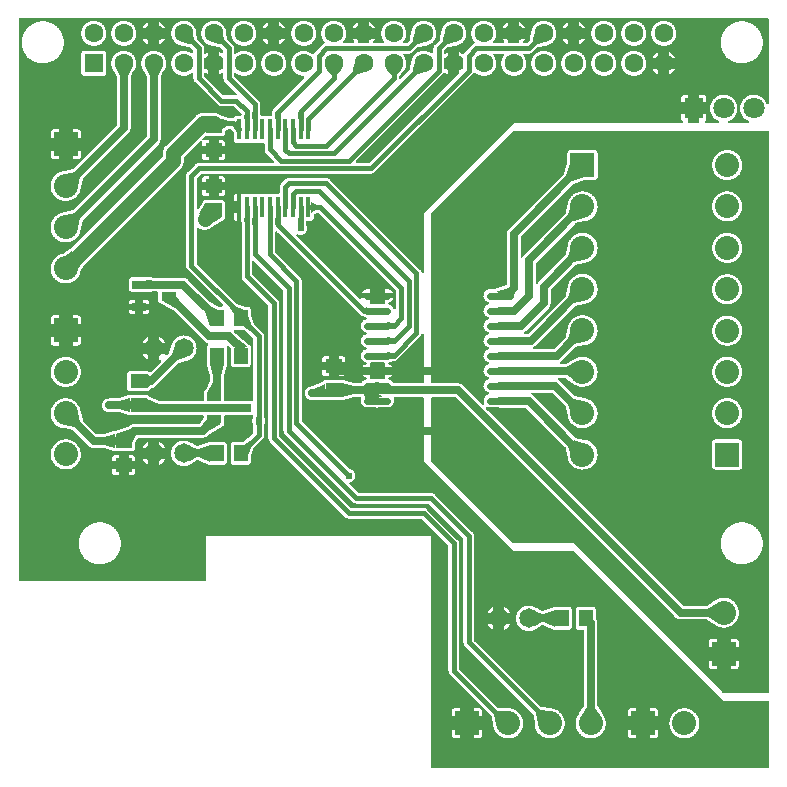
<source format=gtl>
G04 Layer: TopLayer*
G04 EasyEDA v6.3.22, 2020-01-23T08:33:16+01:00*
G04 c9beca13151b413282484c31864a17c3,a11fdbbf625d454fa155e63b1a2a2389,10*
G04 Gerber Generator version 0.2*
G04 Scale: 100 percent, Rotated: No, Reflected: No *
G04 Dimensions in inches *
G04 leading zeros omitted , absolute positions ,2 integer and 4 decimal *
%FSLAX24Y24*%
%MOIN*%
G90*
G70D02*

%ADD11C,0.025000*%
%ADD12C,0.015000*%
%ADD13C,0.050000*%
%ADD14C,0.023622*%
%ADD15C,0.024000*%
%ADD16R,0.045670X0.057087*%
%ADD17R,0.057087X0.045670*%
%ADD18R,0.049213X0.027559*%
%ADD19R,0.016000X0.071000*%
%ADD20R,0.080000X0.080000*%
%ADD21C,0.080000*%
%ADD22R,0.062992X0.062992*%
%ADD23C,0.062992*%
%ADD24C,0.070866*%
%ADD25R,0.062000X0.070866*%
%ADD26C,0.065000*%

%LPD*%
G36*
G01X10226Y18764D02*
G01X10213Y18764D01*
G01X10201Y18760D01*
G01X10104Y18711D01*
G01X10099Y18708D01*
G01X10094Y18704D01*
G01X10086Y18694D01*
G01X10082Y18682D01*
G01X10082Y18586D01*
G01X10078Y18568D01*
G01X10072Y18550D01*
G01X10062Y18534D01*
G01X10056Y18527D01*
G01X10042Y18515D01*
G01X10034Y18509D01*
G01X10018Y18501D01*
G01X10009Y18498D01*
G01X10000Y18496D01*
G01X9990Y18495D01*
G01X9981Y18494D01*
G01X9857Y18494D01*
G01X9845Y18490D01*
G01X9840Y18487D01*
G01X9835Y18483D01*
G01X9831Y18478D01*
G01X9828Y18473D01*
G01X9825Y18467D01*
G01X9823Y18455D01*
G01X9822Y18420D01*
G01X9822Y18419D01*
G01X9823Y18412D01*
G01X9829Y18378D01*
G01X9831Y18371D01*
G01X9834Y18364D01*
G01X9841Y18352D01*
G01X9847Y18340D01*
G01X9852Y18328D01*
G01X9856Y18315D01*
G01X9860Y18303D01*
G01X9863Y18289D01*
G01X9864Y18276D01*
G01X9866Y18263D01*
G01X9866Y18236D01*
G01X9864Y18223D01*
G01X9863Y18210D01*
G01X9860Y18197D01*
G01X9852Y18171D01*
G01X9847Y18159D01*
G01X9841Y18147D01*
G01X9834Y18135D01*
G01X9827Y18124D01*
G01X9819Y18113D01*
G01X9811Y18103D01*
G01X9802Y18093D01*
G01X9792Y18084D01*
G01X9781Y18076D01*
G01X9771Y18068D01*
G01X9760Y18060D01*
G01X9736Y18048D01*
G01X9723Y18043D01*
G01X9711Y18038D01*
G01X9685Y18032D01*
G01X9672Y18030D01*
G01X9659Y18029D01*
G01X9645Y18028D01*
G01X9617Y18030D01*
G01X9589Y18036D01*
G01X9575Y18040D01*
G01X9562Y18045D01*
G01X9554Y18047D01*
G01X9547Y18048D01*
G01X9541Y18048D01*
G01X9535Y18046D01*
G01X9525Y18042D01*
G01X9513Y18030D01*
G01X9510Y18025D01*
G01X9508Y18019D01*
G01X9507Y18013D01*
G01X9507Y18002D01*
G01X9511Y17990D01*
G01X9514Y17984D01*
G01X11591Y15907D01*
G01X11596Y15903D01*
G01X11601Y15900D01*
G01X11607Y15897D01*
G01X11619Y15895D01*
G01X11631Y15897D01*
G01X11637Y15899D01*
G01X11642Y15902D01*
G01X11647Y15906D01*
G01X11651Y15911D01*
G01X11654Y15915D01*
G01X11953Y15915D01*
G01X11953Y15759D01*
G01X11955Y15747D01*
G01X11957Y15742D01*
G01X11963Y15732D01*
G01X11967Y15728D01*
G01X11977Y15722D01*
G01X11982Y15720D01*
G01X11988Y15719D01*
G01X12421Y15719D01*
G01X12427Y15720D01*
G01X12432Y15722D01*
G01X12442Y15728D01*
G01X12446Y15732D01*
G01X12452Y15742D01*
G01X12454Y15747D01*
G01X12456Y15759D01*
G01X12456Y15915D01*
G01X12741Y15915D01*
G01X12736Y15903D01*
G01X12730Y15892D01*
G01X12722Y15880D01*
G01X12715Y15869D01*
G01X12707Y15859D01*
G01X12698Y15849D01*
G01X12678Y15831D01*
G01X12668Y15823D01*
G01X12657Y15815D01*
G01X12646Y15808D01*
G01X12634Y15802D01*
G01X12622Y15797D01*
G01X12609Y15792D01*
G01X12596Y15788D01*
G01X12586Y15784D01*
G01X12581Y15780D01*
G01X12577Y15776D01*
G01X12573Y15771D01*
G01X12571Y15766D01*
G01X12568Y15761D01*
G01X12567Y15755D01*
G01X12567Y15744D01*
G01X12568Y15738D01*
G01X12571Y15733D01*
G01X12573Y15728D01*
G01X12577Y15723D01*
G01X12581Y15719D01*
G01X12586Y15715D01*
G01X12596Y15711D01*
G01X12609Y15707D01*
G01X12622Y15702D01*
G01X12634Y15697D01*
G01X12646Y15691D01*
G01X12657Y15684D01*
G01X12668Y15676D01*
G01X12678Y15669D01*
G01X12688Y15660D01*
G01X12698Y15650D01*
G01X12706Y15640D01*
G01X12715Y15630D01*
G01X12729Y15608D01*
G01X12741Y15584D01*
G01X12746Y15571D01*
G01X12748Y15566D01*
G01X12756Y15556D01*
G01X12760Y15552D01*
G01X12766Y15549D01*
G01X12771Y15546D01*
G01X12777Y15545D01*
G01X12784Y15544D01*
G01X12789Y15545D01*
G01X12795Y15546D01*
G01X12800Y15548D01*
G01X12810Y15554D01*
G01X12814Y15558D01*
G01X12820Y15568D01*
G01X12822Y15573D01*
G01X12823Y15579D01*
G01X12823Y15921D01*
G01X12821Y15928D01*
G01X12818Y15935D01*
G01X12821Y15942D01*
G01X12823Y15948D01*
G01X12823Y16051D01*
G01X12821Y16057D01*
G01X12818Y16064D01*
G01X12821Y16071D01*
G01X12823Y16077D01*
G01X12823Y16166D01*
G01X12822Y16172D01*
G01X12816Y16184D01*
G01X10243Y18757D01*
G01X10238Y18760D01*
G01X10226Y18764D01*
G37*

%LPC*%
G36*
G01X11953Y16219D02*
G01X11870Y16219D01*
G01X11857Y16218D01*
G01X11843Y16217D01*
G01X11830Y16215D01*
G01X11817Y16212D01*
G01X11803Y16208D01*
G01X11791Y16204D01*
G01X11778Y16198D01*
G01X11754Y16186D01*
G01X11732Y16170D01*
G01X11722Y16161D01*
G01X11712Y16151D01*
G01X11703Y16141D01*
G01X11695Y16131D01*
G01X11687Y16119D01*
G01X11680Y16108D01*
G01X11673Y16096D01*
G01X11668Y16084D01*
G01X11953Y16084D01*
G01X11953Y16219D01*
G37*
G36*
G01X12539Y16219D02*
G01X12456Y16219D01*
G01X12456Y16084D01*
G01X12741Y16084D01*
G01X12729Y16108D01*
G01X12722Y16119D01*
G01X12714Y16131D01*
G01X12706Y16141D01*
G01X12697Y16151D01*
G01X12687Y16161D01*
G01X12677Y16170D01*
G01X12655Y16186D01*
G01X12631Y16198D01*
G01X12618Y16204D01*
G01X12606Y16208D01*
G01X12593Y16212D01*
G01X12579Y16215D01*
G01X12566Y16217D01*
G01X12552Y16218D01*
G01X12539Y16219D01*
G37*

%LPD*%
G36*
G01X25210Y21500D02*
G01X16766Y21500D01*
G01X16754Y21498D01*
G01X16748Y21495D01*
G01X16743Y21492D01*
G01X16738Y21488D01*
G01X14007Y18757D01*
G01X14004Y18751D01*
G01X14000Y18739D01*
G01X14000Y13110D01*
G01X14001Y13104D01*
G01X14003Y13099D01*
G01X14009Y13089D01*
G01X14013Y13085D01*
G01X14023Y13079D01*
G01X14028Y13077D01*
G01X14034Y13076D01*
G01X14900Y13076D01*
G01X14913Y13075D01*
G01X14927Y13074D01*
G01X14940Y13072D01*
G01X14953Y13069D01*
G01X14967Y13065D01*
G01X14980Y13061D01*
G01X14992Y13055D01*
G01X15005Y13050D01*
G01X15017Y13043D01*
G01X15028Y13036D01*
G01X15039Y13028D01*
G01X15049Y13019D01*
G01X15059Y13009D01*
G01X15690Y12379D01*
G01X15700Y12371D01*
G01X15712Y12367D01*
G01X15724Y12367D01*
G01X15730Y12369D01*
G01X15740Y12373D01*
G01X15752Y12385D01*
G01X15755Y12390D01*
G01X15757Y12396D01*
G01X15758Y12401D01*
G01X15758Y12407D01*
G01X15756Y12421D01*
G01X15751Y12434D01*
G01X15745Y12460D01*
G01X15743Y12473D01*
G01X15742Y12486D01*
G01X15741Y12500D01*
G01X15742Y12513D01*
G01X15743Y12527D01*
G01X15745Y12540D01*
G01X15748Y12553D01*
G01X15752Y12567D01*
G01X15756Y12579D01*
G01X15761Y12592D01*
G01X15775Y12616D01*
G01X15782Y12627D01*
G01X15790Y12638D01*
G01X15799Y12648D01*
G01X15809Y12658D01*
G01X15819Y12667D01*
G01X15830Y12676D01*
G01X15852Y12690D01*
G01X15864Y12696D01*
G01X15877Y12702D01*
G01X15890Y12707D01*
G01X15903Y12711D01*
G01X15913Y12715D01*
G01X15918Y12719D01*
G01X15922Y12723D01*
G01X15926Y12728D01*
G01X15928Y12733D01*
G01X15931Y12738D01*
G01X15932Y12744D01*
G01X15932Y12755D01*
G01X15931Y12761D01*
G01X15928Y12766D01*
G01X15926Y12771D01*
G01X15922Y12776D01*
G01X15918Y12780D01*
G01X15913Y12784D01*
G01X15903Y12788D01*
G01X15890Y12792D01*
G01X15877Y12797D01*
G01X15864Y12803D01*
G01X15852Y12809D01*
G01X15830Y12823D01*
G01X15819Y12832D01*
G01X15809Y12841D01*
G01X15799Y12851D01*
G01X15790Y12861D01*
G01X15782Y12872D01*
G01X15775Y12883D01*
G01X15761Y12907D01*
G01X15756Y12920D01*
G01X15752Y12932D01*
G01X15748Y12946D01*
G01X15745Y12959D01*
G01X15743Y12972D01*
G01X15741Y13000D01*
G01X15742Y13013D01*
G01X15743Y13027D01*
G01X15745Y13040D01*
G01X15748Y13053D01*
G01X15752Y13067D01*
G01X15756Y13079D01*
G01X15761Y13092D01*
G01X15775Y13116D01*
G01X15782Y13127D01*
G01X15790Y13138D01*
G01X15799Y13148D01*
G01X15809Y13158D01*
G01X15819Y13167D01*
G01X15830Y13176D01*
G01X15852Y13190D01*
G01X15864Y13196D01*
G01X15877Y13202D01*
G01X15890Y13207D01*
G01X15903Y13211D01*
G01X15913Y13215D01*
G01X15918Y13219D01*
G01X15922Y13223D01*
G01X15926Y13228D01*
G01X15928Y13233D01*
G01X15931Y13238D01*
G01X15932Y13244D01*
G01X15932Y13255D01*
G01X15931Y13261D01*
G01X15928Y13266D01*
G01X15926Y13271D01*
G01X15922Y13276D01*
G01X15918Y13280D01*
G01X15913Y13284D01*
G01X15903Y13288D01*
G01X15890Y13292D01*
G01X15877Y13297D01*
G01X15864Y13303D01*
G01X15852Y13309D01*
G01X15830Y13323D01*
G01X15819Y13332D01*
G01X15809Y13341D01*
G01X15799Y13351D01*
G01X15790Y13361D01*
G01X15782Y13372D01*
G01X15775Y13383D01*
G01X15761Y13407D01*
G01X15756Y13420D01*
G01X15752Y13432D01*
G01X15748Y13446D01*
G01X15745Y13459D01*
G01X15743Y13472D01*
G01X15741Y13500D01*
G01X15742Y13513D01*
G01X15743Y13527D01*
G01X15745Y13540D01*
G01X15748Y13553D01*
G01X15752Y13567D01*
G01X15756Y13579D01*
G01X15761Y13592D01*
G01X15775Y13616D01*
G01X15782Y13627D01*
G01X15790Y13638D01*
G01X15799Y13648D01*
G01X15809Y13658D01*
G01X15819Y13667D01*
G01X15830Y13676D01*
G01X15852Y13690D01*
G01X15864Y13696D01*
G01X15877Y13702D01*
G01X15890Y13707D01*
G01X15903Y13711D01*
G01X15913Y13715D01*
G01X15918Y13719D01*
G01X15922Y13723D01*
G01X15926Y13728D01*
G01X15928Y13733D01*
G01X15931Y13738D01*
G01X15932Y13744D01*
G01X15932Y13755D01*
G01X15931Y13761D01*
G01X15928Y13766D01*
G01X15926Y13771D01*
G01X15922Y13776D01*
G01X15918Y13780D01*
G01X15913Y13784D01*
G01X15903Y13788D01*
G01X15890Y13792D01*
G01X15877Y13797D01*
G01X15864Y13803D01*
G01X15852Y13809D01*
G01X15830Y13823D01*
G01X15819Y13832D01*
G01X15809Y13841D01*
G01X15799Y13851D01*
G01X15790Y13861D01*
G01X15782Y13872D01*
G01X15775Y13883D01*
G01X15761Y13907D01*
G01X15756Y13920D01*
G01X15752Y13932D01*
G01X15748Y13946D01*
G01X15745Y13959D01*
G01X15743Y13972D01*
G01X15741Y14000D01*
G01X15742Y14013D01*
G01X15743Y14027D01*
G01X15745Y14040D01*
G01X15748Y14053D01*
G01X15752Y14067D01*
G01X15756Y14079D01*
G01X15761Y14092D01*
G01X15775Y14116D01*
G01X15782Y14127D01*
G01X15790Y14138D01*
G01X15799Y14148D01*
G01X15809Y14158D01*
G01X15819Y14167D01*
G01X15830Y14176D01*
G01X15852Y14190D01*
G01X15864Y14196D01*
G01X15877Y14202D01*
G01X15890Y14207D01*
G01X15903Y14211D01*
G01X15913Y14215D01*
G01X15918Y14219D01*
G01X15922Y14223D01*
G01X15926Y14228D01*
G01X15928Y14233D01*
G01X15931Y14238D01*
G01X15932Y14244D01*
G01X15932Y14255D01*
G01X15931Y14261D01*
G01X15928Y14266D01*
G01X15926Y14271D01*
G01X15922Y14276D01*
G01X15918Y14280D01*
G01X15913Y14284D01*
G01X15903Y14288D01*
G01X15890Y14292D01*
G01X15877Y14297D01*
G01X15864Y14303D01*
G01X15852Y14309D01*
G01X15830Y14323D01*
G01X15819Y14332D01*
G01X15809Y14341D01*
G01X15799Y14351D01*
G01X15790Y14361D01*
G01X15782Y14372D01*
G01X15775Y14383D01*
G01X15761Y14407D01*
G01X15756Y14420D01*
G01X15752Y14432D01*
G01X15748Y14446D01*
G01X15745Y14459D01*
G01X15743Y14472D01*
G01X15741Y14500D01*
G01X15742Y14513D01*
G01X15743Y14527D01*
G01X15745Y14540D01*
G01X15748Y14553D01*
G01X15752Y14567D01*
G01X15756Y14579D01*
G01X15761Y14592D01*
G01X15775Y14616D01*
G01X15782Y14627D01*
G01X15790Y14638D01*
G01X15799Y14648D01*
G01X15809Y14658D01*
G01X15819Y14667D01*
G01X15830Y14676D01*
G01X15852Y14690D01*
G01X15864Y14696D01*
G01X15877Y14702D01*
G01X15890Y14707D01*
G01X15903Y14711D01*
G01X15913Y14715D01*
G01X15918Y14719D01*
G01X15922Y14723D01*
G01X15926Y14728D01*
G01X15928Y14733D01*
G01X15931Y14738D01*
G01X15932Y14744D01*
G01X15932Y14755D01*
G01X15931Y14761D01*
G01X15928Y14766D01*
G01X15926Y14771D01*
G01X15922Y14776D01*
G01X15918Y14780D01*
G01X15913Y14784D01*
G01X15903Y14788D01*
G01X15890Y14792D01*
G01X15877Y14797D01*
G01X15864Y14803D01*
G01X15852Y14809D01*
G01X15830Y14823D01*
G01X15819Y14832D01*
G01X15809Y14841D01*
G01X15799Y14851D01*
G01X15790Y14861D01*
G01X15782Y14872D01*
G01X15775Y14883D01*
G01X15761Y14907D01*
G01X15756Y14920D01*
G01X15752Y14932D01*
G01X15748Y14946D01*
G01X15745Y14959D01*
G01X15743Y14972D01*
G01X15741Y15000D01*
G01X15742Y15013D01*
G01X15743Y15027D01*
G01X15745Y15040D01*
G01X15748Y15053D01*
G01X15752Y15067D01*
G01X15756Y15079D01*
G01X15761Y15092D01*
G01X15775Y15116D01*
G01X15782Y15127D01*
G01X15790Y15138D01*
G01X15799Y15148D01*
G01X15809Y15158D01*
G01X15819Y15167D01*
G01X15830Y15176D01*
G01X15852Y15190D01*
G01X15864Y15196D01*
G01X15877Y15202D01*
G01X15890Y15207D01*
G01X15903Y15211D01*
G01X15913Y15215D01*
G01X15918Y15219D01*
G01X15922Y15223D01*
G01X15926Y15228D01*
G01X15928Y15233D01*
G01X15931Y15238D01*
G01X15932Y15244D01*
G01X15932Y15255D01*
G01X15931Y15261D01*
G01X15928Y15266D01*
G01X15926Y15271D01*
G01X15922Y15276D01*
G01X15918Y15280D01*
G01X15913Y15284D01*
G01X15903Y15288D01*
G01X15890Y15292D01*
G01X15877Y15297D01*
G01X15864Y15303D01*
G01X15852Y15309D01*
G01X15830Y15323D01*
G01X15819Y15332D01*
G01X15809Y15341D01*
G01X15799Y15351D01*
G01X15790Y15361D01*
G01X15782Y15372D01*
G01X15775Y15383D01*
G01X15761Y15407D01*
G01X15756Y15420D01*
G01X15752Y15432D01*
G01X15748Y15446D01*
G01X15745Y15459D01*
G01X15743Y15472D01*
G01X15741Y15500D01*
G01X15742Y15513D01*
G01X15743Y15527D01*
G01X15745Y15540D01*
G01X15748Y15553D01*
G01X15752Y15567D01*
G01X15756Y15579D01*
G01X15761Y15592D01*
G01X15775Y15616D01*
G01X15782Y15627D01*
G01X15790Y15638D01*
G01X15799Y15648D01*
G01X15809Y15658D01*
G01X15819Y15667D01*
G01X15830Y15676D01*
G01X15852Y15690D01*
G01X15864Y15696D01*
G01X15877Y15702D01*
G01X15890Y15707D01*
G01X15903Y15711D01*
G01X15913Y15715D01*
G01X15918Y15719D01*
G01X15922Y15723D01*
G01X15926Y15728D01*
G01X15928Y15733D01*
G01X15931Y15738D01*
G01X15932Y15744D01*
G01X15932Y15755D01*
G01X15931Y15761D01*
G01X15928Y15766D01*
G01X15926Y15771D01*
G01X15922Y15776D01*
G01X15918Y15780D01*
G01X15913Y15784D01*
G01X15903Y15788D01*
G01X15890Y15792D01*
G01X15877Y15797D01*
G01X15864Y15803D01*
G01X15852Y15809D01*
G01X15830Y15823D01*
G01X15819Y15832D01*
G01X15809Y15841D01*
G01X15799Y15851D01*
G01X15790Y15861D01*
G01X15782Y15872D01*
G01X15775Y15883D01*
G01X15761Y15907D01*
G01X15756Y15920D01*
G01X15752Y15932D01*
G01X15748Y15946D01*
G01X15745Y15959D01*
G01X15743Y15972D01*
G01X15741Y16000D01*
G01X15743Y16026D01*
G01X15747Y16052D01*
G01X15751Y16065D01*
G01X15755Y16077D01*
G01X15760Y16090D01*
G01X15766Y16101D01*
G01X15773Y16113D01*
G01X15780Y16124D01*
G01X15788Y16135D01*
G01X15796Y16145D01*
G01X15805Y16155D01*
G01X15815Y16163D01*
G01X15825Y16172D01*
G01X15836Y16180D01*
G01X15847Y16187D01*
G01X15859Y16194D01*
G01X15870Y16199D01*
G01X15882Y16204D01*
G01X15895Y16209D01*
G01X15921Y16215D01*
G01X15934Y16217D01*
G01X15960Y16219D01*
G01X16113Y16219D01*
G01X16119Y16221D01*
G01X16496Y16346D01*
G01X16502Y16348D01*
G01X16512Y16356D01*
G01X16516Y16361D01*
G01X16519Y16366D01*
G01X16522Y16372D01*
G01X16523Y16378D01*
G01X16523Y18067D01*
G01X16524Y18080D01*
G01X16525Y18094D01*
G01X16527Y18107D01*
G01X16530Y18121D01*
G01X16538Y18147D01*
G01X16543Y18159D01*
G01X16549Y18172D01*
G01X16556Y18184D01*
G01X16580Y18217D01*
G01X16590Y18227D01*
G01X18414Y20050D01*
G01X18418Y20055D01*
G01X18421Y20060D01*
G01X18538Y20411D01*
G01X18540Y20423D01*
G01X18540Y20767D01*
G01X18542Y20777D01*
G01X18544Y20786D01*
G01X18547Y20795D01*
G01X18555Y20811D01*
G01X18560Y20819D01*
G01X18566Y20826D01*
G01X18573Y20833D01*
G01X18580Y20839D01*
G01X18596Y20849D01*
G01X18605Y20852D01*
G01X18613Y20855D01*
G01X18622Y20857D01*
G01X18632Y20859D01*
G01X19450Y20859D01*
G01X19460Y20857D01*
G01X19468Y20855D01*
G01X19486Y20849D01*
G01X19502Y20839D01*
G01X19509Y20833D01*
G01X19515Y20826D01*
G01X19522Y20819D01*
G01X19527Y20811D01*
G01X19535Y20795D01*
G01X19538Y20786D01*
G01X19540Y20777D01*
G01X19542Y20767D01*
G01X19542Y19949D01*
G01X19540Y19940D01*
G01X19538Y19930D01*
G01X19535Y19922D01*
G01X19531Y19913D01*
G01X19527Y19905D01*
G01X19522Y19897D01*
G01X19509Y19884D01*
G01X19502Y19878D01*
G01X19494Y19872D01*
G01X19486Y19868D01*
G01X19477Y19864D01*
G01X19468Y19861D01*
G01X19460Y19859D01*
G01X19450Y19858D01*
G01X19441Y19857D01*
G01X19099Y19857D01*
G01X18748Y19740D01*
G01X18743Y19738D01*
G01X18738Y19735D01*
G01X18733Y19731D01*
G01X16987Y17985D01*
G01X16983Y17980D01*
G01X16980Y17975D01*
G01X16977Y17969D01*
G01X16976Y17963D01*
G01X16976Y17307D01*
G01X16977Y17302D01*
G01X16979Y17297D01*
G01X16985Y17287D01*
G01X16989Y17283D01*
G01X16999Y17277D01*
G01X17004Y17275D01*
G01X17010Y17274D01*
G01X17015Y17273D01*
G01X17022Y17274D01*
G01X17027Y17275D01*
G01X17039Y17281D01*
G01X17043Y17284D01*
G01X17051Y17294D01*
G01X17059Y17308D01*
G01X17068Y17322D01*
G01X17078Y17335D01*
G01X17090Y17347D01*
G01X18468Y18724D01*
G01X18476Y18736D01*
G01X18478Y18744D01*
G01X18541Y19016D01*
G01X18542Y19021D01*
G01X18544Y19041D01*
G01X18547Y19061D01*
G01X18555Y19101D01*
G01X18560Y19120D01*
G01X18567Y19139D01*
G01X18573Y19158D01*
G01X18581Y19177D01*
G01X18589Y19195D01*
G01X18598Y19213D01*
G01X18608Y19230D01*
G01X18618Y19248D01*
G01X18654Y19296D01*
G01X18667Y19312D01*
G01X18695Y19340D01*
G01X18710Y19354D01*
G01X18725Y19367D01*
G01X18741Y19380D01*
G01X18757Y19391D01*
G01X18791Y19413D01*
G01X18845Y19440D01*
G01X18883Y19454D01*
G01X18902Y19459D01*
G01X18922Y19465D01*
G01X18941Y19469D01*
G01X18961Y19473D01*
G01X18981Y19476D01*
G01X19001Y19478D01*
G01X19021Y19479D01*
G01X19061Y19479D01*
G01X19081Y19478D01*
G01X19101Y19476D01*
G01X19121Y19473D01*
G01X19161Y19465D01*
G01X19180Y19459D01*
G01X19200Y19453D01*
G01X19218Y19447D01*
G01X19256Y19431D01*
G01X19274Y19422D01*
G01X19292Y19412D01*
G01X19309Y19402D01*
G01X19326Y19390D01*
G01X19342Y19379D01*
G01X19358Y19366D01*
G01X19388Y19340D01*
G01X19402Y19325D01*
G01X19416Y19311D01*
G01X19442Y19279D01*
G01X19453Y19263D01*
G01X19475Y19229D01*
G01X19485Y19211D01*
G01X19493Y19193D01*
G01X19502Y19175D01*
G01X19516Y19137D01*
G01X19522Y19117D01*
G01X19527Y19098D01*
G01X19532Y19078D01*
G01X19535Y19059D01*
G01X19538Y19038D01*
G01X19540Y19019D01*
G01X19542Y18998D01*
G01X19542Y18958D01*
G01X19538Y18918D01*
G01X19532Y18878D01*
G01X19527Y18859D01*
G01X19522Y18839D01*
G01X19510Y18801D01*
G01X19502Y18782D01*
G01X19494Y18764D01*
G01X19485Y18746D01*
G01X19475Y18728D01*
G01X19465Y18711D01*
G01X19454Y18694D01*
G01X19430Y18662D01*
G01X19417Y18647D01*
G01X19403Y18632D01*
G01X19389Y18618D01*
G01X19374Y18604D01*
G01X19359Y18591D01*
G01X19327Y18567D01*
G01X19293Y18545D01*
G01X19275Y18536D01*
G01X19257Y18526D01*
G01X19239Y18518D01*
G01X19221Y18511D01*
G01X19202Y18504D01*
G01X19182Y18498D01*
G01X19163Y18492D01*
G01X19143Y18488D01*
G01X19124Y18484D01*
G01X19104Y18481D01*
G01X19084Y18479D01*
G01X19078Y18478D01*
G01X18806Y18415D01*
G01X18799Y18413D01*
G01X18787Y18405D01*
G01X17487Y17105D01*
G01X17483Y17100D01*
G01X17480Y17095D01*
G01X17477Y17089D01*
G01X17476Y17083D01*
G01X17476Y16428D01*
G01X17477Y16422D01*
G01X17479Y16417D01*
G01X17485Y16407D01*
G01X17489Y16403D01*
G01X17499Y16397D01*
G01X17504Y16395D01*
G01X17510Y16394D01*
G01X17515Y16393D01*
G01X17522Y16394D01*
G01X17527Y16395D01*
G01X17539Y16401D01*
G01X17547Y16409D01*
G01X17551Y16414D01*
G01X17559Y16428D01*
G01X17568Y16442D01*
G01X17578Y16455D01*
G01X17590Y16467D01*
G01X18468Y17344D01*
G01X18472Y17350D01*
G01X18476Y17357D01*
G01X18478Y17364D01*
G01X18541Y17636D01*
G01X18542Y17641D01*
G01X18544Y17661D01*
G01X18547Y17681D01*
G01X18555Y17721D01*
G01X18560Y17740D01*
G01X18567Y17759D01*
G01X18573Y17778D01*
G01X18581Y17796D01*
G01X18589Y17815D01*
G01X18598Y17833D01*
G01X18608Y17851D01*
G01X18618Y17867D01*
G01X18642Y17901D01*
G01X18654Y17916D01*
G01X18667Y17932D01*
G01X18681Y17946D01*
G01X18695Y17961D01*
G01X18725Y17987D01*
G01X18741Y18000D01*
G01X18757Y18011D01*
G01X18774Y18022D01*
G01X18791Y18032D01*
G01X18809Y18042D01*
G01X18827Y18051D01*
G01X18845Y18059D01*
G01X18864Y18067D01*
G01X18883Y18074D01*
G01X18902Y18080D01*
G01X18922Y18085D01*
G01X18941Y18089D01*
G01X18961Y18093D01*
G01X18981Y18096D01*
G01X19001Y18098D01*
G01X19021Y18099D01*
G01X19061Y18099D01*
G01X19081Y18098D01*
G01X19101Y18096D01*
G01X19121Y18093D01*
G01X19161Y18085D01*
G01X19180Y18080D01*
G01X19200Y18073D01*
G01X19218Y18067D01*
G01X19256Y18051D01*
G01X19274Y18042D01*
G01X19292Y18032D01*
G01X19309Y18022D01*
G01X19326Y18011D01*
G01X19342Y17999D01*
G01X19358Y17986D01*
G01X19373Y17973D01*
G01X19388Y17959D01*
G01X19402Y17945D01*
G01X19416Y17930D01*
G01X19429Y17915D01*
G01X19442Y17899D01*
G01X19453Y17883D01*
G01X19475Y17849D01*
G01X19485Y17831D01*
G01X19493Y17813D01*
G01X19502Y17794D01*
G01X19509Y17776D01*
G01X19516Y17757D01*
G01X19522Y17738D01*
G01X19532Y17698D01*
G01X19535Y17678D01*
G01X19538Y17659D01*
G01X19540Y17638D01*
G01X19542Y17618D01*
G01X19542Y17578D01*
G01X19538Y17538D01*
G01X19532Y17498D01*
G01X19527Y17479D01*
G01X19522Y17459D01*
G01X19510Y17421D01*
G01X19502Y17403D01*
G01X19494Y17384D01*
G01X19485Y17366D01*
G01X19475Y17348D01*
G01X19465Y17331D01*
G01X19454Y17315D01*
G01X19442Y17298D01*
G01X19430Y17282D01*
G01X19417Y17267D01*
G01X19403Y17252D01*
G01X19389Y17238D01*
G01X19374Y17224D01*
G01X19359Y17211D01*
G01X19327Y17187D01*
G01X19293Y17165D01*
G01X19275Y17155D01*
G01X19257Y17146D01*
G01X19221Y17130D01*
G01X19202Y17124D01*
G01X19182Y17117D01*
G01X19163Y17112D01*
G01X19143Y17108D01*
G01X19124Y17104D01*
G01X19104Y17101D01*
G01X19084Y17099D01*
G01X19078Y17098D01*
G01X18806Y17036D01*
G01X18799Y17033D01*
G01X18793Y17030D01*
G01X18787Y17025D01*
G01X17987Y16225D01*
G01X17983Y16220D01*
G01X17980Y16215D01*
G01X17977Y16209D01*
G01X17976Y16203D01*
G01X17976Y15750D01*
G01X17974Y15722D01*
G01X17972Y15709D01*
G01X17969Y15696D01*
G01X17965Y15682D01*
G01X17961Y15669D01*
G01X17956Y15657D01*
G01X17950Y15644D01*
G01X17943Y15632D01*
G01X17927Y15610D01*
G01X17919Y15600D01*
G01X17147Y14828D01*
G01X17135Y14818D01*
G01X17121Y14809D01*
G01X17107Y14801D01*
G01X17097Y14793D01*
G01X17093Y14788D01*
G01X17090Y14783D01*
G01X17088Y14778D01*
G01X17086Y14772D01*
G01X17086Y14760D01*
G01X17088Y14754D01*
G01X17092Y14744D01*
G01X17096Y14739D01*
G01X17100Y14735D01*
G01X17104Y14732D01*
G01X17109Y14729D01*
G01X17115Y14727D01*
G01X17120Y14726D01*
G01X17208Y14726D01*
G01X17220Y14730D01*
G01X17226Y14733D01*
G01X17230Y14737D01*
G01X18468Y15974D01*
G01X18476Y15986D01*
G01X18478Y15994D01*
G01X18541Y16266D01*
G01X18542Y16271D01*
G01X18544Y16291D01*
G01X18547Y16311D01*
G01X18555Y16351D01*
G01X18560Y16370D01*
G01X18567Y16389D01*
G01X18573Y16408D01*
G01X18581Y16427D01*
G01X18589Y16445D01*
G01X18598Y16463D01*
G01X18608Y16480D01*
G01X18618Y16498D01*
G01X18654Y16546D01*
G01X18667Y16562D01*
G01X18695Y16590D01*
G01X18710Y16604D01*
G01X18725Y16617D01*
G01X18741Y16630D01*
G01X18757Y16641D01*
G01X18791Y16663D01*
G01X18845Y16690D01*
G01X18883Y16704D01*
G01X18902Y16709D01*
G01X18922Y16715D01*
G01X18941Y16719D01*
G01X18961Y16723D01*
G01X18981Y16726D01*
G01X19001Y16728D01*
G01X19021Y16729D01*
G01X19061Y16729D01*
G01X19081Y16728D01*
G01X19101Y16726D01*
G01X19121Y16723D01*
G01X19161Y16715D01*
G01X19180Y16709D01*
G01X19200Y16703D01*
G01X19218Y16697D01*
G01X19256Y16681D01*
G01X19274Y16672D01*
G01X19292Y16662D01*
G01X19309Y16652D01*
G01X19326Y16640D01*
G01X19342Y16629D01*
G01X19358Y16616D01*
G01X19388Y16590D01*
G01X19402Y16575D01*
G01X19416Y16561D01*
G01X19442Y16529D01*
G01X19453Y16513D01*
G01X19475Y16479D01*
G01X19485Y16461D01*
G01X19493Y16443D01*
G01X19502Y16425D01*
G01X19516Y16387D01*
G01X19522Y16367D01*
G01X19527Y16348D01*
G01X19532Y16328D01*
G01X19535Y16309D01*
G01X19538Y16288D01*
G01X19540Y16269D01*
G01X19542Y16248D01*
G01X19542Y16208D01*
G01X19538Y16168D01*
G01X19532Y16128D01*
G01X19527Y16109D01*
G01X19522Y16089D01*
G01X19510Y16051D01*
G01X19502Y16032D01*
G01X19494Y16014D01*
G01X19485Y15996D01*
G01X19475Y15978D01*
G01X19465Y15961D01*
G01X19454Y15944D01*
G01X19430Y15912D01*
G01X19417Y15897D01*
G01X19403Y15882D01*
G01X19389Y15868D01*
G01X19374Y15854D01*
G01X19359Y15841D01*
G01X19327Y15817D01*
G01X19293Y15795D01*
G01X19275Y15786D01*
G01X19257Y15776D01*
G01X19239Y15768D01*
G01X19221Y15761D01*
G01X19202Y15754D01*
G01X19182Y15748D01*
G01X19163Y15742D01*
G01X19143Y15738D01*
G01X19124Y15734D01*
G01X19104Y15731D01*
G01X19084Y15729D01*
G01X19078Y15728D01*
G01X18806Y15665D01*
G01X18799Y15663D01*
G01X18787Y15655D01*
G01X17460Y14328D01*
G01X17447Y14318D01*
G01X17434Y14309D01*
G01X17420Y14301D01*
G01X17414Y14297D01*
G01X17410Y14293D01*
G01X17406Y14288D01*
G01X17403Y14283D01*
G01X17401Y14278D01*
G01X17399Y14272D01*
G01X17399Y14260D01*
G01X17400Y14254D01*
G01X17402Y14249D01*
G01X17405Y14244D01*
G01X17409Y14239D01*
G01X17413Y14235D01*
G01X17417Y14232D01*
G01X17422Y14229D01*
G01X17427Y14227D01*
G01X17433Y14226D01*
G01X18088Y14226D01*
G01X18100Y14230D01*
G01X18106Y14233D01*
G01X18110Y14237D01*
G01X18468Y14594D01*
G01X18472Y14600D01*
G01X18476Y14607D01*
G01X18478Y14614D01*
G01X18541Y14886D01*
G01X18542Y14891D01*
G01X18544Y14911D01*
G01X18547Y14931D01*
G01X18555Y14971D01*
G01X18560Y14990D01*
G01X18567Y15009D01*
G01X18573Y15028D01*
G01X18581Y15047D01*
G01X18589Y15065D01*
G01X18598Y15083D01*
G01X18608Y15101D01*
G01X18618Y15117D01*
G01X18642Y15151D01*
G01X18654Y15166D01*
G01X18667Y15182D01*
G01X18681Y15196D01*
G01X18695Y15211D01*
G01X18725Y15237D01*
G01X18741Y15250D01*
G01X18757Y15261D01*
G01X18774Y15272D01*
G01X18791Y15282D01*
G01X18809Y15292D01*
G01X18827Y15301D01*
G01X18845Y15309D01*
G01X18864Y15317D01*
G01X18883Y15324D01*
G01X18902Y15330D01*
G01X18922Y15335D01*
G01X18941Y15339D01*
G01X18961Y15343D01*
G01X18981Y15346D01*
G01X19001Y15348D01*
G01X19021Y15349D01*
G01X19061Y15349D01*
G01X19081Y15348D01*
G01X19101Y15346D01*
G01X19121Y15343D01*
G01X19161Y15335D01*
G01X19180Y15330D01*
G01X19200Y15323D01*
G01X19218Y15317D01*
G01X19256Y15301D01*
G01X19274Y15292D01*
G01X19292Y15282D01*
G01X19309Y15272D01*
G01X19326Y15261D01*
G01X19342Y15249D01*
G01X19358Y15236D01*
G01X19373Y15223D01*
G01X19388Y15209D01*
G01X19402Y15195D01*
G01X19416Y15180D01*
G01X19429Y15165D01*
G01X19442Y15149D01*
G01X19453Y15133D01*
G01X19475Y15099D01*
G01X19485Y15081D01*
G01X19493Y15063D01*
G01X19502Y15044D01*
G01X19509Y15026D01*
G01X19516Y15007D01*
G01X19522Y14988D01*
G01X19532Y14948D01*
G01X19535Y14928D01*
G01X19538Y14909D01*
G01X19540Y14888D01*
G01X19542Y14868D01*
G01X19542Y14828D01*
G01X19538Y14788D01*
G01X19532Y14748D01*
G01X19527Y14729D01*
G01X19522Y14709D01*
G01X19510Y14671D01*
G01X19502Y14653D01*
G01X19494Y14634D01*
G01X19485Y14616D01*
G01X19475Y14598D01*
G01X19465Y14581D01*
G01X19454Y14565D01*
G01X19442Y14548D01*
G01X19430Y14532D01*
G01X19417Y14517D01*
G01X19403Y14502D01*
G01X19389Y14488D01*
G01X19374Y14474D01*
G01X19359Y14461D01*
G01X19327Y14437D01*
G01X19293Y14415D01*
G01X19275Y14405D01*
G01X19257Y14396D01*
G01X19221Y14380D01*
G01X19202Y14374D01*
G01X19182Y14367D01*
G01X19163Y14362D01*
G01X19143Y14358D01*
G01X19124Y14354D01*
G01X19104Y14351D01*
G01X19084Y14349D01*
G01X19078Y14348D01*
G01X18806Y14286D01*
G01X18799Y14283D01*
G01X18793Y14280D01*
G01X18787Y14275D01*
G01X18340Y13828D01*
G01X18327Y13818D01*
G01X18314Y13809D01*
G01X18300Y13801D01*
G01X18294Y13797D01*
G01X18290Y13793D01*
G01X18286Y13788D01*
G01X18283Y13783D01*
G01X18281Y13778D01*
G01X18279Y13772D01*
G01X18279Y13760D01*
G01X18280Y13754D01*
G01X18282Y13749D01*
G01X18285Y13744D01*
G01X18289Y13739D01*
G01X18293Y13735D01*
G01X18297Y13732D01*
G01X18302Y13729D01*
G01X18307Y13727D01*
G01X18313Y13726D01*
G01X18475Y13726D01*
G01X18481Y13728D01*
G01X18488Y13730D01*
G01X18736Y13867D01*
G01X18741Y13869D01*
G01X18757Y13881D01*
G01X18791Y13903D01*
G01X18845Y13930D01*
G01X18883Y13944D01*
G01X18902Y13950D01*
G01X18922Y13955D01*
G01X18941Y13959D01*
G01X18961Y13963D01*
G01X19021Y13969D01*
G01X19061Y13969D01*
G01X19121Y13963D01*
G01X19161Y13955D01*
G01X19180Y13950D01*
G01X19200Y13944D01*
G01X19218Y13937D01*
G01X19256Y13921D01*
G01X19274Y13912D01*
G01X19292Y13902D01*
G01X19309Y13892D01*
G01X19326Y13880D01*
G01X19342Y13869D01*
G01X19358Y13856D01*
G01X19388Y13830D01*
G01X19402Y13815D01*
G01X19416Y13801D01*
G01X19442Y13769D01*
G01X19453Y13753D01*
G01X19475Y13719D01*
G01X19485Y13701D01*
G01X19493Y13683D01*
G01X19502Y13665D01*
G01X19516Y13627D01*
G01X19522Y13607D01*
G01X19532Y13569D01*
G01X19535Y13548D01*
G01X19538Y13528D01*
G01X19540Y13509D01*
G01X19542Y13488D01*
G01X19542Y13448D01*
G01X19538Y13408D01*
G01X19532Y13368D01*
G01X19527Y13348D01*
G01X19522Y13329D01*
G01X19516Y13309D01*
G01X19509Y13290D01*
G01X19502Y13272D01*
G01X19493Y13253D01*
G01X19485Y13235D01*
G01X19475Y13218D01*
G01X19442Y13167D01*
G01X19429Y13151D01*
G01X19416Y13136D01*
G01X19402Y13121D01*
G01X19388Y13107D01*
G01X19373Y13093D01*
G01X19358Y13080D01*
G01X19326Y13056D01*
G01X19292Y13034D01*
G01X19274Y13025D01*
G01X19256Y13015D01*
G01X19237Y13007D01*
G01X19218Y13000D01*
G01X19200Y12993D01*
G01X19180Y12987D01*
G01X19161Y12982D01*
G01X19141Y12977D01*
G01X19101Y12971D01*
G01X19081Y12969D01*
G01X19041Y12967D01*
G01X18999Y12969D01*
G01X18978Y12971D01*
G01X18957Y12974D01*
G01X18936Y12978D01*
G01X18916Y12983D01*
G01X18876Y12995D01*
G01X18836Y13011D01*
G01X18817Y13020D01*
G01X18781Y13040D01*
G01X18763Y13051D01*
G01X18746Y13063D01*
G01X18729Y13076D01*
G01X18697Y13104D01*
G01X18693Y13107D01*
G01X18468Y13266D01*
G01X18463Y13269D01*
G01X18457Y13272D01*
G01X18451Y13273D01*
G01X18250Y13273D01*
G01X18245Y13272D01*
G01X18239Y13270D01*
G01X18235Y13267D01*
G01X18230Y13264D01*
G01X18226Y13260D01*
G01X18222Y13255D01*
G01X18218Y13245D01*
G01X18217Y13239D01*
G01X18216Y13234D01*
G01X18217Y13227D01*
G01X18218Y13221D01*
G01X18220Y13216D01*
G01X18223Y13211D01*
G01X18227Y13206D01*
G01X18237Y13198D01*
G01X18251Y13190D01*
G01X18265Y13181D01*
G01X18277Y13171D01*
G01X18289Y13159D01*
G01X18787Y12662D01*
G01X18793Y12657D01*
G01X18799Y12653D01*
G01X18806Y12651D01*
G01X19078Y12588D01*
G01X19084Y12587D01*
G01X19104Y12585D01*
G01X19124Y12582D01*
G01X19143Y12579D01*
G01X19163Y12574D01*
G01X19182Y12569D01*
G01X19202Y12563D01*
G01X19221Y12556D01*
G01X19257Y12540D01*
G01X19275Y12531D01*
G01X19293Y12521D01*
G01X19310Y12511D01*
G01X19327Y12500D01*
G01X19343Y12488D01*
G01X19359Y12475D01*
G01X19374Y12462D01*
G01X19389Y12448D01*
G01X19403Y12434D01*
G01X19417Y12419D01*
G01X19430Y12404D01*
G01X19454Y12372D01*
G01X19465Y12355D01*
G01X19475Y12338D01*
G01X19485Y12320D01*
G01X19494Y12302D01*
G01X19502Y12284D01*
G01X19510Y12265D01*
G01X19522Y12227D01*
G01X19527Y12208D01*
G01X19532Y12188D01*
G01X19538Y12148D01*
G01X19542Y12108D01*
G01X19542Y12068D01*
G01X19538Y12028D01*
G01X19532Y11988D01*
G01X19527Y11968D01*
G01X19522Y11949D01*
G01X19516Y11930D01*
G01X19502Y11892D01*
G01X19493Y11873D01*
G01X19485Y11855D01*
G01X19475Y11838D01*
G01X19464Y11821D01*
G01X19453Y11803D01*
G01X19442Y11787D01*
G01X19429Y11771D01*
G01X19416Y11756D01*
G01X19402Y11741D01*
G01X19388Y11727D01*
G01X19373Y11713D01*
G01X19358Y11700D01*
G01X19326Y11676D01*
G01X19292Y11654D01*
G01X19274Y11644D01*
G01X19256Y11636D01*
G01X19237Y11627D01*
G01X19218Y11620D01*
G01X19200Y11613D01*
G01X19180Y11607D01*
G01X19161Y11602D01*
G01X19141Y11597D01*
G01X19101Y11591D01*
G01X19081Y11589D01*
G01X19041Y11587D01*
G01X19001Y11589D01*
G01X18981Y11591D01*
G01X18941Y11597D01*
G01X18922Y11602D01*
G01X18902Y11607D01*
G01X18864Y11619D01*
G01X18845Y11627D01*
G01X18827Y11635D01*
G01X18809Y11644D01*
G01X18791Y11654D01*
G01X18774Y11664D01*
G01X18757Y11675D01*
G01X18725Y11699D01*
G01X18710Y11712D01*
G01X18695Y11726D01*
G01X18681Y11740D01*
G01X18667Y11755D01*
G01X18654Y11770D01*
G01X18630Y11802D01*
G01X18618Y11819D01*
G01X18598Y11853D01*
G01X18589Y11871D01*
G01X18573Y11909D01*
G01X18567Y11927D01*
G01X18560Y11946D01*
G01X18555Y11966D01*
G01X18551Y11986D01*
G01X18547Y12005D01*
G01X18544Y12025D01*
G01X18542Y12045D01*
G01X18541Y12051D01*
G01X18478Y12323D01*
G01X18476Y12330D01*
G01X18468Y12342D01*
G01X18048Y12762D01*
G01X18043Y12766D01*
G01X18038Y12769D01*
G01X18026Y12773D01*
G01X17370Y12773D01*
G01X17365Y12772D01*
G01X17360Y12770D01*
G01X17350Y12764D01*
G01X17346Y12760D01*
G01X17340Y12750D01*
G01X17338Y12745D01*
G01X17336Y12739D01*
G01X17336Y12727D01*
G01X17338Y12721D01*
G01X17340Y12716D01*
G01X17343Y12711D01*
G01X17347Y12706D01*
G01X17357Y12698D01*
G01X17371Y12690D01*
G01X17385Y12681D01*
G01X17397Y12671D01*
G01X17410Y12659D01*
G01X18787Y11282D01*
G01X18793Y11277D01*
G01X18799Y11273D01*
G01X18806Y11271D01*
G01X19078Y11208D01*
G01X19084Y11207D01*
G01X19104Y11205D01*
G01X19124Y11202D01*
G01X19143Y11199D01*
G01X19163Y11194D01*
G01X19182Y11189D01*
G01X19202Y11183D01*
G01X19221Y11176D01*
G01X19257Y11160D01*
G01X19275Y11151D01*
G01X19293Y11141D01*
G01X19310Y11131D01*
G01X19327Y11120D01*
G01X19343Y11108D01*
G01X19359Y11095D01*
G01X19389Y11069D01*
G01X19403Y11054D01*
G01X19417Y11040D01*
G01X19430Y11024D01*
G01X19454Y10992D01*
G01X19465Y10975D01*
G01X19475Y10958D01*
G01X19485Y10940D01*
G01X19494Y10922D01*
G01X19502Y10904D01*
G01X19510Y10885D01*
G01X19522Y10847D01*
G01X19527Y10828D01*
G01X19532Y10808D01*
G01X19538Y10768D01*
G01X19542Y10728D01*
G01X19542Y10688D01*
G01X19538Y10648D01*
G01X19532Y10608D01*
G01X19527Y10588D01*
G01X19522Y10569D01*
G01X19516Y10550D01*
G01X19509Y10530D01*
G01X19502Y10512D01*
G01X19493Y10494D01*
G01X19485Y10475D01*
G01X19475Y10458D01*
G01X19464Y10440D01*
G01X19453Y10423D01*
G01X19442Y10407D01*
G01X19429Y10391D01*
G01X19416Y10376D01*
G01X19402Y10361D01*
G01X19388Y10347D01*
G01X19373Y10333D01*
G01X19358Y10320D01*
G01X19326Y10296D01*
G01X19292Y10274D01*
G01X19274Y10265D01*
G01X19256Y10255D01*
G01X19237Y10247D01*
G01X19218Y10240D01*
G01X19200Y10233D01*
G01X19180Y10227D01*
G01X19161Y10222D01*
G01X19141Y10217D01*
G01X19101Y10211D01*
G01X19081Y10209D01*
G01X19041Y10207D01*
G01X19001Y10209D01*
G01X18981Y10211D01*
G01X18941Y10217D01*
G01X18922Y10222D01*
G01X18902Y10227D01*
G01X18883Y10233D01*
G01X18845Y10247D01*
G01X18827Y10255D01*
G01X18809Y10264D01*
G01X18791Y10274D01*
G01X18774Y10284D01*
G01X18757Y10295D01*
G01X18725Y10319D01*
G01X18710Y10332D01*
G01X18695Y10346D01*
G01X18681Y10360D01*
G01X18667Y10375D01*
G01X18654Y10390D01*
G01X18630Y10422D01*
G01X18618Y10439D01*
G01X18598Y10473D01*
G01X18589Y10492D01*
G01X18573Y10528D01*
G01X18567Y10547D01*
G01X18560Y10567D01*
G01X18555Y10586D01*
G01X18551Y10605D01*
G01X18547Y10625D01*
G01X18544Y10645D01*
G01X18542Y10665D01*
G01X18541Y10671D01*
G01X18478Y10943D01*
G01X18476Y10950D01*
G01X18468Y10962D01*
G01X17168Y12262D01*
G01X17163Y12266D01*
G01X17157Y12269D01*
G01X17152Y12271D01*
G01X17146Y12273D01*
G01X16294Y12273D01*
G01X16277Y12274D01*
G01X16260Y12276D01*
G01X16243Y12279D01*
G01X16234Y12280D01*
G01X15960Y12280D01*
G01X15934Y12282D01*
G01X15921Y12284D01*
G01X15907Y12287D01*
G01X15894Y12290D01*
G01X15882Y12295D01*
G01X15875Y12297D01*
G01X15868Y12298D01*
G01X15856Y12296D01*
G01X15851Y12294D01*
G01X15846Y12291D01*
G01X15842Y12288D01*
G01X15838Y12284D01*
G01X15834Y12279D01*
G01X15831Y12274D01*
G01X15829Y12269D01*
G01X15828Y12263D01*
G01X15828Y12251D01*
G01X15832Y12239D01*
G01X15835Y12234D01*
G01X15839Y12229D01*
G01X22391Y5677D01*
G01X22396Y5673D01*
G01X22402Y5670D01*
G01X22407Y5667D01*
G01X22414Y5666D01*
G01X22420Y5665D01*
G01X23164Y5665D01*
G01X23172Y5666D01*
G01X23179Y5668D01*
G01X23186Y5671D01*
G01X23422Y5819D01*
G01X23427Y5823D01*
G01X23443Y5836D01*
G01X23460Y5848D01*
G01X23477Y5859D01*
G01X23494Y5871D01*
G01X23512Y5881D01*
G01X23530Y5890D01*
G01X23549Y5899D01*
G01X23568Y5907D01*
G01X23588Y5913D01*
G01X23607Y5920D01*
G01X23647Y5930D01*
G01X23667Y5934D01*
G01X23688Y5937D01*
G01X23708Y5939D01*
G01X23729Y5940D01*
G01X23770Y5940D01*
G01X23790Y5939D01*
G01X23810Y5937D01*
G01X23830Y5934D01*
G01X23850Y5930D01*
G01X23869Y5926D01*
G01X23889Y5921D01*
G01X23908Y5915D01*
G01X23946Y5901D01*
G01X23982Y5883D01*
G01X24000Y5873D01*
G01X24017Y5863D01*
G01X24034Y5852D01*
G01X24051Y5840D01*
G01X24066Y5828D01*
G01X24082Y5815D01*
G01X24097Y5801D01*
G01X24111Y5786D01*
G01X24125Y5772D01*
G01X24138Y5756D01*
G01X24162Y5724D01*
G01X24173Y5707D01*
G01X24183Y5690D01*
G01X24193Y5672D01*
G01X24202Y5654D01*
G01X24210Y5636D01*
G01X24218Y5617D01*
G01X24225Y5598D01*
G01X24231Y5579D01*
G01X24236Y5559D01*
G01X24240Y5540D01*
G01X24244Y5520D01*
G01X24247Y5500D01*
G01X24249Y5480D01*
G01X24251Y5440D01*
G01X24250Y5419D01*
G01X24249Y5399D01*
G01X24247Y5379D01*
G01X24244Y5359D01*
G01X24240Y5339D01*
G01X24236Y5320D01*
G01X24231Y5300D01*
G01X24225Y5281D01*
G01X24218Y5262D01*
G01X24210Y5243D01*
G01X24202Y5225D01*
G01X24193Y5207D01*
G01X24183Y5189D01*
G01X24173Y5172D01*
G01X24162Y5155D01*
G01X24150Y5138D01*
G01X24138Y5123D01*
G01X24125Y5107D01*
G01X24111Y5092D01*
G01X24097Y5078D01*
G01X24082Y5065D01*
G01X24066Y5051D01*
G01X24051Y5039D01*
G01X24034Y5027D01*
G01X24017Y5016D01*
G01X24000Y5006D01*
G01X23982Y4996D01*
G01X23946Y4978D01*
G01X23908Y4964D01*
G01X23889Y4958D01*
G01X23869Y4953D01*
G01X23850Y4949D01*
G01X23830Y4945D01*
G01X23810Y4942D01*
G01X23790Y4940D01*
G01X23750Y4938D01*
G01X23708Y4940D01*
G01X23688Y4942D01*
G01X23668Y4945D01*
G01X23647Y4949D01*
G01X23607Y4959D01*
G01X23588Y4965D01*
G01X23568Y4973D01*
G01X23549Y4980D01*
G01X23530Y4989D01*
G01X23512Y4998D01*
G01X23494Y5009D01*
G01X23477Y5019D01*
G01X23443Y5043D01*
G01X23427Y5056D01*
G01X23422Y5059D01*
G01X23186Y5207D01*
G01X23179Y5211D01*
G01X23172Y5213D01*
G01X22310Y5213D01*
G01X22282Y5215D01*
G01X22269Y5217D01*
G01X22256Y5220D01*
G01X22242Y5224D01*
G01X22229Y5228D01*
G01X22217Y5234D01*
G01X22205Y5239D01*
G01X22181Y5253D01*
G01X22170Y5261D01*
G01X22160Y5270D01*
G01X14818Y12612D01*
G01X14813Y12616D01*
G01X14807Y12619D01*
G01X14802Y12621D01*
G01X14796Y12623D01*
G01X14034Y12623D01*
G01X14028Y12622D01*
G01X14023Y12620D01*
G01X14013Y12614D01*
G01X14009Y12610D01*
G01X14003Y12600D01*
G01X14001Y12595D01*
G01X14000Y12589D01*
G01X14000Y10510D01*
G01X14004Y10498D01*
G01X14007Y10492D01*
G01X16738Y7761D01*
G01X16743Y7757D01*
G01X16748Y7754D01*
G01X16754Y7751D01*
G01X16760Y7750D01*
G01X18750Y7750D01*
G01X23738Y2761D01*
G01X23743Y2757D01*
G01X23748Y2754D01*
G01X23754Y2751D01*
G01X23760Y2750D01*
G01X25215Y2750D01*
G01X25221Y2751D01*
G01X25226Y2753D01*
G01X25236Y2759D01*
G01X25240Y2763D01*
G01X25246Y2773D01*
G01X25248Y2778D01*
G01X25250Y2790D01*
G01X25250Y21459D01*
G01X25248Y21471D01*
G01X25246Y21476D01*
G01X25240Y21486D01*
G01X25236Y21490D01*
G01X25226Y21496D01*
G01X25221Y21498D01*
G01X25215Y21499D01*
G01X25210Y21500D01*
G37*

%LPC*%
G36*
G01X23525Y3834D02*
G01X23248Y3834D01*
G01X23248Y3659D01*
G01X23250Y3641D01*
G01X23252Y3632D01*
G01X23255Y3623D01*
G01X23259Y3615D01*
G01X23264Y3606D01*
G01X23269Y3599D01*
G01X23281Y3585D01*
G01X23289Y3579D01*
G01X23296Y3574D01*
G01X23305Y3569D01*
G01X23313Y3565D01*
G01X23322Y3562D01*
G01X23331Y3560D01*
G01X23340Y3559D01*
G01X23525Y3559D01*
G01X23525Y3834D01*
G37*
G36*
G01X24251Y3834D02*
G01X23975Y3834D01*
G01X23975Y3559D01*
G01X24159Y3559D01*
G01X24168Y3560D01*
G01X24177Y3562D01*
G01X24186Y3565D01*
G01X24194Y3569D01*
G01X24203Y3574D01*
G01X24210Y3579D01*
G01X24218Y3585D01*
G01X24230Y3599D01*
G01X24235Y3606D01*
G01X24240Y3615D01*
G01X24244Y3623D01*
G01X24247Y3632D01*
G01X24249Y3641D01*
G01X24251Y3659D01*
G01X24251Y3834D01*
G37*
G36*
G01X24150Y4561D02*
G01X23975Y4561D01*
G01X23975Y4284D01*
G01X24251Y4284D01*
G01X24251Y4459D01*
G01X24250Y4469D01*
G01X24249Y4478D01*
G01X24247Y4487D01*
G01X24244Y4496D01*
G01X24240Y4505D01*
G01X24235Y4513D01*
G01X24230Y4520D01*
G01X24224Y4528D01*
G01X24218Y4534D01*
G01X24210Y4540D01*
G01X24203Y4545D01*
G01X24194Y4550D01*
G01X24186Y4554D01*
G01X24177Y4557D01*
G01X24168Y4559D01*
G01X24150Y4561D01*
G37*
G36*
G01X23525Y4561D02*
G01X23350Y4561D01*
G01X23340Y4560D01*
G01X23331Y4559D01*
G01X23322Y4557D01*
G01X23313Y4554D01*
G01X23305Y4550D01*
G01X23296Y4545D01*
G01X23289Y4540D01*
G01X23281Y4534D01*
G01X23275Y4528D01*
G01X23269Y4520D01*
G01X23264Y4513D01*
G01X23259Y4505D01*
G01X23255Y4496D01*
G01X23252Y4487D01*
G01X23250Y4478D01*
G01X23249Y4469D01*
G01X23248Y4459D01*
G01X23248Y4284D01*
G01X23525Y4284D01*
G01X23525Y4561D01*
G37*
G36*
G01X24373Y8450D02*
G01X24350Y8451D01*
G01X24302Y8449D01*
G01X24278Y8447D01*
G01X24254Y8444D01*
G01X24230Y8440D01*
G01X24207Y8436D01*
G01X24184Y8430D01*
G01X24160Y8425D01*
G01X24138Y8418D01*
G01X24092Y8402D01*
G01X24048Y8382D01*
G01X24027Y8372D01*
G01X24006Y8361D01*
G01X23985Y8348D01*
G01X23965Y8336D01*
G01X23945Y8322D01*
G01X23926Y8308D01*
G01X23907Y8293D01*
G01X23889Y8278D01*
G01X23871Y8262D01*
G01X23837Y8228D01*
G01X23821Y8210D01*
G01X23806Y8192D01*
G01X23791Y8173D01*
G01X23777Y8154D01*
G01X23763Y8134D01*
G01X23751Y8114D01*
G01X23727Y8072D01*
G01X23717Y8051D01*
G01X23706Y8029D01*
G01X23697Y8007D01*
G01X23681Y7961D01*
G01X23675Y7939D01*
G01X23668Y7915D01*
G01X23663Y7892D01*
G01X23659Y7869D01*
G01X23655Y7845D01*
G01X23652Y7821D01*
G01X23650Y7797D01*
G01X23649Y7773D01*
G01X23648Y7750D01*
G01X23650Y7702D01*
G01X23652Y7678D01*
G01X23655Y7654D01*
G01X23659Y7630D01*
G01X23663Y7607D01*
G01X23668Y7584D01*
G01X23675Y7560D01*
G01X23681Y7538D01*
G01X23697Y7492D01*
G01X23706Y7470D01*
G01X23717Y7448D01*
G01X23727Y7427D01*
G01X23751Y7385D01*
G01X23763Y7365D01*
G01X23777Y7345D01*
G01X23791Y7326D01*
G01X23806Y7307D01*
G01X23821Y7289D01*
G01X23837Y7271D01*
G01X23871Y7237D01*
G01X23889Y7221D01*
G01X23907Y7206D01*
G01X23926Y7191D01*
G01X23945Y7177D01*
G01X23965Y7163D01*
G01X23985Y7151D01*
G01X24006Y7138D01*
G01X24027Y7127D01*
G01X24048Y7117D01*
G01X24092Y7097D01*
G01X24138Y7081D01*
G01X24160Y7075D01*
G01X24184Y7069D01*
G01X24207Y7063D01*
G01X24230Y7059D01*
G01X24254Y7055D01*
G01X24278Y7052D01*
G01X24302Y7050D01*
G01X24350Y7048D01*
G01X24373Y7049D01*
G01X24397Y7050D01*
G01X24421Y7052D01*
G01X24445Y7055D01*
G01X24469Y7059D01*
G01X24492Y7063D01*
G01X24515Y7069D01*
G01X24539Y7075D01*
G01X24561Y7081D01*
G01X24607Y7097D01*
G01X24651Y7117D01*
G01X24672Y7127D01*
G01X24693Y7138D01*
G01X24714Y7151D01*
G01X24734Y7163D01*
G01X24754Y7177D01*
G01X24773Y7191D01*
G01X24792Y7206D01*
G01X24810Y7221D01*
G01X24828Y7237D01*
G01X24862Y7271D01*
G01X24878Y7289D01*
G01X24893Y7307D01*
G01X24908Y7326D01*
G01X24922Y7345D01*
G01X24936Y7365D01*
G01X24948Y7385D01*
G01X24972Y7427D01*
G01X24982Y7448D01*
G01X24993Y7470D01*
G01X25002Y7492D01*
G01X25018Y7538D01*
G01X25025Y7560D01*
G01X25031Y7584D01*
G01X25036Y7607D01*
G01X25040Y7630D01*
G01X25044Y7654D01*
G01X25047Y7678D01*
G01X25049Y7702D01*
G01X25051Y7750D01*
G01X25050Y7773D01*
G01X25049Y7797D01*
G01X25047Y7821D01*
G01X25044Y7845D01*
G01X25040Y7869D01*
G01X25036Y7892D01*
G01X25031Y7915D01*
G01X25025Y7939D01*
G01X25018Y7961D01*
G01X25002Y8007D01*
G01X24993Y8029D01*
G01X24982Y8051D01*
G01X24972Y8072D01*
G01X24948Y8114D01*
G01X24936Y8134D01*
G01X24922Y8154D01*
G01X24908Y8173D01*
G01X24893Y8192D01*
G01X24878Y8210D01*
G01X24862Y8228D01*
G01X24828Y8262D01*
G01X24810Y8278D01*
G01X24792Y8293D01*
G01X24773Y8308D01*
G01X24754Y8322D01*
G01X24734Y8336D01*
G01X24714Y8348D01*
G01X24693Y8361D01*
G01X24672Y8372D01*
G01X24651Y8382D01*
G01X24607Y8402D01*
G01X24561Y8418D01*
G01X24539Y8425D01*
G01X24515Y8430D01*
G01X24492Y8436D01*
G01X24469Y8440D01*
G01X24445Y8444D01*
G01X24421Y8447D01*
G01X24397Y8449D01*
G01X24373Y8450D01*
G37*
G36*
G01X24273Y11209D02*
G01X23455Y11209D01*
G01X23445Y11207D01*
G01X23436Y11205D01*
G01X23427Y11202D01*
G01X23419Y11199D01*
G01X23403Y11189D01*
G01X23396Y11183D01*
G01X23389Y11176D01*
G01X23383Y11169D01*
G01X23373Y11153D01*
G01X23370Y11145D01*
G01X23364Y11127D01*
G01X23363Y11117D01*
G01X23363Y10299D01*
G01X23364Y10290D01*
G01X23367Y10280D01*
G01X23370Y10272D01*
G01X23373Y10263D01*
G01X23383Y10247D01*
G01X23389Y10240D01*
G01X23403Y10228D01*
G01X23411Y10222D01*
G01X23427Y10214D01*
G01X23436Y10211D01*
G01X23445Y10209D01*
G01X23455Y10208D01*
G01X23464Y10207D01*
G01X24264Y10207D01*
G01X24282Y10209D01*
G01X24292Y10211D01*
G01X24300Y10214D01*
G01X24309Y10218D01*
G01X24317Y10222D01*
G01X24325Y10228D01*
G01X24339Y10240D01*
G01X24344Y10247D01*
G01X24350Y10255D01*
G01X24354Y10263D01*
G01X24358Y10272D01*
G01X24361Y10280D01*
G01X24363Y10290D01*
G01X24365Y10308D01*
G01X24365Y11108D01*
G01X24364Y11117D01*
G01X24363Y11127D01*
G01X24361Y11136D01*
G01X24358Y11145D01*
G01X24350Y11161D01*
G01X24344Y11169D01*
G01X24339Y11176D01*
G01X24332Y11183D01*
G01X24325Y11189D01*
G01X24309Y11199D01*
G01X24300Y11202D01*
G01X24292Y11205D01*
G01X24282Y11207D01*
G01X24273Y11209D01*
G37*
G36*
G01X23884Y12589D02*
G01X23844Y12589D01*
G01X23823Y12588D01*
G01X23803Y12586D01*
G01X23784Y12583D01*
G01X23744Y12575D01*
G01X23725Y12569D01*
G01X23705Y12563D01*
G01X23686Y12557D01*
G01X23668Y12549D01*
G01X23649Y12541D01*
G01X23631Y12532D01*
G01X23613Y12522D01*
G01X23596Y12512D01*
G01X23579Y12501D01*
G01X23563Y12489D01*
G01X23531Y12463D01*
G01X23517Y12450D01*
G01X23502Y12435D01*
G01X23489Y12421D01*
G01X23463Y12389D01*
G01X23452Y12373D01*
G01X23440Y12356D01*
G01X23430Y12339D01*
G01X23420Y12321D01*
G01X23411Y12303D01*
G01X23403Y12284D01*
G01X23395Y12266D01*
G01X23389Y12247D01*
G01X23382Y12228D01*
G01X23377Y12208D01*
G01X23373Y12188D01*
G01X23369Y12169D01*
G01X23367Y12148D01*
G01X23364Y12128D01*
G01X23363Y12108D01*
G01X23363Y12068D01*
G01X23364Y12048D01*
G01X23367Y12028D01*
G01X23369Y12008D01*
G01X23377Y11968D01*
G01X23382Y11949D01*
G01X23389Y11930D01*
G01X23395Y11911D01*
G01X23411Y11873D01*
G01X23420Y11855D01*
G01X23440Y11821D01*
G01X23452Y11803D01*
G01X23463Y11787D01*
G01X23476Y11771D01*
G01X23502Y11741D01*
G01X23517Y11727D01*
G01X23531Y11713D01*
G01X23547Y11700D01*
G01X23579Y11676D01*
G01X23613Y11654D01*
G01X23631Y11644D01*
G01X23649Y11636D01*
G01X23668Y11627D01*
G01X23686Y11620D01*
G01X23705Y11613D01*
G01X23725Y11607D01*
G01X23744Y11602D01*
G01X23764Y11597D01*
G01X23784Y11594D01*
G01X23803Y11591D01*
G01X23823Y11589D01*
G01X23844Y11588D01*
G01X23864Y11587D01*
G01X23904Y11589D01*
G01X23924Y11591D01*
G01X23964Y11597D01*
G01X23984Y11602D01*
G01X24003Y11607D01*
G01X24022Y11613D01*
G01X24042Y11620D01*
G01X24060Y11627D01*
G01X24078Y11636D01*
G01X24097Y11644D01*
G01X24114Y11654D01*
G01X24148Y11676D01*
G01X24165Y11688D01*
G01X24181Y11700D01*
G01X24196Y11713D01*
G01X24211Y11727D01*
G01X24225Y11741D01*
G01X24239Y11756D01*
G01X24252Y11771D01*
G01X24276Y11803D01*
G01X24287Y11821D01*
G01X24298Y11838D01*
G01X24307Y11855D01*
G01X24317Y11873D01*
G01X24325Y11892D01*
G01X24339Y11930D01*
G01X24345Y11949D01*
G01X24350Y11968D01*
G01X24355Y11988D01*
G01X24361Y12028D01*
G01X24363Y12048D01*
G01X24365Y12088D01*
G01X24363Y12128D01*
G01X24361Y12148D01*
G01X24358Y12169D01*
G01X24355Y12188D01*
G01X24345Y12228D01*
G01X24339Y12247D01*
G01X24332Y12266D01*
G01X24325Y12284D01*
G01X24317Y12303D01*
G01X24307Y12321D01*
G01X24298Y12339D01*
G01X24276Y12373D01*
G01X24252Y12405D01*
G01X24239Y12421D01*
G01X24225Y12435D01*
G01X24211Y12450D01*
G01X24181Y12476D01*
G01X24165Y12489D01*
G01X24148Y12501D01*
G01X24131Y12512D01*
G01X24097Y12532D01*
G01X24078Y12541D01*
G01X24042Y12557D01*
G01X24022Y12563D01*
G01X23984Y12575D01*
G01X23944Y12583D01*
G01X23924Y12586D01*
G01X23904Y12588D01*
G01X23884Y12589D01*
G37*
G36*
G01X23884Y13969D02*
G01X23844Y13969D01*
G01X23823Y13967D01*
G01X23803Y13965D01*
G01X23784Y13963D01*
G01X23744Y13955D01*
G01X23725Y13950D01*
G01X23705Y13944D01*
G01X23686Y13937D01*
G01X23668Y13929D01*
G01X23649Y13921D01*
G01X23631Y13912D01*
G01X23613Y13902D01*
G01X23596Y13892D01*
G01X23579Y13880D01*
G01X23563Y13869D01*
G01X23531Y13843D01*
G01X23517Y13830D01*
G01X23502Y13815D01*
G01X23489Y13801D01*
G01X23463Y13769D01*
G01X23452Y13753D01*
G01X23440Y13736D01*
G01X23430Y13719D01*
G01X23420Y13701D01*
G01X23411Y13683D01*
G01X23403Y13665D01*
G01X23395Y13646D01*
G01X23389Y13627D01*
G01X23382Y13607D01*
G01X23377Y13588D01*
G01X23373Y13569D01*
G01X23369Y13548D01*
G01X23367Y13528D01*
G01X23364Y13509D01*
G01X23363Y13488D01*
G01X23363Y13448D01*
G01X23364Y13428D01*
G01X23367Y13408D01*
G01X23369Y13388D01*
G01X23377Y13348D01*
G01X23382Y13329D01*
G01X23389Y13309D01*
G01X23395Y13290D01*
G01X23403Y13272D01*
G01X23411Y13253D01*
G01X23420Y13235D01*
G01X23440Y13201D01*
G01X23452Y13184D01*
G01X23463Y13167D01*
G01X23476Y13151D01*
G01X23502Y13121D01*
G01X23517Y13107D01*
G01X23531Y13093D01*
G01X23547Y13080D01*
G01X23579Y13056D01*
G01X23613Y13034D01*
G01X23631Y13025D01*
G01X23649Y13015D01*
G01X23668Y13007D01*
G01X23686Y13000D01*
G01X23705Y12993D01*
G01X23725Y12987D01*
G01X23744Y12982D01*
G01X23764Y12977D01*
G01X23784Y12974D01*
G01X23803Y12971D01*
G01X23823Y12969D01*
G01X23844Y12968D01*
G01X23864Y12967D01*
G01X23904Y12969D01*
G01X23924Y12971D01*
G01X23964Y12977D01*
G01X23984Y12982D01*
G01X24003Y12987D01*
G01X24022Y12993D01*
G01X24042Y13000D01*
G01X24060Y13007D01*
G01X24078Y13015D01*
G01X24097Y13025D01*
G01X24114Y13034D01*
G01X24148Y13056D01*
G01X24165Y13068D01*
G01X24181Y13080D01*
G01X24196Y13093D01*
G01X24211Y13107D01*
G01X24225Y13121D01*
G01X24239Y13136D01*
G01X24252Y13151D01*
G01X24264Y13167D01*
G01X24276Y13184D01*
G01X24298Y13218D01*
G01X24307Y13235D01*
G01X24317Y13253D01*
G01X24325Y13272D01*
G01X24332Y13290D01*
G01X24339Y13309D01*
G01X24345Y13329D01*
G01X24350Y13348D01*
G01X24355Y13368D01*
G01X24361Y13408D01*
G01X24363Y13428D01*
G01X24365Y13468D01*
G01X24364Y13488D01*
G01X24363Y13509D01*
G01X24361Y13528D01*
G01X24358Y13548D01*
G01X24355Y13569D01*
G01X24345Y13607D01*
G01X24339Y13627D01*
G01X24325Y13665D01*
G01X24317Y13683D01*
G01X24307Y13701D01*
G01X24298Y13719D01*
G01X24276Y13753D01*
G01X24252Y13785D01*
G01X24239Y13801D01*
G01X24225Y13815D01*
G01X24211Y13830D01*
G01X24181Y13856D01*
G01X24165Y13869D01*
G01X24148Y13880D01*
G01X24131Y13892D01*
G01X24097Y13912D01*
G01X24078Y13921D01*
G01X24042Y13937D01*
G01X24022Y13944D01*
G01X24003Y13950D01*
G01X23984Y13955D01*
G01X23944Y13963D01*
G01X23884Y13969D01*
G37*
G36*
G01X23884Y15339D02*
G01X23844Y15339D01*
G01X23823Y15338D01*
G01X23803Y15336D01*
G01X23784Y15333D01*
G01X23744Y15325D01*
G01X23725Y15319D01*
G01X23705Y15313D01*
G01X23686Y15307D01*
G01X23668Y15299D01*
G01X23649Y15291D01*
G01X23631Y15282D01*
G01X23613Y15272D01*
G01X23596Y15262D01*
G01X23579Y15251D01*
G01X23563Y15239D01*
G01X23531Y15213D01*
G01X23517Y15200D01*
G01X23502Y15185D01*
G01X23489Y15171D01*
G01X23463Y15139D01*
G01X23452Y15123D01*
G01X23440Y15106D01*
G01X23430Y15089D01*
G01X23420Y15071D01*
G01X23411Y15053D01*
G01X23403Y15034D01*
G01X23395Y15016D01*
G01X23389Y14997D01*
G01X23382Y14978D01*
G01X23377Y14958D01*
G01X23373Y14938D01*
G01X23369Y14919D01*
G01X23367Y14898D01*
G01X23364Y14878D01*
G01X23363Y14858D01*
G01X23363Y14818D01*
G01X23364Y14798D01*
G01X23367Y14778D01*
G01X23369Y14758D01*
G01X23377Y14718D01*
G01X23382Y14699D01*
G01X23389Y14680D01*
G01X23395Y14661D01*
G01X23411Y14623D01*
G01X23420Y14605D01*
G01X23440Y14571D01*
G01X23452Y14553D01*
G01X23463Y14537D01*
G01X23476Y14521D01*
G01X23502Y14491D01*
G01X23517Y14477D01*
G01X23531Y14463D01*
G01X23547Y14450D01*
G01X23579Y14426D01*
G01X23613Y14404D01*
G01X23631Y14394D01*
G01X23649Y14386D01*
G01X23668Y14377D01*
G01X23686Y14370D01*
G01X23705Y14363D01*
G01X23725Y14357D01*
G01X23744Y14352D01*
G01X23764Y14347D01*
G01X23784Y14344D01*
G01X23803Y14341D01*
G01X23823Y14339D01*
G01X23844Y14338D01*
G01X23864Y14337D01*
G01X23904Y14339D01*
G01X23924Y14341D01*
G01X23964Y14347D01*
G01X23984Y14352D01*
G01X24003Y14357D01*
G01X24022Y14363D01*
G01X24042Y14370D01*
G01X24060Y14377D01*
G01X24078Y14386D01*
G01X24097Y14394D01*
G01X24114Y14404D01*
G01X24148Y14426D01*
G01X24165Y14438D01*
G01X24181Y14450D01*
G01X24196Y14463D01*
G01X24211Y14477D01*
G01X24225Y14491D01*
G01X24239Y14506D01*
G01X24252Y14521D01*
G01X24276Y14553D01*
G01X24287Y14571D01*
G01X24298Y14588D01*
G01X24307Y14605D01*
G01X24317Y14623D01*
G01X24325Y14642D01*
G01X24339Y14680D01*
G01X24345Y14699D01*
G01X24350Y14718D01*
G01X24355Y14738D01*
G01X24361Y14778D01*
G01X24363Y14798D01*
G01X24365Y14838D01*
G01X24363Y14878D01*
G01X24361Y14898D01*
G01X24358Y14919D01*
G01X24355Y14938D01*
G01X24345Y14978D01*
G01X24339Y14997D01*
G01X24332Y15016D01*
G01X24325Y15034D01*
G01X24317Y15053D01*
G01X24307Y15071D01*
G01X24298Y15089D01*
G01X24276Y15123D01*
G01X24252Y15155D01*
G01X24239Y15171D01*
G01X24225Y15185D01*
G01X24211Y15200D01*
G01X24181Y15226D01*
G01X24165Y15239D01*
G01X24148Y15251D01*
G01X24131Y15262D01*
G01X24097Y15282D01*
G01X24078Y15291D01*
G01X24042Y15307D01*
G01X24022Y15313D01*
G01X23984Y15325D01*
G01X23944Y15333D01*
G01X23924Y15336D01*
G01X23904Y15338D01*
G01X23884Y15339D01*
G37*
G36*
G01X23884Y16719D02*
G01X23844Y16719D01*
G01X23823Y16717D01*
G01X23803Y16715D01*
G01X23784Y16713D01*
G01X23744Y16705D01*
G01X23725Y16700D01*
G01X23705Y16694D01*
G01X23686Y16687D01*
G01X23668Y16679D01*
G01X23649Y16671D01*
G01X23631Y16662D01*
G01X23613Y16652D01*
G01X23596Y16642D01*
G01X23579Y16630D01*
G01X23563Y16619D01*
G01X23531Y16593D01*
G01X23517Y16580D01*
G01X23502Y16565D01*
G01X23489Y16551D01*
G01X23463Y16519D01*
G01X23452Y16503D01*
G01X23440Y16486D01*
G01X23430Y16469D01*
G01X23420Y16451D01*
G01X23411Y16433D01*
G01X23403Y16415D01*
G01X23395Y16396D01*
G01X23389Y16377D01*
G01X23382Y16357D01*
G01X23377Y16338D01*
G01X23373Y16319D01*
G01X23369Y16298D01*
G01X23367Y16278D01*
G01X23364Y16259D01*
G01X23363Y16238D01*
G01X23363Y16198D01*
G01X23364Y16178D01*
G01X23367Y16158D01*
G01X23369Y16138D01*
G01X23377Y16098D01*
G01X23382Y16079D01*
G01X23389Y16059D01*
G01X23395Y16040D01*
G01X23403Y16022D01*
G01X23411Y16003D01*
G01X23420Y15985D01*
G01X23440Y15951D01*
G01X23452Y15934D01*
G01X23463Y15917D01*
G01X23476Y15901D01*
G01X23502Y15871D01*
G01X23517Y15857D01*
G01X23531Y15843D01*
G01X23547Y15830D01*
G01X23579Y15806D01*
G01X23613Y15784D01*
G01X23631Y15775D01*
G01X23649Y15765D01*
G01X23668Y15757D01*
G01X23686Y15750D01*
G01X23705Y15743D01*
G01X23725Y15737D01*
G01X23744Y15732D01*
G01X23764Y15727D01*
G01X23784Y15724D01*
G01X23803Y15721D01*
G01X23823Y15719D01*
G01X23844Y15718D01*
G01X23864Y15717D01*
G01X23904Y15719D01*
G01X23924Y15721D01*
G01X23964Y15727D01*
G01X23984Y15732D01*
G01X24003Y15737D01*
G01X24022Y15743D01*
G01X24042Y15750D01*
G01X24060Y15757D01*
G01X24078Y15765D01*
G01X24097Y15775D01*
G01X24114Y15784D01*
G01X24148Y15806D01*
G01X24165Y15818D01*
G01X24181Y15830D01*
G01X24196Y15843D01*
G01X24211Y15857D01*
G01X24225Y15871D01*
G01X24239Y15886D01*
G01X24252Y15901D01*
G01X24264Y15917D01*
G01X24276Y15934D01*
G01X24298Y15968D01*
G01X24307Y15985D01*
G01X24317Y16003D01*
G01X24325Y16022D01*
G01X24332Y16040D01*
G01X24339Y16059D01*
G01X24345Y16079D01*
G01X24350Y16098D01*
G01X24355Y16118D01*
G01X24361Y16158D01*
G01X24363Y16178D01*
G01X24365Y16218D01*
G01X24364Y16238D01*
G01X24363Y16259D01*
G01X24361Y16278D01*
G01X24358Y16298D01*
G01X24355Y16319D01*
G01X24345Y16357D01*
G01X24339Y16377D01*
G01X24325Y16415D01*
G01X24317Y16433D01*
G01X24307Y16451D01*
G01X24298Y16469D01*
G01X24276Y16503D01*
G01X24252Y16535D01*
G01X24239Y16551D01*
G01X24225Y16565D01*
G01X24211Y16580D01*
G01X24181Y16606D01*
G01X24165Y16619D01*
G01X24148Y16630D01*
G01X24131Y16642D01*
G01X24097Y16662D01*
G01X24078Y16671D01*
G01X24042Y16687D01*
G01X24022Y16694D01*
G01X24003Y16700D01*
G01X23984Y16705D01*
G01X23944Y16713D01*
G01X23884Y16719D01*
G37*
G36*
G01X23884Y18099D02*
G01X23844Y18099D01*
G01X23823Y18098D01*
G01X23803Y18096D01*
G01X23784Y18093D01*
G01X23744Y18085D01*
G01X23725Y18080D01*
G01X23705Y18073D01*
G01X23686Y18067D01*
G01X23668Y18059D01*
G01X23649Y18051D01*
G01X23631Y18042D01*
G01X23613Y18032D01*
G01X23596Y18022D01*
G01X23579Y18011D01*
G01X23563Y17999D01*
G01X23531Y17973D01*
G01X23517Y17959D01*
G01X23502Y17945D01*
G01X23476Y17915D01*
G01X23463Y17899D01*
G01X23452Y17883D01*
G01X23440Y17866D01*
G01X23430Y17849D01*
G01X23420Y17831D01*
G01X23411Y17813D01*
G01X23403Y17794D01*
G01X23395Y17776D01*
G01X23389Y17757D01*
G01X23382Y17738D01*
G01X23377Y17718D01*
G01X23369Y17678D01*
G01X23367Y17659D01*
G01X23364Y17638D01*
G01X23363Y17618D01*
G01X23363Y17578D01*
G01X23364Y17558D01*
G01X23367Y17538D01*
G01X23369Y17518D01*
G01X23377Y17478D01*
G01X23382Y17459D01*
G01X23389Y17440D01*
G01X23395Y17421D01*
G01X23403Y17402D01*
G01X23411Y17384D01*
G01X23420Y17365D01*
G01X23430Y17348D01*
G01X23440Y17330D01*
G01X23452Y17313D01*
G01X23463Y17297D01*
G01X23476Y17281D01*
G01X23502Y17251D01*
G01X23517Y17237D01*
G01X23531Y17223D01*
G01X23547Y17210D01*
G01X23579Y17186D01*
G01X23613Y17164D01*
G01X23649Y17146D01*
G01X23668Y17137D01*
G01X23686Y17130D01*
G01X23705Y17123D01*
G01X23725Y17117D01*
G01X23744Y17112D01*
G01X23764Y17107D01*
G01X23784Y17104D01*
G01X23803Y17101D01*
G01X23823Y17099D01*
G01X23844Y17098D01*
G01X23864Y17097D01*
G01X23904Y17099D01*
G01X23924Y17101D01*
G01X23964Y17107D01*
G01X23984Y17112D01*
G01X24003Y17117D01*
G01X24022Y17123D01*
G01X24042Y17130D01*
G01X24060Y17137D01*
G01X24078Y17146D01*
G01X24097Y17155D01*
G01X24114Y17164D01*
G01X24148Y17186D01*
G01X24165Y17198D01*
G01X24181Y17210D01*
G01X24196Y17223D01*
G01X24211Y17237D01*
G01X24225Y17251D01*
G01X24239Y17266D01*
G01X24252Y17281D01*
G01X24276Y17313D01*
G01X24287Y17330D01*
G01X24298Y17348D01*
G01X24307Y17365D01*
G01X24317Y17384D01*
G01X24325Y17402D01*
G01X24339Y17440D01*
G01X24345Y17459D01*
G01X24350Y17478D01*
G01X24355Y17498D01*
G01X24361Y17538D01*
G01X24363Y17558D01*
G01X24365Y17598D01*
G01X24363Y17638D01*
G01X24361Y17659D01*
G01X24358Y17678D01*
G01X24355Y17698D01*
G01X24345Y17738D01*
G01X24339Y17757D01*
G01X24332Y17776D01*
G01X24325Y17794D01*
G01X24317Y17813D01*
G01X24307Y17831D01*
G01X24298Y17849D01*
G01X24276Y17883D01*
G01X24252Y17915D01*
G01X24239Y17930D01*
G01X24225Y17945D01*
G01X24211Y17959D01*
G01X24196Y17973D01*
G01X24181Y17986D01*
G01X24165Y17999D01*
G01X24148Y18011D01*
G01X24131Y18022D01*
G01X24097Y18042D01*
G01X24078Y18051D01*
G01X24042Y18067D01*
G01X24022Y18073D01*
G01X24003Y18080D01*
G01X23984Y18085D01*
G01X23944Y18093D01*
G01X23924Y18096D01*
G01X23904Y18098D01*
G01X23884Y18099D01*
G37*
G36*
G01X23884Y19479D02*
G01X23844Y19479D01*
G01X23823Y19478D01*
G01X23803Y19476D01*
G01X23784Y19473D01*
G01X23744Y19465D01*
G01X23725Y19459D01*
G01X23705Y19453D01*
G01X23686Y19447D01*
G01X23668Y19439D01*
G01X23649Y19431D01*
G01X23631Y19422D01*
G01X23613Y19412D01*
G01X23596Y19402D01*
G01X23579Y19390D01*
G01X23563Y19379D01*
G01X23531Y19353D01*
G01X23517Y19340D01*
G01X23502Y19325D01*
G01X23489Y19311D01*
G01X23463Y19279D01*
G01X23452Y19263D01*
G01X23440Y19246D01*
G01X23430Y19229D01*
G01X23420Y19211D01*
G01X23411Y19193D01*
G01X23403Y19175D01*
G01X23395Y19156D01*
G01X23389Y19137D01*
G01X23382Y19117D01*
G01X23377Y19098D01*
G01X23373Y19078D01*
G01X23369Y19059D01*
G01X23367Y19038D01*
G01X23364Y19019D01*
G01X23363Y18998D01*
G01X23363Y18958D01*
G01X23364Y18938D01*
G01X23367Y18918D01*
G01X23369Y18898D01*
G01X23377Y18858D01*
G01X23382Y18839D01*
G01X23389Y18819D01*
G01X23395Y18801D01*
G01X23411Y18763D01*
G01X23420Y18745D01*
G01X23440Y18711D01*
G01X23452Y18694D01*
G01X23463Y18677D01*
G01X23476Y18661D01*
G01X23502Y18631D01*
G01X23517Y18617D01*
G01X23531Y18603D01*
G01X23547Y18590D01*
G01X23579Y18566D01*
G01X23613Y18544D01*
G01X23631Y18534D01*
G01X23649Y18526D01*
G01X23668Y18517D01*
G01X23686Y18510D01*
G01X23705Y18503D01*
G01X23725Y18497D01*
G01X23744Y18492D01*
G01X23764Y18487D01*
G01X23784Y18484D01*
G01X23803Y18481D01*
G01X23823Y18479D01*
G01X23844Y18478D01*
G01X23864Y18477D01*
G01X23904Y18479D01*
G01X23924Y18481D01*
G01X23964Y18487D01*
G01X23984Y18492D01*
G01X24003Y18497D01*
G01X24022Y18503D01*
G01X24042Y18510D01*
G01X24060Y18517D01*
G01X24078Y18526D01*
G01X24097Y18534D01*
G01X24114Y18544D01*
G01X24148Y18566D01*
G01X24165Y18578D01*
G01X24181Y18590D01*
G01X24196Y18603D01*
G01X24211Y18617D01*
G01X24225Y18631D01*
G01X24239Y18646D01*
G01X24252Y18661D01*
G01X24264Y18677D01*
G01X24276Y18694D01*
G01X24298Y18728D01*
G01X24307Y18745D01*
G01X24317Y18763D01*
G01X24325Y18782D01*
G01X24332Y18801D01*
G01X24339Y18819D01*
G01X24345Y18839D01*
G01X24350Y18858D01*
G01X24355Y18878D01*
G01X24361Y18918D01*
G01X24363Y18938D01*
G01X24365Y18978D01*
G01X24364Y18998D01*
G01X24363Y19019D01*
G01X24361Y19038D01*
G01X24358Y19059D01*
G01X24355Y19078D01*
G01X24350Y19098D01*
G01X24345Y19117D01*
G01X24339Y19137D01*
G01X24325Y19175D01*
G01X24317Y19193D01*
G01X24307Y19211D01*
G01X24298Y19229D01*
G01X24276Y19263D01*
G01X24252Y19295D01*
G01X24239Y19311D01*
G01X24225Y19325D01*
G01X24211Y19340D01*
G01X24181Y19366D01*
G01X24165Y19379D01*
G01X24148Y19390D01*
G01X24131Y19402D01*
G01X24097Y19422D01*
G01X24078Y19431D01*
G01X24042Y19447D01*
G01X24022Y19453D01*
G01X23984Y19465D01*
G01X23944Y19473D01*
G01X23924Y19476D01*
G01X23904Y19478D01*
G01X23884Y19479D01*
G37*
G36*
G01X23884Y20859D02*
G01X23844Y20859D01*
G01X23823Y20857D01*
G01X23803Y20855D01*
G01X23784Y20853D01*
G01X23744Y20845D01*
G01X23725Y20840D01*
G01X23705Y20834D01*
G01X23686Y20827D01*
G01X23668Y20819D01*
G01X23649Y20811D01*
G01X23631Y20802D01*
G01X23613Y20792D01*
G01X23596Y20782D01*
G01X23579Y20771D01*
G01X23563Y20759D01*
G01X23531Y20733D01*
G01X23517Y20719D01*
G01X23502Y20705D01*
G01X23476Y20675D01*
G01X23463Y20659D01*
G01X23452Y20643D01*
G01X23440Y20626D01*
G01X23430Y20609D01*
G01X23420Y20591D01*
G01X23411Y20573D01*
G01X23403Y20555D01*
G01X23395Y20536D01*
G01X23389Y20517D01*
G01X23382Y20498D01*
G01X23377Y20478D01*
G01X23373Y20459D01*
G01X23369Y20438D01*
G01X23367Y20419D01*
G01X23364Y20398D01*
G01X23363Y20378D01*
G01X23363Y20338D01*
G01X23364Y20318D01*
G01X23367Y20298D01*
G01X23369Y20278D01*
G01X23377Y20238D01*
G01X23382Y20219D01*
G01X23389Y20200D01*
G01X23395Y20180D01*
G01X23411Y20144D01*
G01X23420Y20125D01*
G01X23430Y20108D01*
G01X23440Y20090D01*
G01X23452Y20073D01*
G01X23463Y20057D01*
G01X23476Y20041D01*
G01X23502Y20011D01*
G01X23517Y19997D01*
G01X23531Y19983D01*
G01X23547Y19970D01*
G01X23579Y19946D01*
G01X23613Y19924D01*
G01X23631Y19915D01*
G01X23649Y19905D01*
G01X23668Y19897D01*
G01X23686Y19890D01*
G01X23705Y19883D01*
G01X23725Y19877D01*
G01X23744Y19872D01*
G01X23764Y19867D01*
G01X23784Y19864D01*
G01X23803Y19861D01*
G01X23823Y19859D01*
G01X23844Y19858D01*
G01X23864Y19857D01*
G01X23904Y19859D01*
G01X23924Y19861D01*
G01X23964Y19867D01*
G01X23984Y19872D01*
G01X24003Y19877D01*
G01X24022Y19883D01*
G01X24042Y19890D01*
G01X24060Y19897D01*
G01X24078Y19905D01*
G01X24097Y19915D01*
G01X24114Y19924D01*
G01X24148Y19946D01*
G01X24165Y19958D01*
G01X24181Y19970D01*
G01X24196Y19983D01*
G01X24211Y19997D01*
G01X24225Y20011D01*
G01X24239Y20026D01*
G01X24252Y20041D01*
G01X24276Y20073D01*
G01X24287Y20090D01*
G01X24298Y20108D01*
G01X24307Y20125D01*
G01X24317Y20144D01*
G01X24325Y20162D01*
G01X24332Y20180D01*
G01X24339Y20200D01*
G01X24345Y20219D01*
G01X24350Y20238D01*
G01X24355Y20258D01*
G01X24361Y20298D01*
G01X24363Y20318D01*
G01X24365Y20358D01*
G01X24363Y20398D01*
G01X24361Y20419D01*
G01X24358Y20438D01*
G01X24355Y20459D01*
G01X24350Y20478D01*
G01X24345Y20498D01*
G01X24339Y20517D01*
G01X24325Y20555D01*
G01X24317Y20573D01*
G01X24307Y20591D01*
G01X24298Y20609D01*
G01X24276Y20643D01*
G01X24252Y20675D01*
G01X24239Y20690D01*
G01X24225Y20705D01*
G01X24211Y20719D01*
G01X24196Y20733D01*
G01X24181Y20746D01*
G01X24165Y20759D01*
G01X24148Y20771D01*
G01X24131Y20782D01*
G01X24097Y20802D01*
G01X24078Y20811D01*
G01X24042Y20827D01*
G01X24022Y20834D01*
G01X24003Y20840D01*
G01X23984Y20845D01*
G01X23944Y20853D01*
G01X23884Y20859D01*
G37*

%LPD*%
G36*
G01X25210Y25250D02*
G01X290Y25250D01*
G01X278Y25248D01*
G01X273Y25246D01*
G01X263Y25240D01*
G01X259Y25236D01*
G01X253Y25226D01*
G01X251Y25221D01*
G01X250Y25215D01*
G01X250Y6534D01*
G01X251Y6528D01*
G01X253Y6523D01*
G01X259Y6513D01*
G01X263Y6509D01*
G01X273Y6503D01*
G01X278Y6501D01*
G01X284Y6500D01*
G01X6465Y6500D01*
G01X6471Y6501D01*
G01X6476Y6503D01*
G01X6486Y6509D01*
G01X6490Y6513D01*
G01X6496Y6523D01*
G01X6498Y6528D01*
G01X6500Y6540D01*
G01X6500Y8000D01*
G01X14000Y8000D01*
G01X14000Y284D01*
G01X14001Y278D01*
G01X14003Y273D01*
G01X14009Y263D01*
G01X14013Y259D01*
G01X14023Y253D01*
G01X14028Y251D01*
G01X14034Y250D01*
G01X25215Y250D01*
G01X25221Y251D01*
G01X25226Y253D01*
G01X25236Y259D01*
G01X25240Y263D01*
G01X25246Y273D01*
G01X25248Y278D01*
G01X25250Y290D01*
G01X25250Y2459D01*
G01X25248Y2471D01*
G01X25246Y2476D01*
G01X25240Y2486D01*
G01X25236Y2490D01*
G01X25226Y2496D01*
G01X25221Y2498D01*
G01X25215Y2499D01*
G01X25210Y2500D01*
G01X23750Y2500D01*
G01X18761Y7488D01*
G01X18756Y7492D01*
G01X18751Y7495D01*
G01X18745Y7498D01*
G01X18733Y7500D01*
G01X16750Y7500D01*
G01X13750Y10500D01*
G01X13750Y12584D01*
G01X13749Y12589D01*
G01X13748Y12595D01*
G01X13746Y12600D01*
G01X13740Y12610D01*
G01X13736Y12614D01*
G01X13726Y12620D01*
G01X13721Y12622D01*
G01X13715Y12623D01*
G01X12778Y12623D01*
G01X12772Y12622D01*
G01X12767Y12620D01*
G01X12762Y12617D01*
G01X12758Y12614D01*
G01X12754Y12610D01*
G01X12750Y12605D01*
G01X12747Y12600D01*
G01X12746Y12595D01*
G01X12744Y12589D01*
G01X12744Y12577D01*
G01X12746Y12571D01*
G01X12750Y12557D01*
G01X12753Y12543D01*
G01X12756Y12528D01*
G01X12758Y12500D01*
G01X12757Y12486D01*
G01X12756Y12473D01*
G01X12752Y12447D01*
G01X12748Y12434D01*
G01X12744Y12422D01*
G01X12739Y12409D01*
G01X12733Y12398D01*
G01X12726Y12386D01*
G01X12719Y12375D01*
G01X12711Y12364D01*
G01X12703Y12354D01*
G01X12694Y12344D01*
G01X12684Y12336D01*
G01X12674Y12327D01*
G01X12663Y12319D01*
G01X12652Y12312D01*
G01X12640Y12305D01*
G01X12629Y12300D01*
G01X12617Y12295D01*
G01X12604Y12290D01*
G01X12578Y12284D01*
G01X12565Y12282D01*
G01X12539Y12280D01*
G01X12265Y12280D01*
G01X12256Y12279D01*
G01X12239Y12276D01*
G01X12222Y12274D01*
G01X12205Y12273D01*
G01X12187Y12274D01*
G01X12170Y12276D01*
G01X12153Y12279D01*
G01X12144Y12280D01*
G01X11870Y12280D01*
G01X11844Y12282D01*
G01X11831Y12284D01*
G01X11805Y12290D01*
G01X11793Y12295D01*
G01X11780Y12300D01*
G01X11768Y12305D01*
G01X11746Y12319D01*
G01X11735Y12327D01*
G01X11725Y12336D01*
G01X11715Y12344D01*
G01X11706Y12354D01*
G01X11698Y12364D01*
G01X11690Y12375D01*
G01X11683Y12386D01*
G01X11676Y12398D01*
G01X11671Y12409D01*
G01X11665Y12422D01*
G01X11661Y12434D01*
G01X11657Y12447D01*
G01X11653Y12473D01*
G01X11652Y12486D01*
G01X11651Y12500D01*
G01X11653Y12528D01*
G01X11656Y12543D01*
G01X11659Y12557D01*
G01X11663Y12571D01*
G01X11664Y12577D01*
G01X11665Y12584D01*
G01X11665Y12589D01*
G01X11664Y12595D01*
G01X11661Y12600D01*
G01X11659Y12605D01*
G01X11655Y12610D01*
G01X11651Y12614D01*
G01X11647Y12617D01*
G01X11642Y12620D01*
G01X11636Y12622D01*
G01X11631Y12623D01*
G01X11429Y12623D01*
G01X11418Y12622D01*
G01X11062Y12524D01*
G01X11061Y12523D01*
G01X11048Y12521D01*
G01X11035Y12520D01*
G01X10462Y12520D01*
G01X10089Y12523D01*
G01X10010Y12523D01*
G01X9997Y12524D01*
G01X9983Y12525D01*
G01X9970Y12527D01*
G01X9956Y12530D01*
G01X9930Y12538D01*
G01X9918Y12544D01*
G01X9906Y12549D01*
G01X9893Y12556D01*
G01X9882Y12563D01*
G01X9871Y12571D01*
G01X9861Y12580D01*
G01X9841Y12600D01*
G01X9832Y12610D01*
G01X9825Y12621D01*
G01X9817Y12632D01*
G01X9810Y12644D01*
G01X9805Y12657D01*
G01X9799Y12669D01*
G01X9795Y12682D01*
G01X9791Y12696D01*
G01X9788Y12709D01*
G01X9786Y12722D01*
G01X9785Y12736D01*
G01X9785Y12763D01*
G01X9786Y12777D01*
G01X9788Y12790D01*
G01X9791Y12803D01*
G01X9795Y12817D01*
G01X9799Y12830D01*
G01X9805Y12842D01*
G01X9810Y12855D01*
G01X9817Y12867D01*
G01X9825Y12878D01*
G01X9832Y12889D01*
G01X9841Y12899D01*
G01X9861Y12919D01*
G01X9871Y12928D01*
G01X9882Y12936D01*
G01X9893Y12943D01*
G01X9906Y12950D01*
G01X9918Y12955D01*
G01X9930Y12961D01*
G01X9956Y12969D01*
G01X9970Y12972D01*
G01X9983Y12974D01*
G01X9997Y12975D01*
G01X10010Y12976D01*
G01X10062Y12976D01*
G01X10068Y12977D01*
G01X10370Y13128D01*
G01X10375Y13131D01*
G01X10380Y13135D01*
G01X10384Y13139D01*
G01X10390Y13146D01*
G01X10397Y13153D01*
G01X10404Y13159D01*
G01X10411Y13164D01*
G01X10419Y13169D01*
G01X10437Y13175D01*
G01X10446Y13177D01*
G01X10464Y13179D01*
G01X11035Y13179D01*
G01X11048Y13178D01*
G01X11061Y13176D01*
G01X11063Y13175D01*
G01X11062Y13175D01*
G01X11418Y13077D01*
G01X11429Y13076D01*
G01X11645Y13076D01*
G01X11657Y13080D01*
G01X11662Y13083D01*
G01X11667Y13087D01*
G01X11671Y13092D01*
G01X11674Y13098D01*
G01X11681Y13110D01*
G01X11697Y13134D01*
G01X11706Y13144D01*
G01X11716Y13155D01*
G01X11726Y13165D01*
G01X11737Y13173D01*
G01X11748Y13182D01*
G01X11760Y13189D01*
G01X11773Y13196D01*
G01X11786Y13202D01*
G01X11799Y13207D01*
G01X11813Y13211D01*
G01X11823Y13215D01*
G01X11828Y13219D01*
G01X11832Y13223D01*
G01X11836Y13228D01*
G01X11839Y13233D01*
G01X11840Y13238D01*
G01X11842Y13244D01*
G01X11842Y13255D01*
G01X11840Y13261D01*
G01X11839Y13266D01*
G01X11836Y13271D01*
G01X11832Y13276D01*
G01X11828Y13280D01*
G01X11823Y13284D01*
G01X11813Y13288D01*
G01X11800Y13292D01*
G01X11788Y13297D01*
G01X11775Y13302D01*
G01X11764Y13308D01*
G01X11752Y13315D01*
G01X11741Y13323D01*
G01X11731Y13331D01*
G01X11711Y13349D01*
G01X11702Y13359D01*
G01X11694Y13369D01*
G01X11686Y13380D01*
G01X11680Y13392D01*
G01X11673Y13403D01*
G01X11668Y13415D01*
G01X11953Y13415D01*
G01X11953Y13259D01*
G01X11955Y13247D01*
G01X11957Y13242D01*
G01X11963Y13232D01*
G01X11967Y13228D01*
G01X11977Y13222D01*
G01X11982Y13220D01*
G01X11988Y13219D01*
G01X12144Y13219D01*
G01X12153Y13220D01*
G01X12170Y13223D01*
G01X12187Y13225D01*
G01X12205Y13226D01*
G01X12222Y13225D01*
G01X12239Y13223D01*
G01X12256Y13220D01*
G01X12265Y13219D01*
G01X12421Y13219D01*
G01X12427Y13220D01*
G01X12432Y13222D01*
G01X12442Y13228D01*
G01X12446Y13232D01*
G01X12452Y13242D01*
G01X12454Y13247D01*
G01X12456Y13259D01*
G01X12456Y13415D01*
G01X12741Y13415D01*
G01X12736Y13403D01*
G01X12730Y13392D01*
G01X12722Y13380D01*
G01X12715Y13369D01*
G01X12707Y13359D01*
G01X12698Y13349D01*
G01X12678Y13331D01*
G01X12668Y13323D01*
G01X12657Y13315D01*
G01X12646Y13308D01*
G01X12634Y13302D01*
G01X12622Y13297D01*
G01X12609Y13292D01*
G01X12596Y13288D01*
G01X12586Y13284D01*
G01X12581Y13280D01*
G01X12577Y13276D01*
G01X12573Y13271D01*
G01X12571Y13266D01*
G01X12568Y13261D01*
G01X12567Y13255D01*
G01X12567Y13244D01*
G01X12568Y13238D01*
G01X12571Y13233D01*
G01X12573Y13228D01*
G01X12577Y13223D01*
G01X12581Y13219D01*
G01X12586Y13215D01*
G01X12596Y13211D01*
G01X12610Y13207D01*
G01X12623Y13202D01*
G01X12636Y13196D01*
G01X12660Y13182D01*
G01X12672Y13173D01*
G01X12683Y13165D01*
G01X12693Y13155D01*
G01X12703Y13144D01*
G01X12712Y13134D01*
G01X12728Y13110D01*
G01X12735Y13098D01*
G01X12738Y13092D01*
G01X12742Y13087D01*
G01X12747Y13083D01*
G01X12752Y13080D01*
G01X12764Y13076D01*
G01X13715Y13076D01*
G01X13721Y13077D01*
G01X13726Y13079D01*
G01X13736Y13085D01*
G01X13740Y13089D01*
G01X13746Y13099D01*
G01X13748Y13104D01*
G01X13749Y13110D01*
G01X13750Y13115D01*
G01X13750Y14699D01*
G01X13749Y14705D01*
G01X13748Y14710D01*
G01X13746Y14715D01*
G01X13743Y14721D01*
G01X13740Y14725D01*
G01X13736Y14729D01*
G01X13726Y14735D01*
G01X13721Y14737D01*
G01X13715Y14738D01*
G01X13710Y14739D01*
G01X13703Y14738D01*
G01X13698Y14737D01*
G01X13692Y14735D01*
G01X13687Y14732D01*
G01X13682Y14728D01*
G01X13678Y14724D01*
G01X13672Y14714D01*
G01X13671Y14708D01*
G01X13667Y14697D01*
G01X13663Y14685D01*
G01X13659Y14674D01*
G01X13653Y14663D01*
G01X13647Y14653D01*
G01X13640Y14643D01*
G01X13624Y14625D01*
G01X12874Y13875D01*
G01X12865Y13867D01*
G01X12855Y13859D01*
G01X12845Y13852D01*
G01X12835Y13846D01*
G01X12823Y13840D01*
G01X12812Y13835D01*
G01X12801Y13831D01*
G01X12789Y13828D01*
G01X12776Y13826D01*
G01X12764Y13824D01*
G01X12760Y13823D01*
G01X12616Y13794D01*
G01X12611Y13793D01*
G01X12596Y13788D01*
G01X12586Y13784D01*
G01X12581Y13780D01*
G01X12577Y13776D01*
G01X12573Y13771D01*
G01X12571Y13766D01*
G01X12568Y13761D01*
G01X12567Y13755D01*
G01X12567Y13744D01*
G01X12568Y13738D01*
G01X12571Y13733D01*
G01X12573Y13728D01*
G01X12577Y13723D01*
G01X12581Y13719D01*
G01X12586Y13715D01*
G01X12596Y13711D01*
G01X12609Y13707D01*
G01X12622Y13702D01*
G01X12634Y13697D01*
G01X12646Y13691D01*
G01X12657Y13684D01*
G01X12668Y13676D01*
G01X12678Y13668D01*
G01X12698Y13650D01*
G01X12707Y13640D01*
G01X12715Y13630D01*
G01X12722Y13619D01*
G01X12730Y13607D01*
G01X12736Y13596D01*
G01X12741Y13584D01*
G01X12456Y13584D01*
G01X12456Y13740D01*
G01X12454Y13752D01*
G01X12452Y13757D01*
G01X12446Y13767D01*
G01X12442Y13771D01*
G01X12432Y13777D01*
G01X12427Y13779D01*
G01X12421Y13780D01*
G01X12231Y13780D01*
G01X12205Y13778D01*
G01X12178Y13780D01*
G01X11988Y13780D01*
G01X11982Y13779D01*
G01X11977Y13777D01*
G01X11967Y13771D01*
G01X11963Y13767D01*
G01X11957Y13757D01*
G01X11955Y13752D01*
G01X11953Y13740D01*
G01X11953Y13584D01*
G01X11668Y13584D01*
G01X11673Y13596D01*
G01X11680Y13607D01*
G01X11686Y13619D01*
G01X11694Y13630D01*
G01X11702Y13640D01*
G01X11711Y13650D01*
G01X11731Y13668D01*
G01X11741Y13676D01*
G01X11752Y13684D01*
G01X11764Y13691D01*
G01X11775Y13697D01*
G01X11788Y13702D01*
G01X11800Y13707D01*
G01X11813Y13711D01*
G01X11823Y13715D01*
G01X11828Y13719D01*
G01X11832Y13723D01*
G01X11836Y13728D01*
G01X11839Y13733D01*
G01X11840Y13738D01*
G01X11842Y13744D01*
G01X11842Y13755D01*
G01X11840Y13761D01*
G01X11839Y13766D01*
G01X11836Y13771D01*
G01X11832Y13776D01*
G01X11828Y13780D01*
G01X11823Y13784D01*
G01X11813Y13788D01*
G01X11800Y13792D01*
G01X11787Y13797D01*
G01X11763Y13809D01*
G01X11751Y13816D01*
G01X11740Y13823D01*
G01X11729Y13832D01*
G01X11719Y13841D01*
G01X11709Y13851D01*
G01X11700Y13861D01*
G01X11692Y13872D01*
G01X11685Y13883D01*
G01X11678Y13895D01*
G01X11672Y13907D01*
G01X11666Y13920D01*
G01X11662Y13932D01*
G01X11658Y13946D01*
G01X11655Y13959D01*
G01X11653Y13972D01*
G01X11651Y14000D01*
G01X11652Y14013D01*
G01X11653Y14027D01*
G01X11655Y14040D01*
G01X11658Y14053D01*
G01X11662Y14067D01*
G01X11666Y14079D01*
G01X11672Y14092D01*
G01X11678Y14104D01*
G01X11685Y14116D01*
G01X11692Y14127D01*
G01X11700Y14138D01*
G01X11709Y14148D01*
G01X11719Y14158D01*
G01X11729Y14167D01*
G01X11740Y14176D01*
G01X11751Y14183D01*
G01X11763Y14190D01*
G01X11787Y14202D01*
G01X11800Y14207D01*
G01X11813Y14211D01*
G01X11823Y14215D01*
G01X11828Y14219D01*
G01X11832Y14223D01*
G01X11836Y14228D01*
G01X11839Y14233D01*
G01X11840Y14238D01*
G01X11842Y14244D01*
G01X11842Y14255D01*
G01X11840Y14261D01*
G01X11839Y14266D01*
G01X11836Y14271D01*
G01X11832Y14276D01*
G01X11828Y14280D01*
G01X11823Y14284D01*
G01X11813Y14288D01*
G01X11800Y14292D01*
G01X11787Y14297D01*
G01X11763Y14309D01*
G01X11751Y14316D01*
G01X11740Y14323D01*
G01X11729Y14332D01*
G01X11719Y14341D01*
G01X11709Y14351D01*
G01X11700Y14361D01*
G01X11692Y14372D01*
G01X11685Y14383D01*
G01X11678Y14395D01*
G01X11672Y14407D01*
G01X11666Y14420D01*
G01X11662Y14432D01*
G01X11658Y14446D01*
G01X11655Y14459D01*
G01X11653Y14472D01*
G01X11651Y14500D01*
G01X11652Y14513D01*
G01X11653Y14527D01*
G01X11655Y14540D01*
G01X11658Y14553D01*
G01X11662Y14567D01*
G01X11666Y14579D01*
G01X11672Y14592D01*
G01X11678Y14604D01*
G01X11685Y14616D01*
G01X11692Y14627D01*
G01X11700Y14638D01*
G01X11709Y14648D01*
G01X11719Y14658D01*
G01X11729Y14667D01*
G01X11740Y14676D01*
G01X11751Y14683D01*
G01X11763Y14690D01*
G01X11787Y14702D01*
G01X11800Y14707D01*
G01X11813Y14711D01*
G01X11823Y14715D01*
G01X11828Y14719D01*
G01X11832Y14723D01*
G01X11836Y14728D01*
G01X11839Y14733D01*
G01X11840Y14738D01*
G01X11842Y14744D01*
G01X11842Y14755D01*
G01X11840Y14761D01*
G01X11839Y14766D01*
G01X11836Y14771D01*
G01X11832Y14776D01*
G01X11828Y14780D01*
G01X11823Y14784D01*
G01X11813Y14788D01*
G01X11800Y14792D01*
G01X11787Y14797D01*
G01X11763Y14809D01*
G01X11751Y14816D01*
G01X11740Y14823D01*
G01X11729Y14832D01*
G01X11719Y14841D01*
G01X11709Y14851D01*
G01X11700Y14861D01*
G01X11692Y14872D01*
G01X11685Y14883D01*
G01X11678Y14895D01*
G01X11672Y14907D01*
G01X11666Y14920D01*
G01X11662Y14932D01*
G01X11658Y14946D01*
G01X11655Y14959D01*
G01X11653Y14972D01*
G01X11651Y15000D01*
G01X11652Y15013D01*
G01X11653Y15027D01*
G01X11655Y15040D01*
G01X11658Y15053D01*
G01X11662Y15067D01*
G01X11666Y15079D01*
G01X11672Y15092D01*
G01X11678Y15104D01*
G01X11685Y15116D01*
G01X11692Y15127D01*
G01X11700Y15138D01*
G01X11709Y15148D01*
G01X11719Y15158D01*
G01X11729Y15167D01*
G01X11740Y15176D01*
G01X11751Y15183D01*
G01X11763Y15190D01*
G01X11787Y15202D01*
G01X11800Y15207D01*
G01X11813Y15211D01*
G01X11823Y15215D01*
G01X11828Y15219D01*
G01X11832Y15223D01*
G01X11836Y15228D01*
G01X11839Y15233D01*
G01X11840Y15238D01*
G01X11842Y15244D01*
G01X11842Y15255D01*
G01X11840Y15261D01*
G01X11839Y15266D01*
G01X11836Y15271D01*
G01X11832Y15276D01*
G01X11828Y15280D01*
G01X11823Y15284D01*
G01X11813Y15288D01*
G01X11800Y15292D01*
G01X11787Y15297D01*
G01X11775Y15302D01*
G01X11763Y15309D01*
G01X11752Y15315D01*
G01X11743Y15319D01*
G01X11732Y15323D01*
G01X11725Y15325D01*
G01X11712Y15328D01*
G01X11700Y15330D01*
G01X11688Y15334D01*
G01X11677Y15339D01*
G01X11665Y15345D01*
G01X11654Y15351D01*
G01X11634Y15367D01*
G01X11625Y15375D01*
G01X8866Y18134D01*
G01X8856Y18142D01*
G01X8844Y18146D01*
G01X8832Y18146D01*
G01X8826Y18144D01*
G01X8816Y18140D01*
G01X8811Y18136D01*
G01X8807Y18132D01*
G01X8804Y18128D01*
G01X8801Y18123D01*
G01X8799Y18117D01*
G01X8798Y18112D01*
G01X8797Y18106D01*
G01X8797Y17467D01*
G01X8798Y17461D01*
G01X8802Y17449D01*
G01X8805Y17444D01*
G01X8809Y17439D01*
G01X9624Y16624D01*
G01X9632Y16615D01*
G01X9640Y16605D01*
G01X9647Y16595D01*
G01X9654Y16584D01*
G01X9660Y16573D01*
G01X9672Y16537D01*
G01X9674Y16525D01*
G01X9675Y16512D01*
G01X9676Y16500D01*
G01X9676Y11833D01*
G01X9677Y11827D01*
G01X9683Y11815D01*
G01X11250Y10248D01*
G01X11255Y10244D01*
G01X11289Y10220D01*
G01X11295Y10217D01*
G01X11302Y10214D01*
G01X11315Y10211D01*
G01X11328Y10206D01*
G01X11340Y10201D01*
G01X11364Y10189D01*
G01X11375Y10182D01*
G01X11386Y10173D01*
G01X11396Y10165D01*
G01X11406Y10156D01*
G01X11415Y10146D01*
G01X11423Y10136D01*
G01X11439Y10114D01*
G01X11451Y10090D01*
G01X11456Y10078D01*
G01X11460Y10065D01*
G01X11464Y10053D01*
G01X11467Y10039D01*
G01X11469Y10026D01*
G01X11471Y10000D01*
G01X11470Y9986D01*
G01X11469Y9973D01*
G01X11467Y9959D01*
G01X11464Y9946D01*
G01X11460Y9933D01*
G01X11456Y9921D01*
G01X11451Y9908D01*
G01X11445Y9896D01*
G01X11438Y9884D01*
G01X11431Y9873D01*
G01X11423Y9862D01*
G01X11405Y9842D01*
G01X11395Y9833D01*
G01X11385Y9825D01*
G01X11373Y9817D01*
G01X11362Y9809D01*
G01X11338Y9797D01*
G01X11326Y9792D01*
G01X11300Y9784D01*
G01X11294Y9782D01*
G01X11289Y9780D01*
G01X11284Y9776D01*
G01X11280Y9773D01*
G01X11276Y9768D01*
G01X11273Y9763D01*
G01X11269Y9751D01*
G01X11269Y9739D01*
G01X11273Y9727D01*
G01X11281Y9717D01*
G01X11565Y9433D01*
G01X11571Y9430D01*
G01X11583Y9426D01*
G01X14000Y9426D01*
G01X14012Y9425D01*
G01X14025Y9424D01*
G01X14061Y9415D01*
G01X14073Y9409D01*
G01X14084Y9404D01*
G01X14095Y9398D01*
G01X14115Y9382D01*
G01X14124Y9374D01*
G01X15374Y8124D01*
G01X15382Y8115D01*
G01X15390Y8105D01*
G01X15397Y8095D01*
G01X15404Y8084D01*
G01X15410Y8073D01*
G01X15422Y8037D01*
G01X15424Y8025D01*
G01X15425Y8012D01*
G01X15426Y8000D01*
G01X15426Y4528D01*
G01X15427Y4522D01*
G01X15430Y4516D01*
G01X15433Y4511D01*
G01X15437Y4506D01*
G01X17649Y2294D01*
G01X17654Y2290D01*
G01X17660Y2286D01*
G01X17666Y2284D01*
G01X17673Y2283D01*
G01X17977Y2250D01*
G01X17979Y2249D01*
G01X17999Y2248D01*
G01X18019Y2245D01*
G01X18039Y2241D01*
G01X18060Y2237D01*
G01X18079Y2232D01*
G01X18099Y2226D01*
G01X18137Y2212D01*
G01X18155Y2204D01*
G01X18174Y2195D01*
G01X18192Y2185D01*
G01X18209Y2175D01*
G01X18226Y2164D01*
G01X18243Y2152D01*
G01X18259Y2140D01*
G01X18274Y2127D01*
G01X18304Y2099D01*
G01X18318Y2084D01*
G01X18331Y2068D01*
G01X18343Y2053D01*
G01X18356Y2036D01*
G01X18367Y2019D01*
G01X18377Y2002D01*
G01X18397Y1966D01*
G01X18413Y1928D01*
G01X18419Y1909D01*
G01X18426Y1890D01*
G01X18431Y1870D01*
G01X18435Y1851D01*
G01X18439Y1830D01*
G01X18442Y1810D01*
G01X18444Y1790D01*
G01X18446Y1750D01*
G01X18445Y1729D01*
G01X18444Y1709D01*
G01X18442Y1689D01*
G01X18439Y1669D01*
G01X18435Y1649D01*
G01X18431Y1630D01*
G01X18426Y1610D01*
G01X18420Y1591D01*
G01X18406Y1553D01*
G01X18388Y1517D01*
G01X18378Y1499D01*
G01X18368Y1482D01*
G01X18357Y1465D01*
G01X18345Y1448D01*
G01X18332Y1433D01*
G01X18319Y1417D01*
G01X18306Y1403D01*
G01X18292Y1388D01*
G01X18277Y1375D01*
G01X18261Y1361D01*
G01X18246Y1349D01*
G01X18229Y1337D01*
G01X18212Y1326D01*
G01X18195Y1316D01*
G01X18177Y1306D01*
G01X18141Y1288D01*
G01X18103Y1274D01*
G01X18084Y1268D01*
G01X18064Y1263D01*
G01X18045Y1259D01*
G01X18025Y1255D01*
G01X18005Y1252D01*
G01X17985Y1250D01*
G01X17965Y1249D01*
G01X17944Y1248D01*
G01X17904Y1250D01*
G01X17884Y1252D01*
G01X17864Y1255D01*
G01X17843Y1259D01*
G01X17824Y1263D01*
G01X17804Y1269D01*
G01X17785Y1275D01*
G01X17765Y1282D01*
G01X17747Y1289D01*
G01X17728Y1298D01*
G01X17710Y1307D01*
G01X17692Y1317D01*
G01X17675Y1327D01*
G01X17641Y1351D01*
G01X17626Y1363D01*
G01X17610Y1376D01*
G01X17595Y1390D01*
G01X17567Y1420D01*
G01X17554Y1436D01*
G01X17530Y1468D01*
G01X17519Y1485D01*
G01X17499Y1521D01*
G01X17490Y1539D01*
G01X17482Y1558D01*
G01X17474Y1576D01*
G01X17468Y1596D01*
G01X17462Y1615D01*
G01X17452Y1655D01*
G01X17449Y1675D01*
G01X17445Y1715D01*
G01X17444Y1717D01*
G01X17411Y2021D01*
G01X17410Y2028D01*
G01X17408Y2034D01*
G01X17404Y2040D01*
G01X17400Y2045D01*
G01X15125Y4320D01*
G01X15117Y4329D01*
G01X15109Y4339D01*
G01X15102Y4349D01*
G01X15095Y4360D01*
G01X15089Y4371D01*
G01X15077Y4407D01*
G01X15075Y4419D01*
G01X15074Y4432D01*
G01X15073Y4444D01*
G01X15073Y7916D01*
G01X15072Y7922D01*
G01X15066Y7934D01*
G01X13934Y9066D01*
G01X13928Y9069D01*
G01X13916Y9073D01*
G01X11500Y9073D01*
G01X11487Y9074D01*
G01X11475Y9075D01*
G01X11462Y9078D01*
G01X11438Y9084D01*
G01X11426Y9090D01*
G01X11415Y9095D01*
G01X11404Y9101D01*
G01X11384Y9117D01*
G01X11375Y9125D01*
G01X9125Y11375D01*
G01X9117Y11384D01*
G01X9109Y11394D01*
G01X9102Y11404D01*
G01X9095Y11415D01*
G01X9089Y11426D01*
G01X9077Y11462D01*
G01X9075Y11475D01*
G01X9074Y11487D01*
G01X9073Y11500D01*
G01X9073Y16166D01*
G01X9072Y16172D01*
G01X9066Y16184D01*
G01X8098Y17152D01*
G01X8093Y17156D01*
G01X8088Y17159D01*
G01X8082Y17162D01*
G01X8070Y17164D01*
G01X8064Y17163D01*
G01X8059Y17162D01*
G01X8053Y17160D01*
G01X8048Y17157D01*
G01X8044Y17154D01*
G01X8039Y17150D01*
G01X8036Y17145D01*
G01X8034Y17140D01*
G01X8031Y17135D01*
G01X8030Y17130D01*
G01X8030Y16728D01*
G01X8032Y16722D01*
G01X8034Y16717D01*
G01X8038Y16711D01*
G01X8042Y16706D01*
G01X8874Y15874D01*
G01X8882Y15865D01*
G01X8890Y15855D01*
G01X8897Y15845D01*
G01X8904Y15834D01*
G01X8910Y15823D01*
G01X8922Y15787D01*
G01X8924Y15775D01*
G01X8925Y15762D01*
G01X8926Y15750D01*
G01X8926Y11333D01*
G01X8927Y11327D01*
G01X8933Y11315D01*
G01X11315Y8933D01*
G01X11321Y8930D01*
G01X11333Y8926D01*
G01X13750Y8926D01*
G01X13762Y8925D01*
G01X13775Y8924D01*
G01X13811Y8915D01*
G01X13823Y8909D01*
G01X13834Y8904D01*
G01X13845Y8898D01*
G01X13865Y8882D01*
G01X13874Y8874D01*
G01X14874Y7874D01*
G01X14882Y7865D01*
G01X14890Y7855D01*
G01X14897Y7845D01*
G01X14904Y7834D01*
G01X14910Y7823D01*
G01X14922Y7787D01*
G01X14924Y7775D01*
G01X14925Y7762D01*
G01X14926Y7750D01*
G01X14926Y3583D01*
G01X14927Y3577D01*
G01X14933Y3565D01*
G01X14937Y3561D01*
G01X16228Y2269D01*
G01X16233Y2265D01*
G01X16238Y2262D01*
G01X16244Y2260D01*
G01X16256Y2258D01*
G01X16555Y2251D01*
G01X16564Y2251D01*
G01X16585Y2250D01*
G01X16605Y2249D01*
G01X16625Y2247D01*
G01X16645Y2244D01*
G01X16665Y2240D01*
G01X16684Y2236D01*
G01X16704Y2231D01*
G01X16723Y2225D01*
G01X16761Y2211D01*
G01X16797Y2193D01*
G01X16815Y2183D01*
G01X16832Y2173D01*
G01X16849Y2162D01*
G01X16881Y2138D01*
G01X16897Y2125D01*
G01X16926Y2096D01*
G01X16939Y2082D01*
G01X16952Y2066D01*
G01X16965Y2051D01*
G01X16977Y2034D01*
G01X16988Y2017D01*
G01X16998Y2000D01*
G01X17008Y1982D01*
G01X17026Y1946D01*
G01X17040Y1908D01*
G01X17046Y1889D01*
G01X17051Y1869D01*
G01X17055Y1850D01*
G01X17059Y1830D01*
G01X17062Y1810D01*
G01X17064Y1790D01*
G01X17065Y1770D01*
G01X17065Y1729D01*
G01X17064Y1709D01*
G01X17062Y1689D01*
G01X17059Y1669D01*
G01X17055Y1649D01*
G01X17051Y1630D01*
G01X17046Y1610D01*
G01X17040Y1591D01*
G01X17026Y1553D01*
G01X17008Y1517D01*
G01X16998Y1499D01*
G01X16988Y1482D01*
G01X16977Y1465D01*
G01X16965Y1448D01*
G01X16952Y1433D01*
G01X16939Y1417D01*
G01X16926Y1403D01*
G01X16911Y1388D01*
G01X16897Y1375D01*
G01X16881Y1361D01*
G01X16849Y1337D01*
G01X16832Y1326D01*
G01X16815Y1316D01*
G01X16797Y1306D01*
G01X16761Y1288D01*
G01X16723Y1274D01*
G01X16704Y1268D01*
G01X16684Y1263D01*
G01X16665Y1259D01*
G01X16645Y1255D01*
G01X16625Y1252D01*
G01X16605Y1250D01*
G01X16585Y1249D01*
G01X16564Y1248D01*
G01X16524Y1250D01*
G01X16504Y1252D01*
G01X16484Y1255D01*
G01X16444Y1263D01*
G01X16425Y1269D01*
G01X16405Y1275D01*
G01X16386Y1281D01*
G01X16367Y1289D01*
G01X16349Y1297D01*
G01X16331Y1307D01*
G01X16313Y1316D01*
G01X16279Y1338D01*
G01X16262Y1350D01*
G01X16246Y1363D01*
G01X16231Y1376D01*
G01X16216Y1390D01*
G01X16202Y1404D01*
G01X16188Y1419D01*
G01X16175Y1434D01*
G01X16163Y1450D01*
G01X16151Y1467D01*
G01X16129Y1501D01*
G01X16111Y1537D01*
G01X16102Y1556D01*
G01X16088Y1594D01*
G01X16082Y1613D01*
G01X16077Y1633D01*
G01X16069Y1673D01*
G01X16069Y1674D01*
G01X16009Y1982D01*
G01X16007Y1987D01*
G01X16005Y1993D01*
G01X16002Y1998D01*
G01X14625Y3375D01*
G01X14617Y3384D01*
G01X14609Y3394D01*
G01X14602Y3404D01*
G01X14595Y3415D01*
G01X14589Y3426D01*
G01X14577Y3462D01*
G01X14575Y3475D01*
G01X14574Y3487D01*
G01X14573Y3500D01*
G01X14573Y7666D01*
G01X14572Y7672D01*
G01X14566Y7684D01*
G01X13684Y8566D01*
G01X13678Y8569D01*
G01X13666Y8573D01*
G01X11250Y8573D01*
G01X11237Y8574D01*
G01X11225Y8575D01*
G01X11212Y8578D01*
G01X11188Y8584D01*
G01X11176Y8590D01*
G01X11165Y8595D01*
G01X11154Y8601D01*
G01X11134Y8617D01*
G01X11125Y8625D01*
G01X8625Y11125D01*
G01X8617Y11134D01*
G01X8609Y11144D01*
G01X8602Y11154D01*
G01X8595Y11165D01*
G01X8589Y11176D01*
G01X8577Y11212D01*
G01X8575Y11225D01*
G01X8574Y11237D01*
G01X8573Y11250D01*
G01X8573Y15666D01*
G01X8572Y15672D01*
G01X8566Y15684D01*
G01X7729Y16521D01*
G01X7721Y16530D01*
G01X7713Y16540D01*
G01X7706Y16550D01*
G01X7699Y16561D01*
G01X7694Y16572D01*
G01X7689Y16584D01*
G01X7685Y16596D01*
G01X7682Y16608D01*
G01X7680Y16620D01*
G01X7678Y16633D01*
G01X7678Y18370D01*
G01X7676Y18455D01*
G01X7675Y18461D01*
G01X7673Y18468D01*
G01X7671Y18474D01*
G01X7663Y18484D01*
G01X7663Y18761D01*
G01X7669Y18771D01*
G01X7671Y18777D01*
G01X7672Y18782D01*
G01X7673Y18788D01*
G01X7673Y19113D01*
G01X7672Y19119D01*
G01X7671Y19124D01*
G01X7669Y19130D01*
G01X7666Y19134D01*
G01X7663Y19139D01*
G01X7663Y19406D01*
G01X7689Y19406D01*
G01X7701Y19403D01*
G01X7712Y19400D01*
G01X7719Y19398D01*
G01X7733Y19398D01*
G01X7739Y19400D01*
G01X7751Y19403D01*
G01X7762Y19405D01*
G01X7774Y19406D01*
G01X7934Y19406D01*
G01X7946Y19405D01*
G01X7957Y19403D01*
G01X7968Y19400D01*
G01X7975Y19398D01*
G01X7989Y19398D01*
G01X7995Y19400D01*
G01X8006Y19403D01*
G01X8018Y19406D01*
G01X8202Y19406D01*
G01X8224Y19400D01*
G01X8231Y19398D01*
G01X8245Y19398D01*
G01X8251Y19400D01*
G01X8263Y19403D01*
G01X8274Y19405D01*
G01X8285Y19406D01*
G01X8446Y19406D01*
G01X8457Y19405D01*
G01X8469Y19403D01*
G01X8480Y19400D01*
G01X8487Y19398D01*
G01X8501Y19398D01*
G01X8507Y19400D01*
G01X8518Y19403D01*
G01X8530Y19406D01*
G01X8713Y19406D01*
G01X8725Y19404D01*
G01X8736Y19400D01*
G01X8743Y19398D01*
G01X8756Y19398D01*
G01X8763Y19400D01*
G01X8774Y19404D01*
G01X8786Y19406D01*
G01X8915Y19406D01*
G01X8922Y19407D01*
G01X8928Y19408D01*
G01X8933Y19411D01*
G01X8939Y19414D01*
G01X8947Y19422D01*
G01X8951Y19428D01*
G01X8953Y19433D01*
G01X8955Y19439D01*
G01X8956Y19446D01*
G01X8957Y19532D01*
G01X8957Y19633D01*
G01X8959Y19659D01*
G01X8961Y19671D01*
G01X8964Y19683D01*
G01X8968Y19695D01*
G01X8973Y19707D01*
G01X8979Y19718D01*
G01X8985Y19728D01*
G01X8993Y19739D01*
G01X9000Y19749D01*
G01X9125Y19874D01*
G01X9134Y19882D01*
G01X9154Y19898D01*
G01X9165Y19904D01*
G01X9176Y19909D01*
G01X9188Y19915D01*
G01X9212Y19921D01*
G01X9225Y19924D01*
G01X9237Y19925D01*
G01X9250Y19926D01*
G01X10500Y19926D01*
G01X10512Y19925D01*
G01X10525Y19924D01*
G01X10561Y19915D01*
G01X10573Y19909D01*
G01X10584Y19904D01*
G01X10595Y19898D01*
G01X10615Y19882D01*
G01X10624Y19874D01*
G01X13624Y16874D01*
G01X13640Y16856D01*
G01X13647Y16846D01*
G01X13653Y16836D01*
G01X13659Y16825D01*
G01X13663Y16814D01*
G01X13667Y16802D01*
G01X13671Y16791D01*
G01X13672Y16785D01*
G01X13678Y16775D01*
G01X13682Y16771D01*
G01X13687Y16767D01*
G01X13692Y16764D01*
G01X13698Y16762D01*
G01X13703Y16761D01*
G01X13710Y16760D01*
G01X13715Y16761D01*
G01X13721Y16762D01*
G01X13726Y16764D01*
G01X13736Y16770D01*
G01X13740Y16774D01*
G01X13743Y16778D01*
G01X13746Y16784D01*
G01X13748Y16789D01*
G01X13749Y16794D01*
G01X13750Y16800D01*
G01X13750Y18750D01*
G01X16750Y21750D01*
G01X22352Y21750D01*
G01X22357Y21751D01*
G01X22363Y21753D01*
G01X22368Y21756D01*
G01X22372Y21759D01*
G01X22376Y21763D01*
G01X22380Y21768D01*
G01X22382Y21773D01*
G01X22385Y21778D01*
G01X22386Y21784D01*
G01X22386Y21790D01*
G01X22385Y21796D01*
G01X22384Y21803D01*
G01X22381Y21809D01*
G01X22377Y21815D01*
G01X22366Y21826D01*
G01X22360Y21833D01*
G01X22354Y21841D01*
G01X22350Y21849D01*
G01X22346Y21858D01*
G01X22340Y21876D01*
G01X22339Y21886D01*
G01X22339Y22047D01*
G01X22569Y22047D01*
G01X22569Y21790D01*
G01X22571Y21778D01*
G01X22573Y21773D01*
G01X22579Y21763D01*
G01X22583Y21759D01*
G01X22593Y21753D01*
G01X22598Y21751D01*
G01X22604Y21750D01*
G01X22895Y21750D01*
G01X22901Y21751D01*
G01X22906Y21753D01*
G01X22916Y21759D01*
G01X22920Y21763D01*
G01X22926Y21773D01*
G01X22928Y21778D01*
G01X22930Y21790D01*
G01X22930Y22047D01*
G01X23160Y22047D01*
G01X23160Y21886D01*
G01X23159Y21876D01*
G01X23150Y21849D01*
G01X23145Y21841D01*
G01X23139Y21833D01*
G01X23133Y21826D01*
G01X23122Y21815D01*
G01X23118Y21809D01*
G01X23115Y21803D01*
G01X23114Y21796D01*
G01X23113Y21790D01*
G01X23113Y21784D01*
G01X23114Y21778D01*
G01X23117Y21773D01*
G01X23119Y21768D01*
G01X23123Y21763D01*
G01X23127Y21759D01*
G01X23131Y21756D01*
G01X23136Y21753D01*
G01X23142Y21751D01*
G01X23147Y21750D01*
G01X23572Y21750D01*
G01X23577Y21751D01*
G01X23582Y21753D01*
G01X23588Y21756D01*
G01X23592Y21759D01*
G01X23596Y21763D01*
G01X23600Y21768D01*
G01X23604Y21778D01*
G01X23606Y21790D01*
G01X23605Y21796D01*
G01X23604Y21801D01*
G01X23602Y21807D01*
G01X23599Y21812D01*
G01X23595Y21817D01*
G01X23591Y21821D01*
G01X23581Y21827D01*
G01X23563Y21834D01*
G01X23545Y21842D01*
G01X23528Y21852D01*
G01X23511Y21861D01*
G01X23479Y21883D01*
G01X23449Y21907D01*
G01X23435Y21920D01*
G01X23421Y21934D01*
G01X23408Y21948D01*
G01X23384Y21978D01*
G01X23372Y21994D01*
G01X23362Y22010D01*
G01X23352Y22027D01*
G01X23343Y22044D01*
G01X23327Y22080D01*
G01X23320Y22098D01*
G01X23314Y22116D01*
G01X23309Y22134D01*
G01X23305Y22153D01*
G01X23301Y22173D01*
G01X23298Y22192D01*
G01X23294Y22230D01*
G01X23294Y22269D01*
G01X23298Y22307D01*
G01X23301Y22327D01*
G01X23304Y22346D01*
G01X23309Y22364D01*
G01X23314Y22383D01*
G01X23320Y22401D01*
G01X23327Y22419D01*
G01X23343Y22455D01*
G01X23352Y22471D01*
G01X23372Y22505D01*
G01X23384Y22520D01*
G01X23395Y22536D01*
G01X23408Y22550D01*
G01X23421Y22565D01*
G01X23449Y22591D01*
G01X23464Y22604D01*
G01X23479Y22615D01*
G01X23494Y22627D01*
G01X23511Y22637D01*
G01X23527Y22647D01*
G01X23544Y22656D01*
G01X23562Y22665D01*
G01X23598Y22679D01*
G01X23616Y22685D01*
G01X23635Y22690D01*
G01X23653Y22695D01*
G01X23672Y22698D01*
G01X23692Y22701D01*
G01X23730Y22705D01*
G01X23769Y22705D01*
G01X23807Y22701D01*
G01X23827Y22698D01*
G01X23846Y22695D01*
G01X23864Y22690D01*
G01X23883Y22685D01*
G01X23901Y22679D01*
G01X23937Y22665D01*
G01X23955Y22656D01*
G01X23972Y22647D01*
G01X23988Y22637D01*
G01X24005Y22627D01*
G01X24020Y22615D01*
G01X24035Y22604D01*
G01X24050Y22591D01*
G01X24078Y22565D01*
G01X24091Y22550D01*
G01X24104Y22536D01*
G01X24115Y22520D01*
G01X24127Y22505D01*
G01X24147Y22471D01*
G01X24156Y22455D01*
G01X24172Y22419D01*
G01X24179Y22401D01*
G01X24185Y22383D01*
G01X24190Y22364D01*
G01X24195Y22346D01*
G01X24198Y22327D01*
G01X24201Y22307D01*
G01X24205Y22269D01*
G01X24205Y22230D01*
G01X24201Y22192D01*
G01X24198Y22173D01*
G01X24194Y22153D01*
G01X24190Y22134D01*
G01X24185Y22116D01*
G01X24179Y22098D01*
G01X24172Y22080D01*
G01X24156Y22044D01*
G01X24147Y22027D01*
G01X24137Y22010D01*
G01X24127Y21994D01*
G01X24115Y21978D01*
G01X24091Y21948D01*
G01X24078Y21934D01*
G01X24064Y21920D01*
G01X24050Y21907D01*
G01X24020Y21883D01*
G01X23988Y21861D01*
G01X23971Y21852D01*
G01X23954Y21842D01*
G01X23936Y21834D01*
G01X23918Y21827D01*
G01X23908Y21821D01*
G01X23904Y21817D01*
G01X23900Y21812D01*
G01X23897Y21807D01*
G01X23895Y21801D01*
G01X23894Y21796D01*
G01X23893Y21790D01*
G01X23895Y21778D01*
G01X23897Y21773D01*
G01X23903Y21763D01*
G01X23907Y21759D01*
G01X23911Y21756D01*
G01X23917Y21753D01*
G01X23922Y21751D01*
G01X23927Y21750D01*
G01X24572Y21750D01*
G01X24577Y21751D01*
G01X24582Y21753D01*
G01X24588Y21756D01*
G01X24592Y21759D01*
G01X24596Y21763D01*
G01X24600Y21768D01*
G01X24604Y21778D01*
G01X24606Y21790D01*
G01X24605Y21796D01*
G01X24604Y21801D01*
G01X24602Y21807D01*
G01X24599Y21812D01*
G01X24595Y21817D01*
G01X24591Y21821D01*
G01X24581Y21827D01*
G01X24563Y21834D01*
G01X24545Y21842D01*
G01X24528Y21852D01*
G01X24511Y21861D01*
G01X24479Y21883D01*
G01X24449Y21907D01*
G01X24435Y21920D01*
G01X24421Y21934D01*
G01X24408Y21948D01*
G01X24384Y21978D01*
G01X24372Y21994D01*
G01X24362Y22010D01*
G01X24352Y22027D01*
G01X24343Y22044D01*
G01X24327Y22080D01*
G01X24320Y22098D01*
G01X24314Y22116D01*
G01X24309Y22134D01*
G01X24305Y22153D01*
G01X24301Y22173D01*
G01X24298Y22192D01*
G01X24294Y22230D01*
G01X24294Y22269D01*
G01X24298Y22307D01*
G01X24301Y22327D01*
G01X24304Y22346D01*
G01X24309Y22364D01*
G01X24314Y22383D01*
G01X24320Y22401D01*
G01X24327Y22419D01*
G01X24343Y22455D01*
G01X24352Y22471D01*
G01X24372Y22505D01*
G01X24384Y22520D01*
G01X24395Y22536D01*
G01X24408Y22550D01*
G01X24421Y22565D01*
G01X24449Y22591D01*
G01X24464Y22604D01*
G01X24479Y22615D01*
G01X24494Y22627D01*
G01X24511Y22637D01*
G01X24527Y22647D01*
G01X24544Y22656D01*
G01X24562Y22665D01*
G01X24598Y22679D01*
G01X24616Y22685D01*
G01X24635Y22690D01*
G01X24653Y22695D01*
G01X24672Y22698D01*
G01X24692Y22701D01*
G01X24730Y22705D01*
G01X24769Y22705D01*
G01X24807Y22701D01*
G01X24827Y22698D01*
G01X24846Y22694D01*
G01X24864Y22690D01*
G01X24883Y22685D01*
G01X24902Y22679D01*
G01X24919Y22672D01*
G01X24955Y22656D01*
G01X24972Y22647D01*
G01X24989Y22637D01*
G01X25005Y22627D01*
G01X25021Y22615D01*
G01X25051Y22591D01*
G01X25065Y22578D01*
G01X25079Y22564D01*
G01X25092Y22550D01*
G01X25116Y22520D01*
G01X25138Y22488D01*
G01X25156Y22454D01*
G01X25165Y22436D01*
G01X25172Y22418D01*
G01X25178Y22408D01*
G01X25182Y22404D01*
G01X25187Y22400D01*
G01X25192Y22397D01*
G01X25198Y22395D01*
G01X25203Y22394D01*
G01X25210Y22393D01*
G01X25215Y22394D01*
G01X25221Y22395D01*
G01X25226Y22397D01*
G01X25236Y22403D01*
G01X25240Y22407D01*
G01X25243Y22411D01*
G01X25246Y22417D01*
G01X25248Y22422D01*
G01X25249Y22428D01*
G01X25250Y22433D01*
G01X25250Y25209D01*
G01X25248Y25221D01*
G01X25246Y25226D01*
G01X25240Y25236D01*
G01X25236Y25240D01*
G01X25226Y25246D01*
G01X25221Y25248D01*
G01X25215Y25249D01*
G01X25210Y25250D01*
G37*

%LPC*%
G36*
G01X15685Y1525D02*
G01X15410Y1525D01*
G01X15410Y1248D01*
G01X15585Y1248D01*
G01X15603Y1250D01*
G01X15612Y1252D01*
G01X15621Y1255D01*
G01X15630Y1259D01*
G01X15638Y1264D01*
G01X15645Y1269D01*
G01X15652Y1275D01*
G01X15659Y1282D01*
G01X15665Y1289D01*
G01X15670Y1296D01*
G01X15675Y1305D01*
G01X15679Y1313D01*
G01X15682Y1322D01*
G01X15684Y1331D01*
G01X15685Y1340D01*
G01X15685Y1525D01*
G37*
G36*
G01X20835Y1525D02*
G01X20559Y1525D01*
G01X20559Y1340D01*
G01X20560Y1331D01*
G01X20562Y1322D01*
G01X20565Y1313D01*
G01X20569Y1305D01*
G01X20574Y1296D01*
G01X20579Y1289D01*
G01X20585Y1282D01*
G01X20592Y1275D01*
G01X20599Y1269D01*
G01X20606Y1264D01*
G01X20614Y1259D01*
G01X20623Y1255D01*
G01X20632Y1252D01*
G01X20641Y1250D01*
G01X20650Y1249D01*
G01X20660Y1248D01*
G01X20835Y1248D01*
G01X20835Y1525D01*
G37*
G36*
G01X21560Y1525D02*
G01X21285Y1525D01*
G01X21285Y1248D01*
G01X21460Y1248D01*
G01X21478Y1250D01*
G01X21487Y1252D01*
G01X21496Y1255D01*
G01X21505Y1259D01*
G01X21513Y1264D01*
G01X21520Y1269D01*
G01X21527Y1275D01*
G01X21534Y1282D01*
G01X21540Y1289D01*
G01X21545Y1296D01*
G01X21550Y1305D01*
G01X21554Y1313D01*
G01X21557Y1322D01*
G01X21559Y1331D01*
G01X21560Y1340D01*
G01X21560Y1525D01*
G37*
G36*
G01X14960Y1525D02*
G01X14684Y1525D01*
G01X14684Y1340D01*
G01X14685Y1331D01*
G01X14687Y1322D01*
G01X14690Y1313D01*
G01X14694Y1305D01*
G01X14699Y1296D01*
G01X14704Y1289D01*
G01X14710Y1282D01*
G01X14717Y1275D01*
G01X14724Y1269D01*
G01X14731Y1264D01*
G01X14739Y1259D01*
G01X14748Y1255D01*
G01X14757Y1252D01*
G01X14766Y1250D01*
G01X14775Y1249D01*
G01X14785Y1248D01*
G01X14960Y1248D01*
G01X14960Y1525D01*
G37*
G36*
G01X22460Y2250D02*
G01X22439Y2251D01*
G01X22399Y2249D01*
G01X22379Y2247D01*
G01X22359Y2244D01*
G01X22339Y2240D01*
G01X22320Y2236D01*
G01X22300Y2231D01*
G01X22281Y2225D01*
G01X22243Y2211D01*
G01X22207Y2193D01*
G01X22189Y2183D01*
G01X22172Y2173D01*
G01X22155Y2162D01*
G01X22123Y2138D01*
G01X22107Y2125D01*
G01X22064Y2082D01*
G01X22052Y2066D01*
G01X22039Y2051D01*
G01X22027Y2034D01*
G01X22016Y2017D01*
G01X22006Y2000D01*
G01X21996Y1982D01*
G01X21978Y1946D01*
G01X21964Y1908D01*
G01X21958Y1889D01*
G01X21953Y1869D01*
G01X21949Y1850D01*
G01X21945Y1830D01*
G01X21942Y1810D01*
G01X21940Y1790D01*
G01X21939Y1770D01*
G01X21939Y1729D01*
G01X21940Y1709D01*
G01X21942Y1689D01*
G01X21945Y1669D01*
G01X21949Y1649D01*
G01X21953Y1630D01*
G01X21958Y1610D01*
G01X21964Y1591D01*
G01X21978Y1553D01*
G01X21996Y1517D01*
G01X22006Y1499D01*
G01X22016Y1482D01*
G01X22027Y1465D01*
G01X22039Y1448D01*
G01X22052Y1433D01*
G01X22064Y1417D01*
G01X22093Y1388D01*
G01X22107Y1375D01*
G01X22123Y1361D01*
G01X22155Y1337D01*
G01X22172Y1326D01*
G01X22189Y1316D01*
G01X22207Y1306D01*
G01X22243Y1288D01*
G01X22281Y1274D01*
G01X22300Y1268D01*
G01X22320Y1263D01*
G01X22339Y1259D01*
G01X22359Y1255D01*
G01X22379Y1252D01*
G01X22399Y1250D01*
G01X22439Y1248D01*
G01X22460Y1249D01*
G01X22480Y1250D01*
G01X22500Y1252D01*
G01X22520Y1255D01*
G01X22540Y1259D01*
G01X22559Y1263D01*
G01X22579Y1268D01*
G01X22598Y1274D01*
G01X22636Y1288D01*
G01X22672Y1306D01*
G01X22690Y1316D01*
G01X22707Y1326D01*
G01X22724Y1337D01*
G01X22756Y1361D01*
G01X22772Y1375D01*
G01X22786Y1388D01*
G01X22801Y1403D01*
G01X22814Y1417D01*
G01X22827Y1433D01*
G01X22840Y1448D01*
G01X22852Y1465D01*
G01X22863Y1482D01*
G01X22873Y1499D01*
G01X22883Y1517D01*
G01X22901Y1553D01*
G01X22915Y1591D01*
G01X22921Y1610D01*
G01X22926Y1630D01*
G01X22930Y1649D01*
G01X22934Y1669D01*
G01X22937Y1689D01*
G01X22939Y1709D01*
G01X22940Y1729D01*
G01X22940Y1770D01*
G01X22939Y1790D01*
G01X22937Y1810D01*
G01X22934Y1830D01*
G01X22930Y1850D01*
G01X22926Y1869D01*
G01X22921Y1889D01*
G01X22915Y1908D01*
G01X22901Y1946D01*
G01X22883Y1982D01*
G01X22873Y2000D01*
G01X22863Y2017D01*
G01X22852Y2034D01*
G01X22840Y2051D01*
G01X22827Y2066D01*
G01X22814Y2082D01*
G01X22801Y2096D01*
G01X22772Y2125D01*
G01X22756Y2138D01*
G01X22724Y2162D01*
G01X22707Y2173D01*
G01X22690Y2183D01*
G01X22672Y2193D01*
G01X22636Y2211D01*
G01X22598Y2225D01*
G01X22579Y2231D01*
G01X22559Y2236D01*
G01X22540Y2240D01*
G01X22520Y2244D01*
G01X22500Y2247D01*
G01X22480Y2249D01*
G01X22460Y2250D01*
G37*
G36*
G01X19387Y5636D02*
G01X18912Y5636D01*
G01X18902Y5634D01*
G01X18893Y5632D01*
G01X18885Y5629D01*
G01X18876Y5625D01*
G01X18868Y5621D01*
G01X18860Y5615D01*
G01X18853Y5609D01*
G01X18840Y5596D01*
G01X18835Y5588D01*
G01X18831Y5580D01*
G01X18827Y5571D01*
G01X18824Y5563D01*
G01X18822Y5553D01*
G01X18820Y5535D01*
G01X18820Y4964D01*
G01X18822Y4946D01*
G01X18824Y4936D01*
G01X18827Y4928D01*
G01X18831Y4919D01*
G01X18835Y4911D01*
G01X18840Y4903D01*
G01X18853Y4890D01*
G01X18860Y4884D01*
G01X18868Y4878D01*
G01X18876Y4874D01*
G01X18885Y4870D01*
G01X18893Y4867D01*
G01X18902Y4865D01*
G01X18912Y4863D01*
G01X19054Y4863D01*
G01X19060Y4861D01*
G01X19070Y4857D01*
G01X19075Y4853D01*
G01X19079Y4849D01*
G01X19082Y4845D01*
G01X19085Y4840D01*
G01X19087Y4834D01*
G01X19088Y4829D01*
G01X19089Y4823D01*
G01X19089Y2334D01*
G01X19088Y2327D01*
G01X19086Y2320D01*
G01X19082Y2313D01*
G01X18935Y2077D01*
G01X18931Y2072D01*
G01X18918Y2056D01*
G01X18906Y2040D01*
G01X18894Y2023D01*
G01X18884Y2005D01*
G01X18873Y1987D01*
G01X18864Y1969D01*
G01X18855Y1950D01*
G01X18847Y1931D01*
G01X18840Y1911D01*
G01X18834Y1892D01*
G01X18824Y1852D01*
G01X18820Y1832D01*
G01X18817Y1811D01*
G01X18815Y1791D01*
G01X18814Y1770D01*
G01X18814Y1729D01*
G01X18815Y1709D01*
G01X18817Y1689D01*
G01X18820Y1669D01*
G01X18824Y1649D01*
G01X18828Y1630D01*
G01X18833Y1610D01*
G01X18839Y1591D01*
G01X18853Y1553D01*
G01X18871Y1517D01*
G01X18881Y1499D01*
G01X18891Y1482D01*
G01X18902Y1465D01*
G01X18914Y1448D01*
G01X18927Y1433D01*
G01X18939Y1417D01*
G01X18968Y1388D01*
G01X18982Y1375D01*
G01X18998Y1361D01*
G01X19030Y1337D01*
G01X19047Y1326D01*
G01X19064Y1316D01*
G01X19082Y1306D01*
G01X19118Y1288D01*
G01X19156Y1274D01*
G01X19175Y1268D01*
G01X19195Y1263D01*
G01X19214Y1259D01*
G01X19234Y1255D01*
G01X19254Y1252D01*
G01X19274Y1250D01*
G01X19314Y1248D01*
G01X19335Y1249D01*
G01X19355Y1250D01*
G01X19375Y1252D01*
G01X19395Y1255D01*
G01X19415Y1259D01*
G01X19434Y1263D01*
G01X19454Y1268D01*
G01X19473Y1274D01*
G01X19511Y1288D01*
G01X19547Y1306D01*
G01X19565Y1316D01*
G01X19582Y1326D01*
G01X19599Y1337D01*
G01X19631Y1361D01*
G01X19647Y1375D01*
G01X19661Y1388D01*
G01X19676Y1403D01*
G01X19689Y1417D01*
G01X19702Y1433D01*
G01X19715Y1448D01*
G01X19727Y1465D01*
G01X19738Y1482D01*
G01X19748Y1499D01*
G01X19758Y1517D01*
G01X19776Y1553D01*
G01X19790Y1591D01*
G01X19796Y1610D01*
G01X19801Y1630D01*
G01X19805Y1649D01*
G01X19809Y1669D01*
G01X19812Y1689D01*
G01X19814Y1709D01*
G01X19815Y1729D01*
G01X19815Y1770D01*
G01X19814Y1791D01*
G01X19812Y1811D01*
G01X19809Y1832D01*
G01X19805Y1852D01*
G01X19795Y1892D01*
G01X19789Y1911D01*
G01X19781Y1931D01*
G01X19774Y1950D01*
G01X19765Y1969D01*
G01X19756Y1987D01*
G01X19746Y2005D01*
G01X19735Y2023D01*
G01X19723Y2040D01*
G01X19711Y2056D01*
G01X19698Y2072D01*
G01X19694Y2077D01*
G01X19547Y2313D01*
G01X19543Y2320D01*
G01X19541Y2327D01*
G01X19540Y2334D01*
G01X19540Y5099D01*
G01X19539Y5113D01*
G01X19533Y5141D01*
G01X19529Y5155D01*
G01X19525Y5168D01*
G01X19519Y5181D01*
G01X19512Y5194D01*
G01X19505Y5206D01*
G01X19497Y5218D01*
G01X19488Y5229D01*
G01X19484Y5235D01*
G01X19481Y5241D01*
G01X19479Y5255D01*
G01X19479Y5535D01*
G01X19477Y5553D01*
G01X19475Y5563D01*
G01X19472Y5571D01*
G01X19468Y5580D01*
G01X19464Y5588D01*
G01X19459Y5596D01*
G01X19446Y5609D01*
G01X19439Y5615D01*
G01X19431Y5621D01*
G01X19423Y5625D01*
G01X19414Y5629D01*
G01X19406Y5632D01*
G01X19397Y5634D01*
G01X19387Y5636D01*
G37*
G36*
G01X20835Y2251D02*
G01X20660Y2251D01*
G01X20650Y2250D01*
G01X20641Y2249D01*
G01X20632Y2247D01*
G01X20623Y2244D01*
G01X20614Y2240D01*
G01X20606Y2235D01*
G01X20599Y2230D01*
G01X20592Y2224D01*
G01X20585Y2217D01*
G01X20579Y2210D01*
G01X20574Y2203D01*
G01X20569Y2194D01*
G01X20565Y2186D01*
G01X20562Y2177D01*
G01X20560Y2168D01*
G01X20559Y2159D01*
G01X20559Y1975D01*
G01X20835Y1975D01*
G01X20835Y2251D01*
G37*
G36*
G01X21460Y2251D02*
G01X21285Y2251D01*
G01X21285Y1975D01*
G01X21560Y1975D01*
G01X21560Y2159D01*
G01X21559Y2168D01*
G01X21557Y2177D01*
G01X21554Y2186D01*
G01X21550Y2194D01*
G01X21545Y2203D01*
G01X21540Y2210D01*
G01X21534Y2217D01*
G01X21527Y2224D01*
G01X21520Y2230D01*
G01X21513Y2235D01*
G01X21505Y2240D01*
G01X21496Y2244D01*
G01X21487Y2247D01*
G01X21478Y2249D01*
G01X21460Y2251D01*
G37*
G36*
G01X15585Y2251D02*
G01X15410Y2251D01*
G01X15410Y1975D01*
G01X15685Y1975D01*
G01X15685Y2159D01*
G01X15684Y2168D01*
G01X15682Y2177D01*
G01X15679Y2186D01*
G01X15675Y2194D01*
G01X15670Y2203D01*
G01X15665Y2210D01*
G01X15659Y2217D01*
G01X15652Y2224D01*
G01X15645Y2230D01*
G01X15638Y2235D01*
G01X15630Y2240D01*
G01X15621Y2244D01*
G01X15612Y2247D01*
G01X15603Y2249D01*
G01X15585Y2251D01*
G37*
G36*
G01X14960Y2251D02*
G01X14785Y2251D01*
G01X14775Y2250D01*
G01X14766Y2249D01*
G01X14757Y2247D01*
G01X14748Y2244D01*
G01X14739Y2240D01*
G01X14731Y2235D01*
G01X14724Y2230D01*
G01X14717Y2224D01*
G01X14710Y2217D01*
G01X14704Y2210D01*
G01X14699Y2203D01*
G01X14694Y2194D01*
G01X14690Y2186D01*
G01X14687Y2177D01*
G01X14685Y2168D01*
G01X14684Y2159D01*
G01X14684Y1975D01*
G01X14960Y1975D01*
G01X14960Y2251D01*
G37*
G36*
G01X17288Y5674D02*
G01X17250Y5676D01*
G01X17212Y5674D01*
G01X17194Y5672D01*
G01X17176Y5669D01*
G01X17157Y5665D01*
G01X17139Y5661D01*
G01X17121Y5656D01*
G01X17104Y5650D01*
G01X17086Y5643D01*
G01X17069Y5636D01*
G01X17053Y5627D01*
G01X17036Y5619D01*
G01X17021Y5609D01*
G01X17005Y5598D01*
G01X16990Y5588D01*
G01X16976Y5576D01*
G01X16962Y5563D01*
G01X16948Y5551D01*
G01X16935Y5537D01*
G01X16911Y5509D01*
G01X16901Y5494D01*
G01X16890Y5478D01*
G01X16881Y5463D01*
G01X16872Y5446D01*
G01X16864Y5430D01*
G01X16856Y5413D01*
G01X16849Y5395D01*
G01X16843Y5378D01*
G01X16838Y5360D01*
G01X16834Y5342D01*
G01X16830Y5323D01*
G01X16827Y5305D01*
G01X16825Y5287D01*
G01X16824Y5268D01*
G01X16823Y5250D01*
G01X16825Y5212D01*
G01X16827Y5194D01*
G01X16830Y5176D01*
G01X16834Y5157D01*
G01X16838Y5139D01*
G01X16843Y5121D01*
G01X16849Y5104D01*
G01X16856Y5086D01*
G01X16864Y5069D01*
G01X16872Y5053D01*
G01X16881Y5036D01*
G01X16890Y5021D01*
G01X16901Y5005D01*
G01X16911Y4990D01*
G01X16935Y4962D01*
G01X16948Y4948D01*
G01X16962Y4936D01*
G01X16976Y4923D01*
G01X16990Y4911D01*
G01X17005Y4901D01*
G01X17021Y4890D01*
G01X17036Y4880D01*
G01X17053Y4872D01*
G01X17069Y4863D01*
G01X17086Y4856D01*
G01X17104Y4849D01*
G01X17121Y4843D01*
G01X17139Y4838D01*
G01X17157Y4834D01*
G01X17176Y4830D01*
G01X17194Y4827D01*
G01X17212Y4825D01*
G01X17250Y4823D01*
G01X17288Y4825D01*
G01X17307Y4828D01*
G01X17327Y4830D01*
G01X17346Y4834D01*
G01X17364Y4839D01*
G01X17383Y4845D01*
G01X17401Y4851D01*
G01X17437Y4867D01*
G01X17454Y4876D01*
G01X17471Y4886D01*
G01X17487Y4896D01*
G01X17503Y4907D01*
G01X17518Y4919D01*
G01X17525Y4923D01*
G01X17704Y5017D01*
G01X17716Y5021D01*
G01X17730Y5021D01*
G01X17738Y5018D01*
G01X18081Y4871D01*
G01X18096Y4866D01*
G01X18108Y4864D01*
G01X18121Y4863D01*
G01X18587Y4863D01*
G01X18597Y4865D01*
G01X18606Y4867D01*
G01X18614Y4870D01*
G01X18623Y4874D01*
G01X18631Y4878D01*
G01X18639Y4884D01*
G01X18646Y4890D01*
G01X18659Y4903D01*
G01X18664Y4911D01*
G01X18668Y4919D01*
G01X18672Y4928D01*
G01X18675Y4936D01*
G01X18677Y4946D01*
G01X18679Y4964D01*
G01X18679Y5535D01*
G01X18677Y5553D01*
G01X18675Y5563D01*
G01X18672Y5571D01*
G01X18668Y5580D01*
G01X18664Y5588D01*
G01X18659Y5596D01*
G01X18646Y5609D01*
G01X18639Y5615D01*
G01X18631Y5621D01*
G01X18623Y5625D01*
G01X18614Y5629D01*
G01X18606Y5632D01*
G01X18597Y5634D01*
G01X18587Y5636D01*
G01X18121Y5636D01*
G01X18108Y5635D01*
G01X18096Y5633D01*
G01X18081Y5628D01*
G01X17738Y5481D01*
G01X17730Y5478D01*
G01X17716Y5478D01*
G01X17704Y5482D01*
G01X17525Y5576D01*
G01X17518Y5580D01*
G01X17503Y5592D01*
G01X17487Y5603D01*
G01X17471Y5613D01*
G01X17454Y5623D01*
G01X17437Y5632D01*
G01X17401Y5648D01*
G01X17383Y5654D01*
G01X17364Y5660D01*
G01X17346Y5665D01*
G01X17327Y5669D01*
G01X17307Y5671D01*
G01X17288Y5674D01*
G37*
G36*
G01X16632Y5062D02*
G01X16437Y5062D01*
G01X16437Y4867D01*
G01X16454Y4876D01*
G01X16470Y4885D01*
G01X16486Y4895D01*
G01X16516Y4917D01*
G01X16530Y4929D01*
G01X16544Y4942D01*
G01X16557Y4955D01*
G01X16570Y4969D01*
G01X16582Y4983D01*
G01X16604Y5013D01*
G01X16614Y5029D01*
G01X16623Y5045D01*
G01X16632Y5062D01*
G37*
G36*
G01X16062Y5062D02*
G01X15867Y5062D01*
G01X15876Y5045D01*
G01X15885Y5029D01*
G01X15895Y5013D01*
G01X15917Y4983D01*
G01X15929Y4969D01*
G01X15942Y4955D01*
G01X15955Y4942D01*
G01X15969Y4929D01*
G01X15983Y4917D01*
G01X16013Y4895D01*
G01X16029Y4885D01*
G01X16045Y4876D01*
G01X16062Y4867D01*
G01X16062Y5062D01*
G37*
G36*
G01X16062Y5437D02*
G01X16062Y5632D01*
G01X16045Y5623D01*
G01X16029Y5614D01*
G01X16013Y5604D01*
G01X15983Y5582D01*
G01X15969Y5570D01*
G01X15955Y5557D01*
G01X15942Y5544D01*
G01X15929Y5530D01*
G01X15917Y5516D01*
G01X15895Y5486D01*
G01X15885Y5470D01*
G01X15876Y5454D01*
G01X15867Y5437D01*
G01X16062Y5437D01*
G37*
G36*
G01X16454Y5623D02*
G01X16437Y5632D01*
G01X16437Y5437D01*
G01X16632Y5437D01*
G01X16623Y5454D01*
G01X16614Y5470D01*
G01X16604Y5486D01*
G01X16582Y5516D01*
G01X16570Y5530D01*
G01X16557Y5544D01*
G01X16544Y5557D01*
G01X16530Y5570D01*
G01X16516Y5582D01*
G01X16486Y5604D01*
G01X16470Y5614D01*
G01X16454Y5623D01*
G37*
G36*
G01X2973Y8450D02*
G01X2950Y8451D01*
G01X2902Y8449D01*
G01X2878Y8447D01*
G01X2854Y8444D01*
G01X2830Y8440D01*
G01X2807Y8436D01*
G01X2784Y8430D01*
G01X2760Y8425D01*
G01X2738Y8418D01*
G01X2692Y8402D01*
G01X2648Y8382D01*
G01X2627Y8372D01*
G01X2606Y8361D01*
G01X2585Y8348D01*
G01X2565Y8336D01*
G01X2545Y8322D01*
G01X2526Y8308D01*
G01X2507Y8293D01*
G01X2489Y8278D01*
G01X2471Y8262D01*
G01X2437Y8228D01*
G01X2421Y8210D01*
G01X2406Y8192D01*
G01X2391Y8173D01*
G01X2377Y8154D01*
G01X2363Y8134D01*
G01X2351Y8114D01*
G01X2338Y8093D01*
G01X2327Y8072D01*
G01X2317Y8051D01*
G01X2297Y8007D01*
G01X2281Y7961D01*
G01X2275Y7939D01*
G01X2269Y7915D01*
G01X2263Y7892D01*
G01X2259Y7869D01*
G01X2255Y7845D01*
G01X2252Y7821D01*
G01X2250Y7797D01*
G01X2249Y7773D01*
G01X2248Y7750D01*
G01X2250Y7702D01*
G01X2252Y7678D01*
G01X2255Y7654D01*
G01X2259Y7630D01*
G01X2263Y7607D01*
G01X2269Y7584D01*
G01X2275Y7560D01*
G01X2281Y7538D01*
G01X2297Y7492D01*
G01X2317Y7448D01*
G01X2327Y7427D01*
G01X2338Y7406D01*
G01X2351Y7385D01*
G01X2363Y7365D01*
G01X2377Y7345D01*
G01X2391Y7326D01*
G01X2406Y7307D01*
G01X2421Y7289D01*
G01X2437Y7271D01*
G01X2471Y7237D01*
G01X2489Y7221D01*
G01X2507Y7206D01*
G01X2526Y7191D01*
G01X2545Y7177D01*
G01X2565Y7163D01*
G01X2585Y7151D01*
G01X2606Y7138D01*
G01X2627Y7127D01*
G01X2648Y7117D01*
G01X2692Y7097D01*
G01X2738Y7081D01*
G01X2760Y7075D01*
G01X2784Y7069D01*
G01X2807Y7063D01*
G01X2830Y7059D01*
G01X2854Y7055D01*
G01X2878Y7052D01*
G01X2902Y7050D01*
G01X2950Y7048D01*
G01X2973Y7049D01*
G01X2997Y7050D01*
G01X3021Y7052D01*
G01X3045Y7055D01*
G01X3069Y7059D01*
G01X3092Y7063D01*
G01X3115Y7069D01*
G01X3139Y7075D01*
G01X3161Y7081D01*
G01X3207Y7097D01*
G01X3251Y7117D01*
G01X3272Y7127D01*
G01X3293Y7138D01*
G01X3314Y7151D01*
G01X3334Y7163D01*
G01X3354Y7177D01*
G01X3373Y7191D01*
G01X3392Y7206D01*
G01X3410Y7221D01*
G01X3428Y7237D01*
G01X3462Y7271D01*
G01X3478Y7289D01*
G01X3493Y7307D01*
G01X3508Y7326D01*
G01X3522Y7345D01*
G01X3536Y7365D01*
G01X3548Y7385D01*
G01X3561Y7406D01*
G01X3572Y7427D01*
G01X3582Y7448D01*
G01X3602Y7492D01*
G01X3618Y7538D01*
G01X3625Y7560D01*
G01X3630Y7584D01*
G01X3636Y7607D01*
G01X3640Y7630D01*
G01X3644Y7654D01*
G01X3647Y7678D01*
G01X3649Y7702D01*
G01X3651Y7750D01*
G01X3650Y7773D01*
G01X3649Y7797D01*
G01X3647Y7821D01*
G01X3644Y7845D01*
G01X3640Y7869D01*
G01X3636Y7892D01*
G01X3630Y7915D01*
G01X3625Y7939D01*
G01X3618Y7961D01*
G01X3602Y8007D01*
G01X3582Y8051D01*
G01X3572Y8072D01*
G01X3561Y8093D01*
G01X3548Y8114D01*
G01X3536Y8134D01*
G01X3522Y8154D01*
G01X3508Y8173D01*
G01X3493Y8192D01*
G01X3478Y8210D01*
G01X3462Y8228D01*
G01X3428Y8262D01*
G01X3410Y8278D01*
G01X3392Y8293D01*
G01X3373Y8308D01*
G01X3354Y8322D01*
G01X3334Y8336D01*
G01X3314Y8348D01*
G01X3293Y8361D01*
G01X3272Y8372D01*
G01X3251Y8382D01*
G01X3207Y8402D01*
G01X3161Y8418D01*
G01X3139Y8425D01*
G01X3115Y8430D01*
G01X3092Y8436D01*
G01X3069Y8440D01*
G01X3045Y8444D01*
G01X3021Y8447D01*
G01X2997Y8449D01*
G01X2973Y8450D01*
G37*
G36*
G01X4136Y10210D02*
G01X3917Y10210D01*
G01X3917Y10020D01*
G01X4035Y10020D01*
G01X4053Y10022D01*
G01X4063Y10024D01*
G01X4071Y10027D01*
G01X4080Y10031D01*
G01X4088Y10035D01*
G01X4096Y10040D01*
G01X4103Y10046D01*
G01X4115Y10060D01*
G01X4121Y10068D01*
G01X4125Y10076D01*
G01X4129Y10085D01*
G01X4132Y10094D01*
G01X4136Y10112D01*
G01X4136Y10210D01*
G37*
G36*
G01X3582Y10210D02*
G01X3363Y10210D01*
G01X3363Y10112D01*
G01X3367Y10094D01*
G01X3370Y10085D01*
G01X3374Y10076D01*
G01X3378Y10068D01*
G01X3384Y10060D01*
G01X3396Y10046D01*
G01X3403Y10040D01*
G01X3411Y10035D01*
G01X3419Y10031D01*
G01X3428Y10027D01*
G01X3436Y10024D01*
G01X3446Y10022D01*
G01X3464Y10020D01*
G01X3582Y10020D01*
G01X3582Y10210D01*
G37*
G36*
G01X1837Y11213D02*
G01X1796Y11213D01*
G01X1776Y11212D01*
G01X1756Y11210D01*
G01X1736Y11207D01*
G01X1696Y11199D01*
G01X1677Y11194D01*
G01X1658Y11188D01*
G01X1639Y11181D01*
G01X1620Y11173D01*
G01X1602Y11165D01*
G01X1584Y11156D01*
G01X1566Y11146D01*
G01X1549Y11136D01*
G01X1532Y11125D01*
G01X1515Y11113D01*
G01X1500Y11100D01*
G01X1484Y11087D01*
G01X1469Y11074D01*
G01X1455Y11059D01*
G01X1442Y11044D01*
G01X1428Y11029D01*
G01X1404Y10997D01*
G01X1382Y10963D01*
G01X1355Y10909D01*
G01X1341Y10871D01*
G01X1335Y10852D01*
G01X1330Y10832D01*
G01X1326Y10813D01*
G01X1322Y10793D01*
G01X1319Y10773D01*
G01X1317Y10753D01*
G01X1316Y10732D01*
G01X1315Y10712D01*
G01X1317Y10672D01*
G01X1319Y10652D01*
G01X1322Y10632D01*
G01X1330Y10592D01*
G01X1335Y10573D01*
G01X1341Y10554D01*
G01X1355Y10516D01*
G01X1382Y10462D01*
G01X1393Y10444D01*
G01X1404Y10428D01*
G01X1416Y10411D01*
G01X1428Y10396D01*
G01X1442Y10380D01*
G01X1455Y10365D01*
G01X1469Y10351D01*
G01X1484Y10337D01*
G01X1500Y10324D01*
G01X1515Y10312D01*
G01X1532Y10300D01*
G01X1566Y10278D01*
G01X1620Y10251D01*
G01X1658Y10237D01*
G01X1677Y10231D01*
G01X1696Y10226D01*
G01X1716Y10221D01*
G01X1756Y10215D01*
G01X1776Y10213D01*
G01X1796Y10212D01*
G01X1817Y10211D01*
G01X1857Y10213D01*
G01X1877Y10215D01*
G01X1917Y10221D01*
G01X1936Y10226D01*
G01X1956Y10231D01*
G01X1975Y10237D01*
G01X2013Y10251D01*
G01X2067Y10278D01*
G01X2101Y10300D01*
G01X2133Y10324D01*
G01X2149Y10337D01*
G01X2163Y10351D01*
G01X2178Y10365D01*
G01X2192Y10380D01*
G01X2205Y10396D01*
G01X2217Y10411D01*
G01X2229Y10428D01*
G01X2240Y10444D01*
G01X2260Y10480D01*
G01X2269Y10498D01*
G01X2277Y10516D01*
G01X2285Y10535D01*
G01X2292Y10554D01*
G01X2298Y10573D01*
G01X2303Y10592D01*
G01X2311Y10632D01*
G01X2314Y10652D01*
G01X2316Y10672D01*
G01X2317Y10692D01*
G01X2317Y10732D01*
G01X2316Y10753D01*
G01X2314Y10773D01*
G01X2311Y10793D01*
G01X2307Y10813D01*
G01X2303Y10832D01*
G01X2298Y10852D01*
G01X2292Y10871D01*
G01X2285Y10890D01*
G01X2277Y10909D01*
G01X2269Y10927D01*
G01X2260Y10945D01*
G01X2250Y10963D01*
G01X2240Y10980D01*
G01X2229Y10997D01*
G01X2205Y11029D01*
G01X2192Y11044D01*
G01X2178Y11059D01*
G01X2163Y11074D01*
G01X2149Y11087D01*
G01X2117Y11113D01*
G01X2101Y11125D01*
G01X2084Y11136D01*
G01X2067Y11146D01*
G01X2049Y11156D01*
G01X2031Y11165D01*
G01X2013Y11173D01*
G01X1994Y11181D01*
G01X1975Y11188D01*
G01X1956Y11194D01*
G01X1936Y11199D01*
G01X1917Y11203D01*
G01X1897Y11207D01*
G01X1877Y11210D01*
G01X1857Y11212D01*
G01X1837Y11213D01*
G37*
G36*
G01X5788Y11174D02*
G01X5750Y11176D01*
G01X5712Y11174D01*
G01X5694Y11172D01*
G01X5676Y11169D01*
G01X5657Y11165D01*
G01X5639Y11161D01*
G01X5621Y11156D01*
G01X5604Y11150D01*
G01X5586Y11143D01*
G01X5569Y11136D01*
G01X5553Y11127D01*
G01X5536Y11119D01*
G01X5521Y11109D01*
G01X5505Y11098D01*
G01X5490Y11088D01*
G01X5476Y11076D01*
G01X5462Y11063D01*
G01X5448Y11051D01*
G01X5436Y11037D01*
G01X5423Y11023D01*
G01X5411Y11009D01*
G01X5401Y10994D01*
G01X5390Y10978D01*
G01X5380Y10963D01*
G01X5372Y10946D01*
G01X5363Y10930D01*
G01X5356Y10913D01*
G01X5349Y10895D01*
G01X5343Y10878D01*
G01X5338Y10860D01*
G01X5334Y10842D01*
G01X5330Y10823D01*
G01X5327Y10805D01*
G01X5325Y10787D01*
G01X5324Y10768D01*
G01X5323Y10750D01*
G01X5325Y10712D01*
G01X5327Y10694D01*
G01X5330Y10676D01*
G01X5334Y10657D01*
G01X5338Y10639D01*
G01X5343Y10621D01*
G01X5349Y10604D01*
G01X5356Y10586D01*
G01X5363Y10569D01*
G01X5372Y10553D01*
G01X5380Y10536D01*
G01X5390Y10521D01*
G01X5401Y10505D01*
G01X5411Y10490D01*
G01X5423Y10476D01*
G01X5436Y10462D01*
G01X5448Y10448D01*
G01X5462Y10436D01*
G01X5476Y10423D01*
G01X5490Y10411D01*
G01X5505Y10401D01*
G01X5521Y10390D01*
G01X5536Y10380D01*
G01X5553Y10372D01*
G01X5569Y10363D01*
G01X5586Y10356D01*
G01X5604Y10349D01*
G01X5621Y10343D01*
G01X5639Y10338D01*
G01X5657Y10334D01*
G01X5676Y10330D01*
G01X5694Y10327D01*
G01X5712Y10325D01*
G01X5750Y10323D01*
G01X5788Y10325D01*
G01X5807Y10328D01*
G01X5827Y10330D01*
G01X5846Y10334D01*
G01X5864Y10339D01*
G01X5883Y10345D01*
G01X5901Y10351D01*
G01X5937Y10367D01*
G01X5954Y10376D01*
G01X5971Y10386D01*
G01X5987Y10396D01*
G01X6003Y10407D01*
G01X6018Y10419D01*
G01X6025Y10423D01*
G01X6204Y10517D01*
G01X6216Y10521D01*
G01X6230Y10521D01*
G01X6238Y10518D01*
G01X6580Y10372D01*
G01X6582Y10371D01*
G01X6591Y10368D01*
G01X6601Y10365D01*
G01X6611Y10363D01*
G01X7087Y10363D01*
G01X7105Y10367D01*
G01X7114Y10370D01*
G01X7123Y10374D01*
G01X7131Y10378D01*
G01X7139Y10384D01*
G01X7153Y10396D01*
G01X7159Y10403D01*
G01X7164Y10411D01*
G01X7168Y10419D01*
G01X7172Y10428D01*
G01X7175Y10436D01*
G01X7177Y10446D01*
G01X7179Y10464D01*
G01X7179Y11035D01*
G01X7177Y11053D01*
G01X7175Y11063D01*
G01X7172Y11071D01*
G01X7168Y11080D01*
G01X7164Y11088D01*
G01X7159Y11096D01*
G01X7153Y11103D01*
G01X7139Y11115D01*
G01X7131Y11121D01*
G01X7123Y11125D01*
G01X7114Y11129D01*
G01X7105Y11132D01*
G01X7087Y11136D01*
G01X6611Y11136D01*
G01X6601Y11134D01*
G01X6591Y11131D01*
G01X6582Y11128D01*
G01X6580Y11128D01*
G01X6580Y11127D01*
G01X6238Y10981D01*
G01X6230Y10978D01*
G01X6216Y10978D01*
G01X6204Y10982D01*
G01X6025Y11076D01*
G01X6018Y11080D01*
G01X6003Y11092D01*
G01X5987Y11103D01*
G01X5971Y11113D01*
G01X5954Y11123D01*
G01X5937Y11132D01*
G01X5901Y11148D01*
G01X5883Y11154D01*
G01X5864Y11160D01*
G01X5846Y11165D01*
G01X5827Y11169D01*
G01X5807Y11171D01*
G01X5788Y11174D01*
G37*
G36*
G01X5768Y25165D02*
G01X5731Y25165D01*
G01X5712Y25164D01*
G01X5694Y25162D01*
G01X5675Y25159D01*
G01X5639Y25151D01*
G01X5603Y25139D01*
G01X5586Y25132D01*
G01X5552Y25116D01*
G01X5536Y25107D01*
G01X5520Y25097D01*
G01X5490Y25075D01*
G01X5476Y25063D01*
G01X5462Y25050D01*
G01X5449Y25037D01*
G01X5436Y25023D01*
G01X5424Y25009D01*
G01X5402Y24979D01*
G01X5392Y24963D01*
G01X5383Y24947D01*
G01X5367Y24913D01*
G01X5360Y24896D01*
G01X5348Y24860D01*
G01X5340Y24824D01*
G01X5337Y24805D01*
G01X5335Y24787D01*
G01X5334Y24768D01*
G01X5334Y24731D01*
G01X5335Y24713D01*
G01X5337Y24695D01*
G01X5340Y24677D01*
G01X5348Y24641D01*
G01X5353Y24624D01*
G01X5359Y24606D01*
G01X5365Y24589D01*
G01X5373Y24573D01*
G01X5381Y24556D01*
G01X5390Y24540D01*
G01X5410Y24510D01*
G01X5421Y24495D01*
G01X5432Y24481D01*
G01X5444Y24467D01*
G01X5470Y24441D01*
G01X5484Y24430D01*
G01X5498Y24418D01*
G01X5513Y24407D01*
G01X5528Y24397D01*
G01X5560Y24379D01*
G01X5576Y24371D01*
G01X5610Y24357D01*
G01X5628Y24352D01*
G01X5645Y24347D01*
G01X5681Y24339D01*
G01X5717Y24335D01*
G01X5720Y24334D01*
G01X5939Y24301D01*
G01X5951Y24297D01*
G01X5961Y24289D01*
G01X6066Y24184D01*
G01X6069Y24178D01*
G01X6073Y24166D01*
G01X6073Y24101D01*
G01X6072Y24095D01*
G01X6070Y24090D01*
G01X6067Y24084D01*
G01X6064Y24080D01*
G01X6060Y24076D01*
G01X6050Y24070D01*
G01X6045Y24068D01*
G01X6039Y24067D01*
G01X6034Y24066D01*
G01X6027Y24067D01*
G01X6020Y24069D01*
G01X6014Y24071D01*
G01X6009Y24075D01*
G01X5994Y24086D01*
G01X5978Y24097D01*
G01X5963Y24107D01*
G01X5946Y24116D01*
G01X5930Y24124D01*
G01X5913Y24132D01*
G01X5896Y24139D01*
G01X5860Y24151D01*
G01X5824Y24159D01*
G01X5805Y24162D01*
G01X5787Y24164D01*
G01X5768Y24165D01*
G01X5731Y24165D01*
G01X5712Y24164D01*
G01X5694Y24162D01*
G01X5675Y24159D01*
G01X5639Y24151D01*
G01X5603Y24139D01*
G01X5586Y24132D01*
G01X5552Y24116D01*
G01X5536Y24107D01*
G01X5520Y24097D01*
G01X5490Y24075D01*
G01X5476Y24063D01*
G01X5462Y24050D01*
G01X5449Y24037D01*
G01X5436Y24023D01*
G01X5424Y24009D01*
G01X5402Y23979D01*
G01X5392Y23963D01*
G01X5383Y23947D01*
G01X5367Y23913D01*
G01X5360Y23896D01*
G01X5348Y23860D01*
G01X5340Y23824D01*
G01X5337Y23805D01*
G01X5335Y23787D01*
G01X5334Y23768D01*
G01X5334Y23731D01*
G01X5335Y23712D01*
G01X5337Y23694D01*
G01X5340Y23675D01*
G01X5348Y23639D01*
G01X5360Y23603D01*
G01X5367Y23586D01*
G01X5383Y23552D01*
G01X5392Y23536D01*
G01X5402Y23520D01*
G01X5424Y23490D01*
G01X5436Y23476D01*
G01X5449Y23462D01*
G01X5462Y23449D01*
G01X5476Y23436D01*
G01X5490Y23424D01*
G01X5520Y23402D01*
G01X5536Y23392D01*
G01X5552Y23383D01*
G01X5586Y23367D01*
G01X5603Y23360D01*
G01X5639Y23348D01*
G01X5675Y23340D01*
G01X5694Y23337D01*
G01X5712Y23335D01*
G01X5731Y23334D01*
G01X5768Y23334D01*
G01X5787Y23335D01*
G01X5805Y23337D01*
G01X5824Y23340D01*
G01X5860Y23348D01*
G01X5896Y23360D01*
G01X5913Y23367D01*
G01X5930Y23375D01*
G01X5946Y23383D01*
G01X5963Y23392D01*
G01X5978Y23402D01*
G01X5994Y23413D01*
G01X6009Y23424D01*
G01X6014Y23428D01*
G01X6020Y23430D01*
G01X6027Y23432D01*
G01X6034Y23433D01*
G01X6039Y23432D01*
G01X6045Y23431D01*
G01X6055Y23427D01*
G01X6060Y23423D01*
G01X6064Y23419D01*
G01X6067Y23415D01*
G01X6070Y23409D01*
G01X6072Y23404D01*
G01X6073Y23398D01*
G01X6073Y23250D01*
G01X6074Y23237D01*
G01X6075Y23225D01*
G01X6078Y23212D01*
G01X6084Y23188D01*
G01X6090Y23176D01*
G01X6095Y23165D01*
G01X6101Y23154D01*
G01X6117Y23134D01*
G01X6125Y23125D01*
G01X6875Y22375D01*
G01X6884Y22367D01*
G01X6894Y22359D01*
G01X6904Y22352D01*
G01X6915Y22345D01*
G01X6926Y22340D01*
G01X6938Y22334D01*
G01X6962Y22328D01*
G01X6975Y22325D01*
G01X6987Y22324D01*
G01X7000Y22323D01*
G01X7416Y22323D01*
G01X7428Y22319D01*
G01X7434Y22316D01*
G01X7664Y22086D01*
G01X7672Y22076D01*
G01X7676Y22064D01*
G01X7676Y22044D01*
G01X7674Y22032D01*
G01X7671Y22026D01*
G01X7668Y22021D01*
G01X7664Y22016D01*
G01X7659Y22012D01*
G01X7654Y22009D01*
G01X7642Y22005D01*
G01X7518Y22005D01*
G01X7509Y22004D01*
G01X7499Y22003D01*
G01X7490Y22001D01*
G01X7481Y21998D01*
G01X7472Y21994D01*
G01X7464Y21989D01*
G01X7457Y21984D01*
G01X7450Y21978D01*
G01X7443Y21971D01*
G01X7437Y21964D01*
G01X7427Y21948D01*
G01X7424Y21942D01*
G01X7415Y21933D01*
G01X7410Y21930D01*
G01X7404Y21928D01*
G01X7397Y21926D01*
G01X7276Y21926D01*
G01X7267Y21927D01*
G01X7059Y21976D01*
G01X7058Y21976D01*
G01X7047Y21978D01*
G01X7035Y21979D01*
G01X7026Y21979D01*
G01X7020Y21981D01*
G01X7014Y21984D01*
G01X7009Y21987D01*
G01X7004Y21991D01*
G01X6991Y22004D01*
G01X6978Y22016D01*
G01X6950Y22038D01*
G01X6920Y22056D01*
G01X6904Y22065D01*
G01X6888Y22072D01*
G01X6871Y22079D01*
G01X6855Y22084D01*
G01X6838Y22089D01*
G01X6820Y22093D01*
G01X6803Y22096D01*
G01X6785Y22099D01*
G01X6767Y22100D01*
G01X6750Y22101D01*
G01X6400Y22101D01*
G01X6382Y22100D01*
G01X6365Y22099D01*
G01X6348Y22097D01*
G01X6331Y22094D01*
G01X6314Y22090D01*
G01X6298Y22085D01*
G01X6281Y22080D01*
G01X6265Y22074D01*
G01X6250Y22067D01*
G01X6234Y22059D01*
G01X6219Y22051D01*
G01X6205Y22041D01*
G01X6190Y22032D01*
G01X6177Y22021D01*
G01X6164Y22009D01*
G01X6151Y21998D01*
G01X5151Y20998D01*
G01X5140Y20985D01*
G01X5128Y20972D01*
G01X5117Y20959D01*
G01X5108Y20944D01*
G01X5098Y20930D01*
G01X5082Y20900D01*
G01X5075Y20884D01*
G01X5069Y20868D01*
G01X5064Y20851D01*
G01X5059Y20835D01*
G01X5055Y20818D01*
G01X5052Y20801D01*
G01X5050Y20784D01*
G01X5048Y20750D01*
G01X5048Y20652D01*
G01X5044Y20640D01*
G01X5041Y20635D01*
G01X5037Y20630D01*
G01X1962Y17555D01*
G01X1957Y17551D01*
G01X1763Y17416D01*
G01X1758Y17413D01*
G01X1746Y17409D01*
G01X1726Y17406D01*
G01X1706Y17402D01*
G01X1686Y17397D01*
G01X1666Y17391D01*
G01X1628Y17377D01*
G01X1609Y17369D01*
G01X1590Y17360D01*
G01X1573Y17351D01*
G01X1555Y17340D01*
G01X1521Y17318D01*
G01X1489Y17292D01*
G01X1459Y17264D01*
G01X1445Y17249D01*
G01X1432Y17234D01*
G01X1419Y17218D01*
G01X1395Y17184D01*
G01X1384Y17167D01*
G01X1375Y17149D01*
G01X1365Y17131D01*
G01X1349Y17093D01*
G01X1342Y17074D01*
G01X1336Y17055D01*
G01X1330Y17035D01*
G01X1322Y16995D01*
G01X1319Y16974D01*
G01X1317Y16954D01*
G01X1316Y16934D01*
G01X1315Y16913D01*
G01X1317Y16873D01*
G01X1319Y16853D01*
G01X1322Y16833D01*
G01X1330Y16793D01*
G01X1335Y16774D01*
G01X1341Y16755D01*
G01X1355Y16717D01*
G01X1364Y16698D01*
G01X1373Y16680D01*
G01X1382Y16663D01*
G01X1393Y16645D01*
G01X1404Y16628D01*
G01X1428Y16596D01*
G01X1442Y16581D01*
G01X1455Y16566D01*
G01X1469Y16552D01*
G01X1484Y16538D01*
G01X1500Y16525D01*
G01X1515Y16513D01*
G01X1532Y16501D01*
G01X1566Y16479D01*
G01X1584Y16469D01*
G01X1602Y16461D01*
G01X1620Y16452D01*
G01X1658Y16438D01*
G01X1677Y16432D01*
G01X1696Y16427D01*
G01X1716Y16422D01*
G01X1756Y16416D01*
G01X1776Y16414D01*
G01X1796Y16413D01*
G01X1817Y16412D01*
G01X1857Y16414D01*
G01X1878Y16416D01*
G01X1898Y16419D01*
G01X1938Y16427D01*
G01X1958Y16432D01*
G01X2015Y16453D01*
G01X2034Y16462D01*
G01X2052Y16471D01*
G01X2070Y16481D01*
G01X2088Y16492D01*
G01X2105Y16503D01*
G01X2121Y16515D01*
G01X2137Y16528D01*
G01X2153Y16542D01*
G01X2167Y16556D01*
G01X2182Y16570D01*
G01X2196Y16586D01*
G01X2209Y16601D01*
G01X2221Y16617D01*
G01X2233Y16634D01*
G01X2244Y16652D01*
G01X2254Y16669D01*
G01X2264Y16687D01*
G01X2273Y16706D01*
G01X2281Y16725D01*
G01X2288Y16744D01*
G01X2294Y16763D01*
G01X2300Y16783D01*
G01X2305Y16803D01*
G01X2313Y16843D01*
G01X2314Y16849D01*
G01X2316Y16855D01*
G01X2319Y16860D01*
G01X2454Y17053D01*
G01X2459Y17059D01*
G01X5648Y20248D01*
G01X5659Y20261D01*
G01X5671Y20273D01*
G01X5682Y20287D01*
G01X5691Y20301D01*
G01X5701Y20316D01*
G01X5717Y20346D01*
G01X5724Y20362D01*
G01X5730Y20378D01*
G01X5735Y20394D01*
G01X5740Y20411D01*
G01X5744Y20428D01*
G01X5747Y20445D01*
G01X5749Y20462D01*
G01X5751Y20496D01*
G01X5751Y20594D01*
G01X5755Y20606D01*
G01X5758Y20611D01*
G01X5762Y20616D01*
G01X6305Y21159D01*
G01X6310Y21163D01*
G01X6315Y21166D01*
G01X6327Y21170D01*
G01X6339Y21170D01*
G01X6344Y21169D01*
G01X6350Y21167D01*
G01X6355Y21164D01*
G01X6359Y21161D01*
G01X6363Y21156D01*
G01X6367Y21152D01*
G01X6371Y21142D01*
G01X6373Y21136D01*
G01X6373Y21123D01*
G01X6370Y21115D01*
G01X6367Y21106D01*
G01X6363Y21088D01*
G01X6363Y20989D01*
G01X6582Y20989D01*
G01X6582Y21179D01*
G01X6464Y21179D01*
G01X6455Y21178D01*
G01X6445Y21177D01*
G01X6436Y21175D01*
G01X6426Y21172D01*
G01X6419Y21169D01*
G01X6406Y21169D01*
G01X6401Y21170D01*
G01X6395Y21172D01*
G01X6390Y21175D01*
G01X6386Y21178D01*
G01X6382Y21182D01*
G01X6378Y21187D01*
G01X6375Y21192D01*
G01X6373Y21198D01*
G01X6372Y21203D01*
G01X6372Y21215D01*
G01X6376Y21227D01*
G01X6379Y21232D01*
G01X6384Y21237D01*
G01X6455Y21309D01*
G01X6459Y21313D01*
G01X6465Y21316D01*
G01X6477Y21320D01*
G01X7035Y21320D01*
G01X7053Y21322D01*
G01X7063Y21324D01*
G01X7071Y21327D01*
G01X7080Y21331D01*
G01X7088Y21335D01*
G01X7096Y21340D01*
G01X7103Y21346D01*
G01X7115Y21360D01*
G01X7121Y21368D01*
G01X7125Y21376D01*
G01X7129Y21385D01*
G01X7132Y21394D01*
G01X7136Y21412D01*
G01X7136Y21481D01*
G01X7140Y21493D01*
G01X7148Y21503D01*
G01X7158Y21511D01*
G01X7275Y21569D01*
G01X7281Y21572D01*
G01X7287Y21573D01*
G01X7305Y21573D01*
G01X7310Y21572D01*
G01X7316Y21570D01*
G01X7321Y21567D01*
G01X7326Y21563D01*
G01X7330Y21559D01*
G01X7333Y21554D01*
G01X7411Y21423D01*
G01X7414Y21416D01*
G01X7416Y21409D01*
G01X7417Y21402D01*
G01X7417Y21184D01*
G01X7418Y21175D01*
G01X7424Y21157D01*
G01X7427Y21149D01*
G01X7432Y21140D01*
G01X7437Y21133D01*
G01X7443Y21126D01*
G01X7450Y21119D01*
G01X7457Y21113D01*
G01X7473Y21103D01*
G01X7481Y21100D01*
G01X7490Y21096D01*
G01X7499Y21094D01*
G01X7509Y21093D01*
G01X7689Y21093D01*
G01X7701Y21095D01*
G01X7712Y21099D01*
G01X7719Y21101D01*
G01X7733Y21101D01*
G01X7751Y21095D01*
G01X7762Y21093D01*
G01X7946Y21093D01*
G01X7957Y21095D01*
G01X7968Y21099D01*
G01X7975Y21101D01*
G01X7989Y21101D01*
G01X7995Y21099D01*
G01X8006Y21095D01*
G01X8018Y21093D01*
G01X8201Y21093D01*
G01X8213Y21095D01*
G01X8224Y21099D01*
G01X8231Y21101D01*
G01X8244Y21101D01*
G01X8251Y21099D01*
G01X8263Y21095D01*
G01X8274Y21093D01*
G01X8404Y21093D01*
G01X8416Y21091D01*
G01X8422Y21088D01*
G01X8427Y21085D01*
G01X8431Y21081D01*
G01X8436Y21077D01*
G01X8439Y21071D01*
G01X8442Y21066D01*
G01X8443Y21060D01*
G01X8444Y21053D01*
G01X8446Y20969D01*
G01X8446Y20865D01*
G01X8447Y20853D01*
G01X8450Y20840D01*
G01X8456Y20816D01*
G01X8461Y20804D01*
G01X8473Y20782D01*
G01X8489Y20762D01*
G01X8497Y20753D01*
G01X8756Y20494D01*
G01X8764Y20484D01*
G01X8768Y20472D01*
G01X8768Y20460D01*
G01X8767Y20454D01*
G01X8764Y20449D01*
G01X8762Y20444D01*
G01X8758Y20439D01*
G01X8754Y20435D01*
G01X8750Y20432D01*
G01X8745Y20429D01*
G01X8739Y20427D01*
G01X8734Y20426D01*
G01X6250Y20426D01*
G01X6237Y20425D01*
G01X6225Y20424D01*
G01X6212Y20421D01*
G01X6188Y20415D01*
G01X6176Y20409D01*
G01X6165Y20404D01*
G01X6154Y20398D01*
G01X6134Y20382D01*
G01X6125Y20374D01*
G01X5875Y20124D01*
G01X5867Y20115D01*
G01X5851Y20095D01*
G01X5845Y20084D01*
G01X5840Y20073D01*
G01X5834Y20061D01*
G01X5825Y20025D01*
G01X5824Y20012D01*
G01X5823Y20000D01*
G01X5823Y17000D01*
G01X5824Y16987D01*
G01X5825Y16975D01*
G01X5828Y16962D01*
G01X5834Y16938D01*
G01X5840Y16926D01*
G01X5845Y16915D01*
G01X5851Y16904D01*
G01X5867Y16884D01*
G01X5875Y16875D01*
G01X7050Y15700D01*
G01X7056Y15688D01*
G01X7058Y15676D01*
G01X7057Y15670D01*
G01X7056Y15665D01*
G01X7054Y15659D01*
G01X7051Y15654D01*
G01X7048Y15650D01*
G01X7044Y15646D01*
G01X7039Y15642D01*
G01X7029Y15638D01*
G01X7023Y15636D01*
G01X6933Y15636D01*
G01X6921Y15640D01*
G01X6637Y15784D01*
G01X6627Y15792D01*
G01X5885Y16533D01*
G01X5875Y16543D01*
G01X5865Y16552D01*
G01X5854Y16559D01*
G01X5842Y16567D01*
G01X5830Y16574D01*
G01X5818Y16580D01*
G01X5806Y16585D01*
G01X5780Y16593D01*
G01X5766Y16596D01*
G01X5753Y16598D01*
G01X5739Y16599D01*
G01X5726Y16600D01*
G01X4880Y16600D01*
G01X4509Y16612D01*
G01X4002Y16612D01*
G01X3993Y16611D01*
G01X3984Y16609D01*
G01X3975Y16605D01*
G01X3967Y16602D01*
G01X3958Y16597D01*
G01X3951Y16592D01*
G01X3943Y16586D01*
G01X3931Y16572D01*
G01X3926Y16565D01*
G01X3921Y16556D01*
G01X3917Y16548D01*
G01X3914Y16539D01*
G01X3912Y16530D01*
G01X3911Y16521D01*
G01X3911Y16226D01*
G01X3912Y16217D01*
G01X3914Y16208D01*
G01X3917Y16199D01*
G01X3921Y16191D01*
G01X3926Y16182D01*
G01X3931Y16175D01*
G01X3943Y16161D01*
G01X3951Y16155D01*
G01X3958Y16150D01*
G01X3967Y16145D01*
G01X3975Y16142D01*
G01X3984Y16138D01*
G01X3993Y16136D01*
G01X4002Y16135D01*
G01X4508Y16135D01*
G01X4853Y16146D01*
G01X4860Y16146D01*
G01X4866Y16145D01*
G01X4871Y16143D01*
G01X4881Y16137D01*
G01X4885Y16133D01*
G01X4891Y16123D01*
G01X4893Y16118D01*
G01X4894Y16112D01*
G01X4894Y15862D01*
G01X4896Y15842D01*
G01X4899Y15833D01*
G01X4902Y15823D01*
G01X4906Y15815D01*
G01X4911Y15806D01*
G01X4917Y15798D01*
G01X4923Y15791D01*
G01X4930Y15784D01*
G01X4938Y15778D01*
G01X4947Y15773D01*
G01X4946Y15774D01*
G01X4948Y15773D01*
G01X5390Y15529D01*
G01X5400Y15522D01*
G01X6442Y14480D01*
G01X6452Y14471D01*
G01X6463Y14463D01*
G01X6487Y14449D01*
G01X6499Y14443D01*
G01X6512Y14438D01*
G01X6538Y14430D01*
G01X6544Y14428D01*
G01X6549Y14426D01*
G01X6554Y14422D01*
G01X6558Y14418D01*
G01X6561Y14413D01*
G01X6565Y14408D01*
G01X6567Y14403D01*
G01X6568Y14397D01*
G01X6568Y14386D01*
G01X6567Y14380D01*
G01X6565Y14375D01*
G01X6562Y14369D01*
G01X6559Y14365D01*
G01X6548Y14354D01*
G01X6542Y14347D01*
G01X6536Y14339D01*
G01X6531Y14331D01*
G01X6527Y14322D01*
G01X6524Y14313D01*
G01X6522Y14304D01*
G01X6521Y14294D01*
G01X6520Y14285D01*
G01X6520Y13714D01*
G01X6522Y13696D01*
G01X6524Y13687D01*
G01X6524Y13686D01*
G01X6622Y13331D01*
G01X6623Y13320D01*
G01X6623Y13163D01*
G01X6622Y13157D01*
G01X6619Y13152D01*
G01X6476Y12865D01*
G01X6473Y12860D01*
G01X6461Y12848D01*
G01X6453Y12843D01*
G01X6445Y12837D01*
G01X6438Y12831D01*
G01X6432Y12823D01*
G01X6426Y12816D01*
G01X6421Y12807D01*
G01X6417Y12799D01*
G01X6415Y12790D01*
G01X6412Y12780D01*
G01X6411Y12771D01*
G01X6411Y12515D01*
G01X6410Y12510D01*
G01X6409Y12504D01*
G01X6407Y12499D01*
G01X6401Y12489D01*
G01X6397Y12485D01*
G01X6387Y12479D01*
G01X6382Y12477D01*
G01X6376Y12476D01*
G01X4937Y12476D01*
G01X4931Y12477D01*
G01X4629Y12628D01*
G01X4624Y12631D01*
G01X4619Y12635D01*
G01X4615Y12639D01*
G01X4603Y12653D01*
G01X4595Y12659D01*
G01X4588Y12664D01*
G01X4580Y12669D01*
G01X4562Y12675D01*
G01X4553Y12677D01*
G01X4535Y12679D01*
G01X3964Y12679D01*
G01X3946Y12677D01*
G01X3937Y12675D01*
G01X3936Y12675D01*
G01X3581Y12577D01*
G01X3570Y12576D01*
G01X3250Y12576D01*
G01X3222Y12574D01*
G01X3209Y12572D01*
G01X3196Y12569D01*
G01X3182Y12565D01*
G01X3169Y12561D01*
G01X3157Y12555D01*
G01X3144Y12550D01*
G01X3132Y12543D01*
G01X3121Y12536D01*
G01X3110Y12528D01*
G01X3100Y12519D01*
G01X3080Y12499D01*
G01X3071Y12489D01*
G01X3063Y12478D01*
G01X3056Y12467D01*
G01X3049Y12455D01*
G01X3044Y12442D01*
G01X3038Y12430D01*
G01X3034Y12417D01*
G01X3030Y12403D01*
G01X3027Y12390D01*
G01X3025Y12377D01*
G01X3024Y12363D01*
G01X3023Y12350D01*
G01X3025Y12322D01*
G01X3027Y12309D01*
G01X3030Y12296D01*
G01X3034Y12282D01*
G01X3038Y12269D01*
G01X3044Y12257D01*
G01X3049Y12244D01*
G01X3056Y12232D01*
G01X3063Y12221D01*
G01X3071Y12210D01*
G01X3080Y12200D01*
G01X3100Y12180D01*
G01X3110Y12171D01*
G01X3121Y12163D01*
G01X3132Y12156D01*
G01X3144Y12149D01*
G01X3157Y12144D01*
G01X3169Y12138D01*
G01X3182Y12134D01*
G01X3196Y12130D01*
G01X3209Y12127D01*
G01X3222Y12125D01*
G01X3250Y12123D01*
G01X3570Y12123D01*
G01X3581Y12122D01*
G01X3936Y12024D01*
G01X3937Y12024D01*
G01X3946Y12022D01*
G01X3964Y12020D01*
G01X4537Y12020D01*
G01X4910Y12023D01*
G01X6376Y12023D01*
G01X6382Y12022D01*
G01X6387Y12020D01*
G01X6397Y12014D01*
G01X6401Y12010D01*
G01X6407Y12000D01*
G01X6409Y11995D01*
G01X6410Y11989D01*
G01X6411Y11984D01*
G01X6411Y11931D01*
G01X6410Y11925D01*
G01X6408Y11918D01*
G01X6406Y11913D01*
G01X6402Y11907D01*
G01X6277Y11741D01*
G01X6273Y11737D01*
G01X6268Y11733D01*
G01X6263Y11730D01*
G01X6257Y11727D01*
G01X6251Y11726D01*
G01X4100Y11726D01*
G01X4072Y11724D01*
G01X4059Y11722D01*
G01X4046Y11719D01*
G01X4032Y11715D01*
G01X4019Y11711D01*
G01X4007Y11705D01*
G01X3994Y11700D01*
G01X3982Y11693D01*
G01X3971Y11686D01*
G01X3960Y11678D01*
G01X3950Y11669D01*
G01X3940Y11659D01*
G01X3922Y11642D01*
G01X3917Y11638D01*
G01X3913Y11634D01*
G01X3907Y11632D01*
G01X3467Y11481D01*
G01X3457Y11478D01*
G01X3447Y11477D01*
G01X3437Y11475D01*
G01X3436Y11475D01*
G01X3081Y11377D01*
G01X3070Y11376D01*
G01X2853Y11376D01*
G01X2841Y11380D01*
G01X2836Y11383D01*
G01X2831Y11387D01*
G01X2390Y11828D01*
G01X2385Y11834D01*
G01X2379Y11848D01*
G01X2317Y12119D01*
G01X2316Y12125D01*
G01X2313Y12145D01*
G01X2311Y12165D01*
G01X2307Y12184D01*
G01X2302Y12204D01*
G01X2297Y12223D01*
G01X2291Y12243D01*
G01X2284Y12262D01*
G01X2277Y12280D01*
G01X2268Y12299D01*
G01X2259Y12317D01*
G01X2250Y12334D01*
G01X2228Y12368D01*
G01X2204Y12400D01*
G01X2190Y12415D01*
G01X2177Y12430D01*
G01X2163Y12444D01*
G01X2148Y12458D01*
G01X2132Y12471D01*
G01X2117Y12483D01*
G01X2100Y12495D01*
G01X2084Y12506D01*
G01X2066Y12517D01*
G01X2049Y12526D01*
G01X2030Y12535D01*
G01X2012Y12544D01*
G01X1994Y12551D01*
G01X1975Y12558D01*
G01X1955Y12564D01*
G01X1936Y12569D01*
G01X1896Y12577D01*
G01X1877Y12580D01*
G01X1857Y12582D01*
G01X1836Y12583D01*
G01X1796Y12583D01*
G01X1776Y12582D01*
G01X1756Y12580D01*
G01X1736Y12577D01*
G01X1696Y12569D01*
G01X1639Y12551D01*
G01X1620Y12543D01*
G01X1602Y12535D01*
G01X1584Y12526D01*
G01X1566Y12516D01*
G01X1549Y12506D01*
G01X1532Y12494D01*
G01X1515Y12483D01*
G01X1500Y12470D01*
G01X1484Y12457D01*
G01X1469Y12444D01*
G01X1455Y12429D01*
G01X1442Y12415D01*
G01X1428Y12399D01*
G01X1404Y12367D01*
G01X1382Y12333D01*
G01X1355Y12279D01*
G01X1341Y12241D01*
G01X1335Y12222D01*
G01X1330Y12202D01*
G01X1326Y12182D01*
G01X1322Y12163D01*
G01X1319Y12143D01*
G01X1317Y12123D01*
G01X1316Y12103D01*
G01X1315Y12082D01*
G01X1317Y12042D01*
G01X1319Y12022D01*
G01X1322Y12002D01*
G01X1326Y11982D01*
G01X1330Y11963D01*
G01X1335Y11943D01*
G01X1341Y11924D01*
G01X1355Y11886D01*
G01X1363Y11868D01*
G01X1373Y11850D01*
G01X1382Y11832D01*
G01X1392Y11815D01*
G01X1403Y11798D01*
G01X1415Y11782D01*
G01X1428Y11766D01*
G01X1440Y11751D01*
G01X1454Y11736D01*
G01X1468Y11722D01*
G01X1483Y11708D01*
G01X1498Y11695D01*
G01X1530Y11671D01*
G01X1564Y11649D01*
G01X1582Y11640D01*
G01X1600Y11630D01*
G01X1618Y11622D01*
G01X1656Y11608D01*
G01X1694Y11596D01*
G01X1734Y11588D01*
G01X1753Y11585D01*
G01X1773Y11583D01*
G01X1779Y11582D01*
G01X2051Y11519D01*
G01X2058Y11517D01*
G01X2065Y11513D01*
G01X2070Y11509D01*
G01X2599Y10980D01*
G01X2610Y10971D01*
G01X2621Y10963D01*
G01X2632Y10956D01*
G01X2644Y10949D01*
G01X2657Y10944D01*
G01X2669Y10938D01*
G01X2695Y10930D01*
G01X2709Y10927D01*
G01X2722Y10925D01*
G01X2736Y10924D01*
G01X2749Y10923D01*
G01X3070Y10923D01*
G01X3081Y10922D01*
G01X3436Y10824D01*
G01X3437Y10824D01*
G01X3446Y10822D01*
G01X3464Y10820D01*
G01X4035Y10820D01*
G01X4053Y10822D01*
G01X4063Y10824D01*
G01X4071Y10827D01*
G01X4080Y10831D01*
G01X4088Y10835D01*
G01X4096Y10840D01*
G01X4103Y10846D01*
G01X4115Y10860D01*
G01X4121Y10868D01*
G01X4125Y10876D01*
G01X4129Y10885D01*
G01X4132Y10894D01*
G01X4136Y10912D01*
G01X4136Y11066D01*
G01X4140Y11078D01*
G01X4228Y11251D01*
G01X4232Y11257D01*
G01X4236Y11262D01*
G01X4240Y11266D01*
G01X4246Y11269D01*
G01X4258Y11273D01*
G01X6382Y11273D01*
G01X6395Y11274D01*
G01X6409Y11275D01*
G01X6422Y11277D01*
G01X6436Y11280D01*
G01X6462Y11288D01*
G01X6474Y11294D01*
G01X6486Y11299D01*
G01X6510Y11313D01*
G01X6521Y11321D01*
G01X6531Y11330D01*
G01X6541Y11340D01*
G01X6600Y11398D01*
G01X6609Y11405D01*
G01X7051Y11648D01*
G01X7051Y11649D01*
G01X7059Y11653D01*
G01X7080Y11671D01*
G01X7085Y11678D01*
G01X7090Y11686D01*
G01X7098Y11702D01*
G01X7101Y11711D01*
G01X7103Y11720D01*
G01X7105Y11738D01*
G01X7105Y11988D01*
G01X7106Y11994D01*
G01X7108Y11999D01*
G01X7114Y12009D01*
G01X7118Y12013D01*
G01X7128Y12019D01*
G01X7133Y12021D01*
G01X7139Y12022D01*
G01X7144Y12023D01*
G01X7146Y12023D01*
G01X7490Y12011D01*
G01X7997Y12011D01*
G01X8022Y12016D01*
G01X8028Y12017D01*
G01X8034Y12016D01*
G01X8039Y12015D01*
G01X8045Y12013D01*
G01X8050Y12010D01*
G01X8054Y12007D01*
G01X8058Y12003D01*
G01X8062Y11998D01*
G01X8064Y11993D01*
G01X8067Y11988D01*
G01X8068Y11982D01*
G01X8068Y11970D01*
G01X8066Y11959D01*
G01X8064Y11952D01*
G01X8060Y11945D01*
G01X8054Y11934D01*
G01X8048Y11922D01*
G01X8043Y11909D01*
G01X8039Y11897D01*
G01X8035Y11884D01*
G01X8032Y11871D01*
G01X8030Y11857D01*
G01X8028Y11831D01*
G01X8029Y11817D01*
G01X8030Y11804D01*
G01X8032Y11791D01*
G01X8035Y11778D01*
G01X8039Y11765D01*
G01X8043Y11753D01*
G01X8048Y11740D01*
G01X8054Y11728D01*
G01X8060Y11717D01*
G01X8064Y11710D01*
G01X8066Y11703D01*
G01X8073Y11662D01*
G01X8073Y11433D01*
G01X8072Y11427D01*
G01X8066Y11415D01*
G01X7902Y11251D01*
G01X7896Y11246D01*
G01X7748Y11143D01*
G01X7743Y11140D01*
G01X7738Y11138D01*
G01X7732Y11136D01*
G01X7412Y11136D01*
G01X7402Y11134D01*
G01X7393Y11132D01*
G01X7385Y11129D01*
G01X7376Y11125D01*
G01X7368Y11121D01*
G01X7360Y11115D01*
G01X7346Y11103D01*
G01X7340Y11096D01*
G01X7335Y11088D01*
G01X7331Y11080D01*
G01X7327Y11071D01*
G01X7324Y11063D01*
G01X7322Y11053D01*
G01X7320Y11035D01*
G01X7320Y10464D01*
G01X7322Y10446D01*
G01X7324Y10436D01*
G01X7327Y10428D01*
G01X7331Y10419D01*
G01X7335Y10411D01*
G01X7340Y10403D01*
G01X7346Y10396D01*
G01X7360Y10384D01*
G01X7368Y10378D01*
G01X7376Y10374D01*
G01X7385Y10370D01*
G01X7393Y10367D01*
G01X7402Y10365D01*
G01X7412Y10363D01*
G01X7887Y10363D01*
G01X7897Y10365D01*
G01X7906Y10367D01*
G01X7914Y10370D01*
G01X7923Y10374D01*
G01X7931Y10378D01*
G01X7939Y10384D01*
G01X7946Y10390D01*
G01X7959Y10403D01*
G01X7964Y10411D01*
G01X7968Y10419D01*
G01X7972Y10428D01*
G01X7975Y10436D01*
G01X7977Y10446D01*
G01X7979Y10464D01*
G01X7979Y10648D01*
G01X7980Y10656D01*
G01X7982Y10663D01*
G01X8096Y10943D01*
G01X8100Y10950D01*
G01X8105Y10956D01*
G01X8374Y11225D01*
G01X8382Y11234D01*
G01X8390Y11244D01*
G01X8397Y11254D01*
G01X8404Y11265D01*
G01X8410Y11276D01*
G01X8422Y11312D01*
G01X8424Y11325D01*
G01X8425Y11337D01*
G01X8426Y11350D01*
G01X8426Y11662D01*
G01X8433Y11703D01*
G01X8435Y11710D01*
G01X8439Y11717D01*
G01X8445Y11728D01*
G01X8451Y11740D01*
G01X8456Y11753D01*
G01X8460Y11765D01*
G01X8464Y11778D01*
G01X8467Y11791D01*
G01X8469Y11804D01*
G01X8470Y11817D01*
G01X8471Y11831D01*
G01X8469Y11857D01*
G01X8467Y11871D01*
G01X8464Y11884D01*
G01X8460Y11897D01*
G01X8456Y11909D01*
G01X8451Y11922D01*
G01X8445Y11934D01*
G01X8439Y11945D01*
G01X8435Y11952D01*
G01X8433Y11959D01*
G01X8426Y12000D01*
G01X8426Y14650D01*
G01X8425Y14662D01*
G01X8424Y14675D01*
G01X8422Y14687D01*
G01X8410Y14723D01*
G01X8404Y14734D01*
G01X8397Y14745D01*
G01X8390Y14755D01*
G01X8382Y14765D01*
G01X8374Y14774D01*
G01X8105Y15043D01*
G01X8100Y15049D01*
G01X8096Y15056D01*
G01X7982Y15336D01*
G01X7980Y15343D01*
G01X7979Y15351D01*
G01X7979Y15535D01*
G01X7977Y15553D01*
G01X7975Y15563D01*
G01X7972Y15571D01*
G01X7968Y15580D01*
G01X7964Y15588D01*
G01X7959Y15596D01*
G01X7946Y15609D01*
G01X7939Y15615D01*
G01X7931Y15621D01*
G01X7923Y15625D01*
G01X7914Y15629D01*
G01X7906Y15632D01*
G01X7897Y15634D01*
G01X7887Y15636D01*
G01X7785Y15636D01*
G01X7778Y15638D01*
G01X7521Y15732D01*
G01X7515Y15735D01*
G01X7511Y15738D01*
G01X7506Y15742D01*
G01X6183Y17065D01*
G01X6180Y17071D01*
G01X6176Y17083D01*
G01X6176Y18242D01*
G01X6177Y18248D01*
G01X6179Y18253D01*
G01X6185Y18263D01*
G01X6189Y18267D01*
G01X6199Y18273D01*
G01X6204Y18275D01*
G01X6210Y18276D01*
G01X6222Y18276D01*
G01X6234Y18272D01*
G01X6240Y18268D01*
G01X6253Y18258D01*
G01X6283Y18240D01*
G01X6299Y18232D01*
G01X6315Y18226D01*
G01X6331Y18219D01*
G01X6347Y18214D01*
G01X6364Y18209D01*
G01X6381Y18205D01*
G01X6398Y18202D01*
G01X6415Y18200D01*
G01X6432Y18199D01*
G01X6450Y18198D01*
G01X6484Y18200D01*
G01X6501Y18202D01*
G01X6518Y18205D01*
G01X6535Y18209D01*
G01X6551Y18214D01*
G01X6568Y18219D01*
G01X6584Y18225D01*
G01X6600Y18232D01*
G01X6630Y18248D01*
G01X6644Y18258D01*
G01X6659Y18267D01*
G01X6672Y18278D01*
G01X6685Y18290D01*
G01X6698Y18301D01*
G01X6705Y18308D01*
G01X6713Y18315D01*
G01X7085Y18533D01*
G01X7085Y18534D01*
G01X7086Y18534D01*
G01X7094Y18539D01*
G01X7101Y18545D01*
G01X7109Y18552D01*
G01X7115Y18559D01*
G01X7125Y18575D01*
G01X7129Y18584D01*
G01X7132Y18593D01*
G01X7134Y18602D01*
G01X7136Y18612D01*
G01X7136Y19087D01*
G01X7132Y19105D01*
G01X7129Y19114D01*
G01X7125Y19123D01*
G01X7121Y19131D01*
G01X7115Y19139D01*
G01X7103Y19153D01*
G01X7096Y19159D01*
G01X7088Y19164D01*
G01X7080Y19168D01*
G01X7071Y19172D01*
G01X7063Y19175D01*
G01X7053Y19177D01*
G01X7035Y19179D01*
G01X6878Y19179D01*
G01X6871Y19180D01*
G01X6865Y19181D01*
G01X6849Y19186D01*
G01X6832Y19190D01*
G01X6816Y19194D01*
G01X6800Y19197D01*
G01X6783Y19199D01*
G01X6766Y19200D01*
G01X6750Y19201D01*
G01X6716Y19199D01*
G01X6699Y19197D01*
G01X6683Y19194D01*
G01X6667Y19190D01*
G01X6650Y19186D01*
G01X6634Y19181D01*
G01X6628Y19180D01*
G01X6621Y19179D01*
G01X6464Y19179D01*
G01X6446Y19177D01*
G01X6437Y19175D01*
G01X6429Y19173D01*
G01X6413Y19165D01*
G01X6405Y19160D01*
G01X6391Y19148D01*
G01X6385Y19141D01*
G01X6380Y19134D01*
G01X6376Y19126D01*
G01X6375Y19125D01*
G01X6251Y18897D01*
G01X6243Y18887D01*
G01X6238Y18883D01*
G01X6233Y18880D01*
G01X6228Y18878D01*
G01X6222Y18877D01*
G01X6215Y18876D01*
G01X6210Y18877D01*
G01X6204Y18878D01*
G01X6194Y18882D01*
G01X6189Y18886D01*
G01X6185Y18890D01*
G01X6182Y18894D01*
G01X6179Y18900D01*
G01X6177Y18905D01*
G01X6176Y18910D01*
G01X6176Y19916D01*
G01X6180Y19928D01*
G01X6183Y19934D01*
G01X6315Y20066D01*
G01X6321Y20069D01*
G01X6333Y20073D01*
G01X12000Y20073D01*
G01X12012Y20074D01*
G01X12025Y20075D01*
G01X12061Y20084D01*
G01X12073Y20090D01*
G01X12084Y20095D01*
G01X12095Y20102D01*
G01X12105Y20109D01*
G01X12115Y20117D01*
G01X12124Y20125D01*
G01X15374Y23375D01*
G01X15382Y23384D01*
G01X15390Y23394D01*
G01X15397Y23404D01*
G01X15404Y23415D01*
G01X15410Y23426D01*
G01X15412Y23431D01*
G01X15416Y23436D01*
G01X15420Y23440D01*
G01X15424Y23443D01*
G01X15429Y23446D01*
G01X15435Y23448D01*
G01X15440Y23449D01*
G01X15452Y23449D01*
G01X15457Y23448D01*
G01X15463Y23446D01*
G01X15468Y23443D01*
G01X15472Y23439D01*
G01X15502Y23415D01*
G01X15517Y23404D01*
G01X15533Y23394D01*
G01X15567Y23376D01*
G01X15584Y23368D01*
G01X15601Y23361D01*
G01X15637Y23349D01*
G01X15656Y23344D01*
G01X15674Y23340D01*
G01X15693Y23338D01*
G01X15712Y23335D01*
G01X15731Y23334D01*
G01X15768Y23334D01*
G01X15787Y23335D01*
G01X15805Y23337D01*
G01X15824Y23340D01*
G01X15860Y23348D01*
G01X15896Y23360D01*
G01X15913Y23367D01*
G01X15947Y23383D01*
G01X15963Y23392D01*
G01X15979Y23402D01*
G01X16009Y23424D01*
G01X16023Y23436D01*
G01X16037Y23449D01*
G01X16050Y23462D01*
G01X16063Y23476D01*
G01X16075Y23490D01*
G01X16097Y23520D01*
G01X16106Y23536D01*
G01X16116Y23552D01*
G01X16132Y23586D01*
G01X16139Y23603D01*
G01X16151Y23639D01*
G01X16159Y23675D01*
G01X16162Y23694D01*
G01X16164Y23712D01*
G01X16165Y23731D01*
G01X16165Y23768D01*
G01X16164Y23787D01*
G01X16162Y23805D01*
G01X16159Y23824D01*
G01X16151Y23860D01*
G01X16139Y23896D01*
G01X16132Y23913D01*
G01X16124Y23930D01*
G01X16116Y23946D01*
G01X16107Y23963D01*
G01X16097Y23978D01*
G01X16086Y23994D01*
G01X16075Y24009D01*
G01X16071Y24014D01*
G01X16068Y24020D01*
G01X16066Y24034D01*
G01X16067Y24039D01*
G01X16068Y24045D01*
G01X16072Y24055D01*
G01X16076Y24060D01*
G01X16080Y24064D01*
G01X16085Y24067D01*
G01X16089Y24070D01*
G01X16095Y24072D01*
G01X16101Y24073D01*
G01X16398Y24073D01*
G01X16404Y24072D01*
G01X16410Y24070D01*
G01X16414Y24067D01*
G01X16419Y24064D01*
G01X16423Y24060D01*
G01X16427Y24055D01*
G01X16431Y24045D01*
G01X16432Y24039D01*
G01X16433Y24034D01*
G01X16431Y24020D01*
G01X16428Y24014D01*
G01X16424Y24009D01*
G01X16413Y23994D01*
G01X16402Y23978D01*
G01X16392Y23963D01*
G01X16383Y23946D01*
G01X16375Y23930D01*
G01X16367Y23913D01*
G01X16360Y23896D01*
G01X16348Y23860D01*
G01X16340Y23824D01*
G01X16337Y23805D01*
G01X16335Y23787D01*
G01X16334Y23768D01*
G01X16334Y23731D01*
G01X16335Y23712D01*
G01X16337Y23694D01*
G01X16340Y23675D01*
G01X16348Y23639D01*
G01X16360Y23603D01*
G01X16367Y23586D01*
G01X16383Y23552D01*
G01X16393Y23536D01*
G01X16402Y23520D01*
G01X16424Y23490D01*
G01X16436Y23476D01*
G01X16449Y23462D01*
G01X16462Y23449D01*
G01X16476Y23436D01*
G01X16490Y23424D01*
G01X16520Y23402D01*
G01X16536Y23392D01*
G01X16552Y23383D01*
G01X16586Y23367D01*
G01X16603Y23360D01*
G01X16639Y23348D01*
G01X16675Y23340D01*
G01X16694Y23337D01*
G01X16712Y23335D01*
G01X16731Y23334D01*
G01X16768Y23334D01*
G01X16787Y23335D01*
G01X16805Y23337D01*
G01X16824Y23340D01*
G01X16860Y23348D01*
G01X16896Y23360D01*
G01X16913Y23367D01*
G01X16947Y23383D01*
G01X16963Y23392D01*
G01X16979Y23402D01*
G01X17009Y23424D01*
G01X17023Y23436D01*
G01X17037Y23449D01*
G01X17050Y23462D01*
G01X17063Y23476D01*
G01X17075Y23490D01*
G01X17097Y23520D01*
G01X17106Y23536D01*
G01X17116Y23552D01*
G01X17132Y23586D01*
G01X17139Y23603D01*
G01X17151Y23639D01*
G01X17159Y23675D01*
G01X17162Y23694D01*
G01X17164Y23712D01*
G01X17165Y23731D01*
G01X17165Y23768D01*
G01X17164Y23787D01*
G01X17162Y23805D01*
G01X17159Y23824D01*
G01X17151Y23860D01*
G01X17139Y23896D01*
G01X17132Y23913D01*
G01X17124Y23930D01*
G01X17116Y23946D01*
G01X17107Y23963D01*
G01X17097Y23978D01*
G01X17086Y23994D01*
G01X17075Y24009D01*
G01X17071Y24014D01*
G01X17068Y24020D01*
G01X17066Y24034D01*
G01X17067Y24039D01*
G01X17068Y24045D01*
G01X17072Y24055D01*
G01X17076Y24060D01*
G01X17080Y24064D01*
G01X17085Y24067D01*
G01X17089Y24070D01*
G01X17095Y24072D01*
G01X17101Y24073D01*
G01X17250Y24073D01*
G01X17262Y24074D01*
G01X17275Y24075D01*
G01X17311Y24084D01*
G01X17323Y24090D01*
G01X17334Y24095D01*
G01X17345Y24102D01*
G01X17355Y24109D01*
G01X17365Y24117D01*
G01X17374Y24125D01*
G01X17538Y24289D01*
G01X17548Y24297D01*
G01X17560Y24301D01*
G01X17779Y24334D01*
G01X17782Y24335D01*
G01X17818Y24339D01*
G01X17854Y24347D01*
G01X17872Y24352D01*
G01X17889Y24357D01*
G01X17923Y24371D01*
G01X17939Y24379D01*
G01X17971Y24397D01*
G01X17986Y24407D01*
G01X18001Y24418D01*
G01X18015Y24430D01*
G01X18029Y24441D01*
G01X18055Y24467D01*
G01X18067Y24481D01*
G01X18078Y24495D01*
G01X18100Y24525D01*
G01X18109Y24540D01*
G01X18118Y24556D01*
G01X18126Y24573D01*
G01X18134Y24589D01*
G01X18140Y24606D01*
G01X18146Y24624D01*
G01X18151Y24641D01*
G01X18156Y24659D01*
G01X18162Y24695D01*
G01X18164Y24713D01*
G01X18165Y24731D01*
G01X18165Y24768D01*
G01X18164Y24787D01*
G01X18162Y24805D01*
G01X18159Y24824D01*
G01X18151Y24860D01*
G01X18139Y24896D01*
G01X18132Y24913D01*
G01X18116Y24947D01*
G01X18106Y24963D01*
G01X18097Y24979D01*
G01X18075Y25009D01*
G01X18063Y25023D01*
G01X18050Y25037D01*
G01X18037Y25050D01*
G01X18023Y25063D01*
G01X18009Y25075D01*
G01X17979Y25097D01*
G01X17963Y25107D01*
G01X17947Y25116D01*
G01X17913Y25132D01*
G01X17896Y25139D01*
G01X17860Y25151D01*
G01X17824Y25159D01*
G01X17805Y25162D01*
G01X17787Y25164D01*
G01X17768Y25165D01*
G01X17731Y25165D01*
G01X17713Y25164D01*
G01X17695Y25162D01*
G01X17677Y25159D01*
G01X17641Y25151D01*
G01X17624Y25146D01*
G01X17606Y25140D01*
G01X17589Y25134D01*
G01X17573Y25126D01*
G01X17556Y25118D01*
G01X17540Y25109D01*
G01X17525Y25100D01*
G01X17495Y25078D01*
G01X17481Y25067D01*
G01X17467Y25055D01*
G01X17441Y25029D01*
G01X17430Y25015D01*
G01X17418Y25001D01*
G01X17407Y24986D01*
G01X17397Y24971D01*
G01X17379Y24939D01*
G01X17371Y24923D01*
G01X17357Y24889D01*
G01X17352Y24871D01*
G01X17347Y24854D01*
G01X17339Y24818D01*
G01X17335Y24782D01*
G01X17335Y24779D01*
G01X17301Y24560D01*
G01X17297Y24548D01*
G01X17289Y24538D01*
G01X17184Y24433D01*
G01X17178Y24430D01*
G01X17166Y24426D01*
G01X17101Y24426D01*
G01X17095Y24427D01*
G01X17089Y24429D01*
G01X17085Y24432D01*
G01X17080Y24435D01*
G01X17076Y24439D01*
G01X17072Y24444D01*
G01X17068Y24454D01*
G01X17067Y24460D01*
G01X17066Y24465D01*
G01X17068Y24479D01*
G01X17071Y24485D01*
G01X17075Y24490D01*
G01X17089Y24509D01*
G01X17101Y24527D01*
G01X17113Y24547D01*
G01X17123Y24567D01*
G01X16932Y24567D01*
G01X16932Y24465D01*
G01X16931Y24460D01*
G01X16930Y24454D01*
G01X16926Y24444D01*
G01X16922Y24439D01*
G01X16918Y24435D01*
G01X16914Y24432D01*
G01X16909Y24429D01*
G01X16903Y24427D01*
G01X16898Y24426D01*
G01X16601Y24426D01*
G01X16596Y24427D01*
G01X16590Y24429D01*
G01X16585Y24432D01*
G01X16581Y24435D01*
G01X16577Y24439D01*
G01X16573Y24444D01*
G01X16569Y24454D01*
G01X16568Y24460D01*
G01X16567Y24465D01*
G01X16567Y24567D01*
G01X16376Y24567D01*
G01X16386Y24547D01*
G01X16398Y24527D01*
G01X16410Y24509D01*
G01X16424Y24490D01*
G01X16428Y24485D01*
G01X16431Y24479D01*
G01X16433Y24465D01*
G01X16432Y24460D01*
G01X16431Y24454D01*
G01X16427Y24444D01*
G01X16423Y24439D01*
G01X16419Y24435D01*
G01X16414Y24432D01*
G01X16410Y24429D01*
G01X16404Y24427D01*
G01X16398Y24426D01*
G01X16101Y24426D01*
G01X16095Y24427D01*
G01X16089Y24429D01*
G01X16085Y24432D01*
G01X16080Y24435D01*
G01X16076Y24439D01*
G01X16072Y24444D01*
G01X16068Y24454D01*
G01X16067Y24460D01*
G01X16066Y24465D01*
G01X16068Y24479D01*
G01X16071Y24485D01*
G01X16075Y24490D01*
G01X16086Y24505D01*
G01X16097Y24521D01*
G01X16107Y24536D01*
G01X16116Y24553D01*
G01X16124Y24569D01*
G01X16132Y24586D01*
G01X16139Y24603D01*
G01X16151Y24639D01*
G01X16159Y24675D01*
G01X16162Y24694D01*
G01X16164Y24712D01*
G01X16165Y24731D01*
G01X16165Y24768D01*
G01X16164Y24787D01*
G01X16162Y24805D01*
G01X16159Y24824D01*
G01X16151Y24860D01*
G01X16139Y24896D01*
G01X16132Y24913D01*
G01X16116Y24947D01*
G01X16106Y24963D01*
G01X16097Y24979D01*
G01X16075Y25009D01*
G01X16063Y25023D01*
G01X16050Y25037D01*
G01X16037Y25050D01*
G01X16023Y25063D01*
G01X16009Y25075D01*
G01X15979Y25097D01*
G01X15963Y25107D01*
G01X15947Y25116D01*
G01X15913Y25132D01*
G01X15896Y25139D01*
G01X15860Y25151D01*
G01X15824Y25159D01*
G01X15805Y25162D01*
G01X15787Y25164D01*
G01X15768Y25165D01*
G01X15731Y25165D01*
G01X15712Y25164D01*
G01X15694Y25162D01*
G01X15675Y25159D01*
G01X15639Y25151D01*
G01X15603Y25139D01*
G01X15586Y25132D01*
G01X15552Y25116D01*
G01X15536Y25107D01*
G01X15520Y25097D01*
G01X15490Y25075D01*
G01X15476Y25063D01*
G01X15462Y25050D01*
G01X15449Y25037D01*
G01X15436Y25023D01*
G01X15424Y25009D01*
G01X15402Y24979D01*
G01X15393Y24963D01*
G01X15383Y24947D01*
G01X15367Y24913D01*
G01X15360Y24896D01*
G01X15348Y24860D01*
G01X15340Y24824D01*
G01X15337Y24805D01*
G01X15335Y24787D01*
G01X15334Y24768D01*
G01X15334Y24730D01*
G01X15335Y24712D01*
G01X15338Y24693D01*
G01X15340Y24674D01*
G01X15344Y24655D01*
G01X15349Y24637D01*
G01X15361Y24601D01*
G01X15368Y24584D01*
G01X15376Y24567D01*
G01X15394Y24533D01*
G01X15404Y24517D01*
G01X15415Y24502D01*
G01X15427Y24487D01*
G01X15439Y24473D01*
G01X15443Y24468D01*
G01X15446Y24463D01*
G01X15448Y24457D01*
G01X15449Y24452D01*
G01X15449Y24440D01*
G01X15448Y24434D01*
G01X15446Y24429D01*
G01X15443Y24424D01*
G01X15440Y24420D01*
G01X15436Y24416D01*
G01X15431Y24412D01*
G01X15426Y24409D01*
G01X15415Y24404D01*
G01X15404Y24398D01*
G01X15384Y24382D01*
G01X15375Y24374D01*
G01X15125Y24124D01*
G01X15117Y24115D01*
G01X15109Y24105D01*
G01X15102Y24095D01*
G01X15095Y24084D01*
G01X15089Y24073D01*
G01X15087Y24068D01*
G01X15083Y24063D01*
G01X15079Y24059D01*
G01X15075Y24056D01*
G01X15070Y24053D01*
G01X15064Y24051D01*
G01X15059Y24050D01*
G01X15047Y24050D01*
G01X15042Y24051D01*
G01X15036Y24053D01*
G01X15031Y24056D01*
G01X15027Y24060D01*
G01X14997Y24084D01*
G01X14981Y24095D01*
G01X14949Y24115D01*
G01X14932Y24123D01*
G01X14932Y23932D01*
G01X15039Y23932D01*
G01X15045Y23930D01*
G01X15055Y23926D01*
G01X15060Y23922D01*
G01X15064Y23918D01*
G01X15067Y23914D01*
G01X15070Y23909D01*
G01X15072Y23903D01*
G01X15073Y23898D01*
G01X15073Y23601D01*
G01X15072Y23596D01*
G01X15070Y23590D01*
G01X15067Y23585D01*
G01X15064Y23581D01*
G01X15060Y23577D01*
G01X15055Y23573D01*
G01X15045Y23569D01*
G01X15039Y23567D01*
G01X14932Y23567D01*
G01X14932Y23448D01*
G01X14931Y23441D01*
G01X14930Y23435D01*
G01X14928Y23429D01*
G01X14920Y23419D01*
G01X14767Y23265D01*
G01X11938Y20437D01*
G01X11934Y20433D01*
G01X11928Y20430D01*
G01X11916Y20426D01*
G01X11515Y20426D01*
G01X11510Y20427D01*
G01X11504Y20429D01*
G01X11499Y20432D01*
G01X11495Y20435D01*
G01X11491Y20439D01*
G01X11487Y20444D01*
G01X11485Y20449D01*
G01X11482Y20454D01*
G01X11481Y20460D01*
G01X11481Y20472D01*
G01X11485Y20484D01*
G01X11493Y20494D01*
G01X14374Y23375D01*
G01X14382Y23384D01*
G01X14390Y23394D01*
G01X14397Y23404D01*
G01X14404Y23415D01*
G01X14410Y23426D01*
G01X14412Y23431D01*
G01X14416Y23436D01*
G01X14420Y23440D01*
G01X14424Y23443D01*
G01X14429Y23446D01*
G01X14435Y23448D01*
G01X14440Y23449D01*
G01X14452Y23449D01*
G01X14457Y23448D01*
G01X14463Y23446D01*
G01X14468Y23443D01*
G01X14472Y23439D01*
G01X14502Y23415D01*
G01X14518Y23404D01*
G01X14550Y23384D01*
G01X14567Y23376D01*
G01X14567Y23567D01*
G01X14460Y23567D01*
G01X14454Y23569D01*
G01X14444Y23573D01*
G01X14439Y23577D01*
G01X14435Y23581D01*
G01X14432Y23585D01*
G01X14429Y23590D01*
G01X14427Y23596D01*
G01X14426Y23601D01*
G01X14426Y23898D01*
G01X14427Y23903D01*
G01X14429Y23909D01*
G01X14432Y23914D01*
G01X14435Y23918D01*
G01X14439Y23922D01*
G01X14444Y23926D01*
G01X14454Y23930D01*
G01X14460Y23932D01*
G01X14567Y23932D01*
G01X14567Y24123D01*
G01X14547Y24113D01*
G01X14527Y24101D01*
G01X14509Y24088D01*
G01X14490Y24075D01*
G01X14485Y24071D01*
G01X14479Y24069D01*
G01X14472Y24067D01*
G01X14465Y24066D01*
G01X14460Y24067D01*
G01X14454Y24068D01*
G01X14449Y24070D01*
G01X14439Y24076D01*
G01X14435Y24080D01*
G01X14432Y24084D01*
G01X14429Y24090D01*
G01X14427Y24095D01*
G01X14426Y24101D01*
G01X14426Y24166D01*
G01X14427Y24172D01*
G01X14433Y24184D01*
G01X14538Y24289D01*
G01X14548Y24297D01*
G01X14560Y24301D01*
G01X14779Y24334D01*
G01X14782Y24335D01*
G01X14818Y24339D01*
G01X14854Y24347D01*
G01X14872Y24352D01*
G01X14889Y24357D01*
G01X14923Y24371D01*
G01X14939Y24379D01*
G01X14971Y24397D01*
G01X14986Y24407D01*
G01X15001Y24418D01*
G01X15015Y24430D01*
G01X15029Y24441D01*
G01X15055Y24467D01*
G01X15067Y24481D01*
G01X15078Y24495D01*
G01X15100Y24525D01*
G01X15109Y24540D01*
G01X15118Y24556D01*
G01X15126Y24573D01*
G01X15134Y24589D01*
G01X15140Y24606D01*
G01X15146Y24624D01*
G01X15151Y24641D01*
G01X15156Y24659D01*
G01X15162Y24695D01*
G01X15164Y24713D01*
G01X15165Y24731D01*
G01X15165Y24768D01*
G01X15164Y24787D01*
G01X15162Y24805D01*
G01X15159Y24824D01*
G01X15151Y24860D01*
G01X15139Y24896D01*
G01X15132Y24913D01*
G01X15116Y24947D01*
G01X15106Y24963D01*
G01X15097Y24979D01*
G01X15075Y25009D01*
G01X15063Y25023D01*
G01X15050Y25037D01*
G01X15037Y25050D01*
G01X15023Y25063D01*
G01X15009Y25075D01*
G01X14979Y25097D01*
G01X14963Y25107D01*
G01X14947Y25116D01*
G01X14913Y25132D01*
G01X14896Y25139D01*
G01X14860Y25151D01*
G01X14824Y25159D01*
G01X14805Y25162D01*
G01X14787Y25164D01*
G01X14768Y25165D01*
G01X14731Y25165D01*
G01X14713Y25164D01*
G01X14695Y25162D01*
G01X14677Y25159D01*
G01X14641Y25151D01*
G01X14624Y25146D01*
G01X14606Y25140D01*
G01X14589Y25134D01*
G01X14573Y25126D01*
G01X14556Y25118D01*
G01X14540Y25109D01*
G01X14525Y25100D01*
G01X14495Y25078D01*
G01X14481Y25067D01*
G01X14467Y25055D01*
G01X14441Y25029D01*
G01X14430Y25015D01*
G01X14418Y25001D01*
G01X14407Y24986D01*
G01X14397Y24971D01*
G01X14379Y24939D01*
G01X14371Y24923D01*
G01X14357Y24889D01*
G01X14352Y24871D01*
G01X14347Y24854D01*
G01X14339Y24818D01*
G01X14335Y24782D01*
G01X14335Y24779D01*
G01X14301Y24560D01*
G01X14297Y24548D01*
G01X14289Y24538D01*
G01X14125Y24374D01*
G01X14117Y24365D01*
G01X14109Y24355D01*
G01X14102Y24345D01*
G01X14095Y24334D01*
G01X14089Y24323D01*
G01X14077Y24287D01*
G01X14075Y24275D01*
G01X14074Y24262D01*
G01X14073Y24250D01*
G01X14073Y24101D01*
G01X14072Y24095D01*
G01X14070Y24090D01*
G01X14067Y24084D01*
G01X14064Y24080D01*
G01X14060Y24076D01*
G01X14050Y24070D01*
G01X14045Y24068D01*
G01X14039Y24067D01*
G01X14034Y24066D01*
G01X14027Y24067D01*
G01X14020Y24069D01*
G01X14014Y24071D01*
G01X14009Y24075D01*
G01X13994Y24086D01*
G01X13978Y24097D01*
G01X13963Y24107D01*
G01X13946Y24116D01*
G01X13930Y24124D01*
G01X13913Y24132D01*
G01X13896Y24139D01*
G01X13860Y24151D01*
G01X13824Y24159D01*
G01X13805Y24162D01*
G01X13787Y24164D01*
G01X13768Y24165D01*
G01X13731Y24165D01*
G01X13713Y24164D01*
G01X13695Y24162D01*
G01X13677Y24159D01*
G01X13641Y24151D01*
G01X13624Y24146D01*
G01X13606Y24140D01*
G01X13589Y24134D01*
G01X13573Y24126D01*
G01X13556Y24118D01*
G01X13540Y24109D01*
G01X13525Y24100D01*
G01X13495Y24078D01*
G01X13481Y24067D01*
G01X13467Y24055D01*
G01X13441Y24029D01*
G01X13430Y24015D01*
G01X13418Y24001D01*
G01X13407Y23986D01*
G01X13397Y23971D01*
G01X13379Y23939D01*
G01X13371Y23923D01*
G01X13357Y23889D01*
G01X13352Y23871D01*
G01X13347Y23854D01*
G01X13339Y23818D01*
G01X13335Y23782D01*
G01X13335Y23779D01*
G01X13301Y23560D01*
G01X13297Y23548D01*
G01X13289Y23538D01*
G01X12994Y23243D01*
G01X12984Y23235D01*
G01X12978Y23233D01*
G01X12972Y23232D01*
G01X12965Y23231D01*
G01X12960Y23231D01*
G01X12954Y23232D01*
G01X12949Y23234D01*
G01X12944Y23237D01*
G01X12939Y23241D01*
G01X12935Y23245D01*
G01X12932Y23249D01*
G01X12929Y23254D01*
G01X12927Y23260D01*
G01X12926Y23265D01*
G01X12926Y23281D01*
G01X12927Y23287D01*
G01X12930Y23293D01*
G01X12933Y23298D01*
G01X13064Y23477D01*
G01X13066Y23479D01*
G01X13077Y23494D01*
G01X13088Y23508D01*
G01X13099Y23523D01*
G01X13126Y23571D01*
G01X13140Y23605D01*
G01X13146Y23623D01*
G01X13151Y23640D01*
G01X13159Y23676D01*
G01X13162Y23694D01*
G01X13164Y23713D01*
G01X13165Y23731D01*
G01X13165Y23768D01*
G01X13164Y23787D01*
G01X13162Y23805D01*
G01X13159Y23824D01*
G01X13151Y23860D01*
G01X13139Y23896D01*
G01X13132Y23913D01*
G01X13124Y23930D01*
G01X13116Y23946D01*
G01X13107Y23963D01*
G01X13097Y23978D01*
G01X13086Y23994D01*
G01X13075Y24009D01*
G01X13071Y24014D01*
G01X13068Y24020D01*
G01X13066Y24034D01*
G01X13067Y24039D01*
G01X13068Y24045D01*
G01X13072Y24055D01*
G01X13076Y24060D01*
G01X13080Y24064D01*
G01X13085Y24067D01*
G01X13089Y24070D01*
G01X13095Y24072D01*
G01X13101Y24073D01*
G01X13250Y24073D01*
G01X13262Y24074D01*
G01X13275Y24075D01*
G01X13311Y24084D01*
G01X13323Y24090D01*
G01X13334Y24095D01*
G01X13345Y24102D01*
G01X13355Y24109D01*
G01X13365Y24117D01*
G01X13374Y24125D01*
G01X13538Y24289D01*
G01X13548Y24297D01*
G01X13560Y24301D01*
G01X13779Y24334D01*
G01X13782Y24335D01*
G01X13818Y24339D01*
G01X13854Y24347D01*
G01X13872Y24352D01*
G01X13889Y24357D01*
G01X13923Y24371D01*
G01X13939Y24379D01*
G01X13971Y24397D01*
G01X13986Y24407D01*
G01X14001Y24418D01*
G01X14015Y24430D01*
G01X14029Y24441D01*
G01X14055Y24467D01*
G01X14067Y24481D01*
G01X14078Y24495D01*
G01X14100Y24525D01*
G01X14109Y24540D01*
G01X14118Y24556D01*
G01X14126Y24573D01*
G01X14134Y24589D01*
G01X14140Y24606D01*
G01X14146Y24624D01*
G01X14151Y24641D01*
G01X14156Y24659D01*
G01X14162Y24695D01*
G01X14164Y24713D01*
G01X14165Y24731D01*
G01X14165Y24768D01*
G01X14164Y24787D01*
G01X14162Y24805D01*
G01X14159Y24824D01*
G01X14151Y24860D01*
G01X14139Y24896D01*
G01X14132Y24913D01*
G01X14116Y24947D01*
G01X14106Y24963D01*
G01X14097Y24979D01*
G01X14075Y25009D01*
G01X14063Y25023D01*
G01X14050Y25037D01*
G01X14037Y25050D01*
G01X14023Y25063D01*
G01X14009Y25075D01*
G01X13979Y25097D01*
G01X13963Y25107D01*
G01X13947Y25116D01*
G01X13913Y25132D01*
G01X13896Y25139D01*
G01X13860Y25151D01*
G01X13824Y25159D01*
G01X13805Y25162D01*
G01X13787Y25164D01*
G01X13768Y25165D01*
G01X13731Y25165D01*
G01X13713Y25164D01*
G01X13695Y25162D01*
G01X13677Y25159D01*
G01X13641Y25151D01*
G01X13624Y25146D01*
G01X13606Y25140D01*
G01X13589Y25134D01*
G01X13573Y25126D01*
G01X13556Y25118D01*
G01X13540Y25109D01*
G01X13525Y25100D01*
G01X13495Y25078D01*
G01X13481Y25067D01*
G01X13467Y25055D01*
G01X13441Y25029D01*
G01X13430Y25015D01*
G01X13418Y25001D01*
G01X13407Y24986D01*
G01X13397Y24971D01*
G01X13379Y24939D01*
G01X13371Y24923D01*
G01X13357Y24889D01*
G01X13352Y24871D01*
G01X13347Y24854D01*
G01X13339Y24818D01*
G01X13335Y24782D01*
G01X13335Y24779D01*
G01X13301Y24560D01*
G01X13297Y24548D01*
G01X13289Y24538D01*
G01X13184Y24433D01*
G01X13178Y24430D01*
G01X13166Y24426D01*
G01X13101Y24426D01*
G01X13095Y24427D01*
G01X13089Y24429D01*
G01X13085Y24432D01*
G01X13080Y24435D01*
G01X13076Y24439D01*
G01X13072Y24444D01*
G01X13068Y24454D01*
G01X13067Y24460D01*
G01X13066Y24465D01*
G01X13068Y24479D01*
G01X13071Y24485D01*
G01X13075Y24490D01*
G01X13086Y24505D01*
G01X13097Y24521D01*
G01X13107Y24536D01*
G01X13116Y24553D01*
G01X13124Y24569D01*
G01X13132Y24586D01*
G01X13139Y24603D01*
G01X13151Y24639D01*
G01X13159Y24675D01*
G01X13162Y24694D01*
G01X13164Y24712D01*
G01X13165Y24731D01*
G01X13165Y24768D01*
G01X13164Y24787D01*
G01X13162Y24805D01*
G01X13159Y24824D01*
G01X13151Y24860D01*
G01X13139Y24896D01*
G01X13132Y24913D01*
G01X13116Y24947D01*
G01X13106Y24963D01*
G01X13097Y24979D01*
G01X13075Y25009D01*
G01X13063Y25023D01*
G01X13050Y25037D01*
G01X13037Y25050D01*
G01X13023Y25063D01*
G01X13009Y25075D01*
G01X12979Y25097D01*
G01X12963Y25107D01*
G01X12947Y25116D01*
G01X12913Y25132D01*
G01X12896Y25139D01*
G01X12860Y25151D01*
G01X12824Y25159D01*
G01X12805Y25162D01*
G01X12787Y25164D01*
G01X12768Y25165D01*
G01X12731Y25165D01*
G01X12712Y25164D01*
G01X12694Y25162D01*
G01X12675Y25159D01*
G01X12639Y25151D01*
G01X12603Y25139D01*
G01X12586Y25132D01*
G01X12552Y25116D01*
G01X12536Y25107D01*
G01X12520Y25097D01*
G01X12490Y25075D01*
G01X12476Y25063D01*
G01X12462Y25050D01*
G01X12449Y25037D01*
G01X12436Y25023D01*
G01X12424Y25009D01*
G01X12402Y24979D01*
G01X12393Y24963D01*
G01X12383Y24947D01*
G01X12367Y24913D01*
G01X12360Y24896D01*
G01X12348Y24860D01*
G01X12340Y24824D01*
G01X12337Y24805D01*
G01X12335Y24787D01*
G01X12334Y24768D01*
G01X12334Y24731D01*
G01X12335Y24712D01*
G01X12337Y24694D01*
G01X12340Y24675D01*
G01X12348Y24639D01*
G01X12360Y24603D01*
G01X12367Y24586D01*
G01X12375Y24569D01*
G01X12383Y24553D01*
G01X12392Y24536D01*
G01X12402Y24521D01*
G01X12413Y24505D01*
G01X12424Y24490D01*
G01X12428Y24485D01*
G01X12431Y24479D01*
G01X12433Y24465D01*
G01X12432Y24460D01*
G01X12431Y24454D01*
G01X12427Y24444D01*
G01X12423Y24439D01*
G01X12419Y24435D01*
G01X12414Y24432D01*
G01X12410Y24429D01*
G01X12404Y24427D01*
G01X12398Y24426D01*
G01X12101Y24426D01*
G01X12095Y24427D01*
G01X12089Y24429D01*
G01X12085Y24432D01*
G01X12080Y24435D01*
G01X12076Y24439D01*
G01X12072Y24444D01*
G01X12068Y24454D01*
G01X12067Y24460D01*
G01X12066Y24465D01*
G01X12068Y24479D01*
G01X12071Y24485D01*
G01X12075Y24490D01*
G01X12089Y24509D01*
G01X12101Y24527D01*
G01X12113Y24547D01*
G01X12123Y24567D01*
G01X11932Y24567D01*
G01X11932Y24465D01*
G01X11931Y24460D01*
G01X11930Y24454D01*
G01X11926Y24444D01*
G01X11922Y24439D01*
G01X11918Y24435D01*
G01X11914Y24432D01*
G01X11909Y24429D01*
G01X11903Y24427D01*
G01X11898Y24426D01*
G01X11601Y24426D01*
G01X11596Y24427D01*
G01X11590Y24429D01*
G01X11585Y24432D01*
G01X11581Y24435D01*
G01X11577Y24439D01*
G01X11573Y24444D01*
G01X11569Y24454D01*
G01X11568Y24460D01*
G01X11567Y24465D01*
G01X11567Y24567D01*
G01X11376Y24567D01*
G01X11386Y24547D01*
G01X11398Y24527D01*
G01X11410Y24509D01*
G01X11424Y24490D01*
G01X11428Y24485D01*
G01X11431Y24479D01*
G01X11433Y24465D01*
G01X11432Y24460D01*
G01X11431Y24454D01*
G01X11427Y24444D01*
G01X11423Y24439D01*
G01X11419Y24435D01*
G01X11414Y24432D01*
G01X11410Y24429D01*
G01X11404Y24427D01*
G01X11398Y24426D01*
G01X11101Y24426D01*
G01X11095Y24427D01*
G01X11089Y24429D01*
G01X11085Y24432D01*
G01X11080Y24435D01*
G01X11076Y24439D01*
G01X11072Y24444D01*
G01X11068Y24454D01*
G01X11067Y24460D01*
G01X11066Y24465D01*
G01X11068Y24479D01*
G01X11071Y24485D01*
G01X11075Y24490D01*
G01X11086Y24505D01*
G01X11097Y24521D01*
G01X11107Y24536D01*
G01X11116Y24553D01*
G01X11124Y24569D01*
G01X11132Y24586D01*
G01X11139Y24603D01*
G01X11151Y24639D01*
G01X11159Y24675D01*
G01X11162Y24694D01*
G01X11164Y24712D01*
G01X11165Y24731D01*
G01X11165Y24768D01*
G01X11164Y24787D01*
G01X11162Y24805D01*
G01X11159Y24824D01*
G01X11151Y24860D01*
G01X11139Y24896D01*
G01X11132Y24913D01*
G01X11116Y24947D01*
G01X11106Y24963D01*
G01X11097Y24979D01*
G01X11075Y25009D01*
G01X11063Y25023D01*
G01X11050Y25037D01*
G01X11037Y25050D01*
G01X11023Y25063D01*
G01X11009Y25075D01*
G01X10979Y25097D01*
G01X10963Y25107D01*
G01X10947Y25116D01*
G01X10913Y25132D01*
G01X10896Y25139D01*
G01X10860Y25151D01*
G01X10824Y25159D01*
G01X10805Y25162D01*
G01X10787Y25164D01*
G01X10768Y25165D01*
G01X10731Y25165D01*
G01X10712Y25164D01*
G01X10694Y25162D01*
G01X10675Y25159D01*
G01X10639Y25151D01*
G01X10603Y25139D01*
G01X10586Y25132D01*
G01X10552Y25116D01*
G01X10536Y25107D01*
G01X10520Y25097D01*
G01X10490Y25075D01*
G01X10476Y25063D01*
G01X10462Y25050D01*
G01X10449Y25037D01*
G01X10436Y25023D01*
G01X10424Y25009D01*
G01X10402Y24979D01*
G01X10393Y24963D01*
G01X10383Y24947D01*
G01X10367Y24913D01*
G01X10360Y24896D01*
G01X10348Y24860D01*
G01X10340Y24824D01*
G01X10337Y24805D01*
G01X10335Y24787D01*
G01X10334Y24768D01*
G01X10334Y24730D01*
G01X10335Y24712D01*
G01X10338Y24693D01*
G01X10340Y24674D01*
G01X10344Y24655D01*
G01X10349Y24637D01*
G01X10361Y24601D01*
G01X10368Y24584D01*
G01X10376Y24567D01*
G01X10394Y24533D01*
G01X10404Y24517D01*
G01X10415Y24502D01*
G01X10427Y24487D01*
G01X10439Y24473D01*
G01X10443Y24468D01*
G01X10446Y24463D01*
G01X10448Y24457D01*
G01X10449Y24452D01*
G01X10449Y24440D01*
G01X10448Y24434D01*
G01X10446Y24429D01*
G01X10443Y24424D01*
G01X10440Y24420D01*
G01X10436Y24416D01*
G01X10431Y24412D01*
G01X10426Y24409D01*
G01X10415Y24404D01*
G01X10404Y24398D01*
G01X10384Y24382D01*
G01X10375Y24374D01*
G01X10125Y24124D01*
G01X10117Y24115D01*
G01X10109Y24105D01*
G01X10102Y24095D01*
G01X10095Y24084D01*
G01X10089Y24073D01*
G01X10087Y24068D01*
G01X10083Y24063D01*
G01X10079Y24059D01*
G01X10075Y24056D01*
G01X10070Y24053D01*
G01X10064Y24051D01*
G01X10059Y24050D01*
G01X10047Y24050D01*
G01X10042Y24051D01*
G01X10036Y24053D01*
G01X10031Y24056D01*
G01X10027Y24060D01*
G01X9997Y24084D01*
G01X9982Y24095D01*
G01X9966Y24105D01*
G01X9932Y24123D01*
G01X9915Y24131D01*
G01X9898Y24138D01*
G01X9862Y24150D01*
G01X9843Y24155D01*
G01X9825Y24159D01*
G01X9806Y24161D01*
G01X9787Y24164D01*
G01X9768Y24165D01*
G01X9731Y24165D01*
G01X9712Y24164D01*
G01X9694Y24162D01*
G01X9675Y24159D01*
G01X9639Y24151D01*
G01X9603Y24139D01*
G01X9586Y24132D01*
G01X9552Y24116D01*
G01X9536Y24107D01*
G01X9520Y24097D01*
G01X9490Y24075D01*
G01X9476Y24063D01*
G01X9462Y24050D01*
G01X9449Y24037D01*
G01X9436Y24023D01*
G01X9424Y24009D01*
G01X9402Y23979D01*
G01X9393Y23963D01*
G01X9383Y23947D01*
G01X9367Y23913D01*
G01X9360Y23896D01*
G01X9348Y23860D01*
G01X9340Y23824D01*
G01X9337Y23805D01*
G01X9335Y23787D01*
G01X9334Y23768D01*
G01X9334Y23731D01*
G01X9335Y23713D01*
G01X9337Y23694D01*
G01X9340Y23676D01*
G01X9348Y23640D01*
G01X9353Y23623D01*
G01X9359Y23605D01*
G01X9366Y23588D01*
G01X9373Y23572D01*
G01X9382Y23555D01*
G01X9400Y23523D01*
G01X9410Y23508D01*
G01X9422Y23494D01*
G01X9433Y23479D01*
G01X9446Y23466D01*
G01X9458Y23453D01*
G01X9472Y23440D01*
G01X9485Y23428D01*
G01X9515Y23406D01*
G01X9530Y23396D01*
G01X9546Y23387D01*
G01X9563Y23378D01*
G01X9579Y23370D01*
G01X9596Y23363D01*
G01X9613Y23357D01*
G01X9631Y23351D01*
G01X9648Y23346D01*
G01X9666Y23342D01*
G01X9702Y23336D01*
G01X9721Y23334D01*
G01X9739Y23334D01*
G01X9751Y23332D01*
G01X9757Y23329D01*
G01X9762Y23326D01*
G01X9767Y23322D01*
G01X9771Y23317D01*
G01X9774Y23311D01*
G01X9776Y23306D01*
G01X9778Y23300D01*
G01X9778Y23288D01*
G01X9776Y23281D01*
G01X9774Y23276D01*
G01X9771Y23270D01*
G01X9767Y23265D01*
G01X8753Y22252D01*
G01X8737Y22234D01*
G01X8730Y22223D01*
G01X8724Y22213D01*
G01X8718Y22202D01*
G01X8713Y22191D01*
G01X8709Y22179D01*
G01X8706Y22167D01*
G01X8702Y22143D01*
G01X8702Y22130D01*
G01X8700Y22044D01*
G01X8699Y22038D01*
G01X8695Y22026D01*
G01X8692Y22021D01*
G01X8688Y22016D01*
G01X8683Y22012D01*
G01X8677Y22009D01*
G01X8672Y22007D01*
G01X8666Y22005D01*
G01X8542Y22005D01*
G01X8530Y22004D01*
G01X8518Y22002D01*
G01X8507Y21999D01*
G01X8501Y21997D01*
G01X8493Y21996D01*
G01X8487Y21997D01*
G01X8480Y21999D01*
G01X8469Y22002D01*
G01X8457Y22004D01*
G01X8446Y22005D01*
G01X8322Y22005D01*
G01X8315Y22007D01*
G01X8310Y22009D01*
G01X8304Y22012D01*
G01X8300Y22016D01*
G01X8292Y22026D01*
G01X8288Y22038D01*
G01X8288Y22044D01*
G01X8286Y22130D01*
G01X8286Y22389D01*
G01X8285Y22402D01*
G01X8284Y22414D01*
G01X8282Y22427D01*
G01X8278Y22439D01*
G01X8275Y22451D01*
G01X8270Y22463D01*
G01X8264Y22474D01*
G01X8258Y22484D01*
G01X8251Y22495D01*
G01X8243Y22505D01*
G01X7433Y23315D01*
G01X7427Y23327D01*
G01X7426Y23333D01*
G01X7426Y23398D01*
G01X7427Y23404D01*
G01X7429Y23409D01*
G01X7432Y23415D01*
G01X7435Y23419D01*
G01X7439Y23423D01*
G01X7444Y23427D01*
G01X7454Y23431D01*
G01X7460Y23432D01*
G01X7465Y23433D01*
G01X7472Y23432D01*
G01X7479Y23430D01*
G01X7485Y23428D01*
G01X7490Y23424D01*
G01X7505Y23413D01*
G01X7521Y23402D01*
G01X7536Y23392D01*
G01X7553Y23383D01*
G01X7569Y23375D01*
G01X7586Y23367D01*
G01X7603Y23360D01*
G01X7639Y23348D01*
G01X7675Y23340D01*
G01X7694Y23337D01*
G01X7712Y23335D01*
G01X7731Y23334D01*
G01X7768Y23334D01*
G01X7787Y23335D01*
G01X7805Y23337D01*
G01X7824Y23340D01*
G01X7860Y23348D01*
G01X7896Y23360D01*
G01X7913Y23367D01*
G01X7947Y23383D01*
G01X7963Y23392D01*
G01X7979Y23402D01*
G01X8009Y23424D01*
G01X8023Y23436D01*
G01X8037Y23449D01*
G01X8050Y23462D01*
G01X8063Y23476D01*
G01X8075Y23490D01*
G01X8097Y23520D01*
G01X8106Y23536D01*
G01X8116Y23552D01*
G01X8132Y23586D01*
G01X8139Y23603D01*
G01X8151Y23639D01*
G01X8159Y23675D01*
G01X8162Y23694D01*
G01X8164Y23712D01*
G01X8165Y23731D01*
G01X8165Y23768D01*
G01X8164Y23787D01*
G01X8162Y23805D01*
G01X8159Y23824D01*
G01X8151Y23860D01*
G01X8139Y23896D01*
G01X8132Y23913D01*
G01X8116Y23947D01*
G01X8106Y23963D01*
G01X8097Y23979D01*
G01X8075Y24009D01*
G01X8063Y24023D01*
G01X8050Y24037D01*
G01X8037Y24050D01*
G01X8023Y24063D01*
G01X8009Y24075D01*
G01X7979Y24097D01*
G01X7963Y24107D01*
G01X7947Y24116D01*
G01X7913Y24132D01*
G01X7896Y24139D01*
G01X7860Y24151D01*
G01X7824Y24159D01*
G01X7805Y24162D01*
G01X7787Y24164D01*
G01X7768Y24165D01*
G01X7731Y24165D01*
G01X7712Y24164D01*
G01X7694Y24162D01*
G01X7675Y24159D01*
G01X7639Y24151D01*
G01X7603Y24139D01*
G01X7586Y24132D01*
G01X7569Y24124D01*
G01X7553Y24116D01*
G01X7536Y24107D01*
G01X7521Y24097D01*
G01X7505Y24086D01*
G01X7490Y24075D01*
G01X7485Y24071D01*
G01X7479Y24069D01*
G01X7472Y24067D01*
G01X7465Y24066D01*
G01X7460Y24067D01*
G01X7454Y24068D01*
G01X7449Y24070D01*
G01X7439Y24076D01*
G01X7435Y24080D01*
G01X7432Y24084D01*
G01X7429Y24090D01*
G01X7427Y24095D01*
G01X7426Y24101D01*
G01X7426Y24250D01*
G01X7425Y24262D01*
G01X7424Y24275D01*
G01X7422Y24287D01*
G01X7410Y24323D01*
G01X7404Y24334D01*
G01X7397Y24345D01*
G01X7390Y24355D01*
G01X7382Y24365D01*
G01X7374Y24374D01*
G01X7210Y24538D01*
G01X7202Y24548D01*
G01X7198Y24560D01*
G01X7165Y24779D01*
G01X7164Y24782D01*
G01X7160Y24818D01*
G01X7152Y24854D01*
G01X7147Y24871D01*
G01X7142Y24889D01*
G01X7128Y24923D01*
G01X7120Y24939D01*
G01X7102Y24971D01*
G01X7092Y24986D01*
G01X7081Y25001D01*
G01X7069Y25015D01*
G01X7058Y25029D01*
G01X7032Y25055D01*
G01X7018Y25067D01*
G01X7004Y25078D01*
G01X6974Y25100D01*
G01X6959Y25109D01*
G01X6943Y25118D01*
G01X6926Y25126D01*
G01X6910Y25134D01*
G01X6893Y25140D01*
G01X6875Y25146D01*
G01X6858Y25151D01*
G01X6822Y25159D01*
G01X6804Y25162D01*
G01X6786Y25164D01*
G01X6768Y25165D01*
G01X6731Y25165D01*
G01X6712Y25164D01*
G01X6694Y25162D01*
G01X6675Y25159D01*
G01X6639Y25151D01*
G01X6603Y25139D01*
G01X6586Y25132D01*
G01X6552Y25116D01*
G01X6536Y25107D01*
G01X6520Y25097D01*
G01X6490Y25075D01*
G01X6476Y25063D01*
G01X6462Y25050D01*
G01X6449Y25037D01*
G01X6436Y25023D01*
G01X6424Y25009D01*
G01X6402Y24979D01*
G01X6392Y24963D01*
G01X6383Y24947D01*
G01X6367Y24913D01*
G01X6360Y24896D01*
G01X6348Y24860D01*
G01X6340Y24824D01*
G01X6337Y24805D01*
G01X6335Y24787D01*
G01X6334Y24768D01*
G01X6334Y24731D01*
G01X6335Y24713D01*
G01X6337Y24695D01*
G01X6340Y24677D01*
G01X6348Y24641D01*
G01X6353Y24624D01*
G01X6359Y24606D01*
G01X6365Y24589D01*
G01X6373Y24573D01*
G01X6381Y24556D01*
G01X6390Y24540D01*
G01X6410Y24510D01*
G01X6421Y24495D01*
G01X6432Y24481D01*
G01X6444Y24467D01*
G01X6470Y24441D01*
G01X6484Y24430D01*
G01X6498Y24418D01*
G01X6513Y24407D01*
G01X6528Y24397D01*
G01X6560Y24379D01*
G01X6576Y24371D01*
G01X6610Y24357D01*
G01X6628Y24352D01*
G01X6645Y24347D01*
G01X6681Y24339D01*
G01X6717Y24335D01*
G01X6720Y24334D01*
G01X6939Y24301D01*
G01X6951Y24297D01*
G01X6961Y24289D01*
G01X7066Y24184D01*
G01X7069Y24178D01*
G01X7073Y24166D01*
G01X7073Y24101D01*
G01X7072Y24095D01*
G01X7070Y24090D01*
G01X7067Y24084D01*
G01X7064Y24080D01*
G01X7060Y24076D01*
G01X7050Y24070D01*
G01X7045Y24068D01*
G01X7039Y24067D01*
G01X7034Y24066D01*
G01X7027Y24067D01*
G01X7020Y24069D01*
G01X7014Y24071D01*
G01X7009Y24075D01*
G01X6990Y24088D01*
G01X6972Y24101D01*
G01X6952Y24113D01*
G01X6932Y24123D01*
G01X6932Y23932D01*
G01X7039Y23932D01*
G01X7045Y23930D01*
G01X7055Y23926D01*
G01X7060Y23922D01*
G01X7064Y23918D01*
G01X7067Y23914D01*
G01X7070Y23909D01*
G01X7072Y23903D01*
G01X7073Y23898D01*
G01X7073Y23601D01*
G01X7072Y23596D01*
G01X7070Y23590D01*
G01X7067Y23585D01*
G01X7064Y23581D01*
G01X7060Y23577D01*
G01X7055Y23573D01*
G01X7045Y23569D01*
G01X7039Y23567D01*
G01X6932Y23567D01*
G01X6932Y23376D01*
G01X6952Y23386D01*
G01X6972Y23398D01*
G01X6990Y23411D01*
G01X7009Y23424D01*
G01X7014Y23428D01*
G01X7020Y23430D01*
G01X7027Y23432D01*
G01X7034Y23433D01*
G01X7039Y23432D01*
G01X7045Y23431D01*
G01X7055Y23427D01*
G01X7060Y23423D01*
G01X7064Y23419D01*
G01X7067Y23415D01*
G01X7070Y23409D01*
G01X7072Y23404D01*
G01X7073Y23398D01*
G01X7073Y23250D01*
G01X7074Y23237D01*
G01X7075Y23225D01*
G01X7078Y23212D01*
G01X7084Y23188D01*
G01X7090Y23176D01*
G01X7095Y23165D01*
G01X7101Y23154D01*
G01X7117Y23134D01*
G01X7125Y23125D01*
G01X7506Y22744D01*
G01X7514Y22734D01*
G01X7518Y22722D01*
G01X7518Y22710D01*
G01X7517Y22704D01*
G01X7514Y22699D01*
G01X7512Y22694D01*
G01X7508Y22689D01*
G01X7504Y22685D01*
G01X7500Y22682D01*
G01X7495Y22679D01*
G01X7489Y22677D01*
G01X7484Y22676D01*
G01X7083Y22676D01*
G01X7071Y22680D01*
G01X7065Y22683D01*
G01X6433Y23315D01*
G01X6430Y23321D01*
G01X6426Y23333D01*
G01X6426Y23398D01*
G01X6427Y23404D01*
G01X6429Y23409D01*
G01X6432Y23415D01*
G01X6435Y23419D01*
G01X6439Y23423D01*
G01X6444Y23427D01*
G01X6454Y23431D01*
G01X6460Y23432D01*
G01X6465Y23433D01*
G01X6472Y23432D01*
G01X6479Y23430D01*
G01X6485Y23428D01*
G01X6490Y23424D01*
G01X6509Y23411D01*
G01X6527Y23398D01*
G01X6547Y23386D01*
G01X6567Y23376D01*
G01X6567Y23567D01*
G01X6460Y23567D01*
G01X6454Y23569D01*
G01X6444Y23573D01*
G01X6439Y23577D01*
G01X6435Y23581D01*
G01X6432Y23585D01*
G01X6429Y23590D01*
G01X6427Y23596D01*
G01X6426Y23601D01*
G01X6426Y23898D01*
G01X6427Y23903D01*
G01X6429Y23909D01*
G01X6432Y23914D01*
G01X6435Y23918D01*
G01X6439Y23922D01*
G01X6444Y23926D01*
G01X6454Y23930D01*
G01X6460Y23932D01*
G01X6567Y23932D01*
G01X6567Y24123D01*
G01X6547Y24113D01*
G01X6527Y24101D01*
G01X6509Y24088D01*
G01X6490Y24075D01*
G01X6485Y24071D01*
G01X6479Y24069D01*
G01X6472Y24067D01*
G01X6465Y24066D01*
G01X6460Y24067D01*
G01X6454Y24068D01*
G01X6449Y24070D01*
G01X6439Y24076D01*
G01X6435Y24080D01*
G01X6432Y24084D01*
G01X6429Y24090D01*
G01X6427Y24095D01*
G01X6426Y24101D01*
G01X6426Y24250D01*
G01X6425Y24262D01*
G01X6424Y24275D01*
G01X6415Y24311D01*
G01X6409Y24323D01*
G01X6404Y24334D01*
G01X6398Y24345D01*
G01X6382Y24365D01*
G01X6374Y24374D01*
G01X6210Y24538D01*
G01X6202Y24548D01*
G01X6198Y24560D01*
G01X6165Y24779D01*
G01X6164Y24782D01*
G01X6160Y24818D01*
G01X6152Y24854D01*
G01X6147Y24871D01*
G01X6142Y24889D01*
G01X6128Y24923D01*
G01X6120Y24939D01*
G01X6102Y24971D01*
G01X6092Y24986D01*
G01X6081Y25001D01*
G01X6069Y25015D01*
G01X6058Y25029D01*
G01X6032Y25055D01*
G01X6018Y25067D01*
G01X6004Y25078D01*
G01X5974Y25100D01*
G01X5959Y25109D01*
G01X5943Y25118D01*
G01X5926Y25126D01*
G01X5910Y25134D01*
G01X5893Y25140D01*
G01X5875Y25146D01*
G01X5858Y25151D01*
G01X5822Y25159D01*
G01X5804Y25162D01*
G01X5786Y25164D01*
G01X5768Y25165D01*
G37*
G36*
G01X4562Y10562D02*
G01X4367Y10562D01*
G01X4376Y10545D01*
G01X4385Y10529D01*
G01X4395Y10513D01*
G01X4417Y10483D01*
G01X4429Y10469D01*
G01X4442Y10455D01*
G01X4455Y10442D01*
G01X4469Y10429D01*
G01X4483Y10417D01*
G01X4513Y10395D01*
G01X4529Y10385D01*
G01X4545Y10376D01*
G01X4562Y10367D01*
G01X4562Y10562D01*
G37*
G36*
G01X5132Y10562D02*
G01X4937Y10562D01*
G01X4937Y10367D01*
G01X4954Y10376D01*
G01X4970Y10385D01*
G01X4986Y10395D01*
G01X5016Y10417D01*
G01X5030Y10429D01*
G01X5044Y10442D01*
G01X5057Y10455D01*
G01X5070Y10469D01*
G01X5082Y10483D01*
G01X5104Y10513D01*
G01X5114Y10529D01*
G01X5123Y10545D01*
G01X5132Y10562D01*
G37*
G36*
G01X3582Y10679D02*
G01X3464Y10679D01*
G01X3446Y10677D01*
G01X3436Y10675D01*
G01X3428Y10672D01*
G01X3419Y10668D01*
G01X3411Y10664D01*
G01X3403Y10659D01*
G01X3396Y10653D01*
G01X3384Y10639D01*
G01X3378Y10631D01*
G01X3374Y10623D01*
G01X3370Y10614D01*
G01X3367Y10605D01*
G01X3363Y10587D01*
G01X3363Y10489D01*
G01X3582Y10489D01*
G01X3582Y10679D01*
G37*
G36*
G01X4035Y10679D02*
G01X3917Y10679D01*
G01X3917Y10489D01*
G01X4136Y10489D01*
G01X4136Y10587D01*
G01X4132Y10605D01*
G01X4129Y10614D01*
G01X4125Y10623D01*
G01X4121Y10631D01*
G01X4115Y10639D01*
G01X4103Y10653D01*
G01X4096Y10659D01*
G01X4088Y10664D01*
G01X4080Y10668D01*
G01X4071Y10672D01*
G01X4063Y10675D01*
G01X4053Y10677D01*
G01X4035Y10679D01*
G37*
G36*
G01X4954Y11123D02*
G01X4937Y11132D01*
G01X4937Y10937D01*
G01X5132Y10937D01*
G01X5123Y10954D01*
G01X5114Y10970D01*
G01X5104Y10986D01*
G01X5082Y11016D01*
G01X5070Y11030D01*
G01X5057Y11044D01*
G01X5044Y11057D01*
G01X5030Y11070D01*
G01X5016Y11082D01*
G01X4986Y11104D01*
G01X4970Y11114D01*
G01X4954Y11123D01*
G37*
G36*
G01X4562Y10937D02*
G01X4562Y11132D01*
G01X4545Y11123D01*
G01X4529Y11114D01*
G01X4513Y11104D01*
G01X4483Y11082D01*
G01X4469Y11070D01*
G01X4455Y11057D01*
G01X4442Y11044D01*
G01X4429Y11030D01*
G01X4417Y11016D01*
G01X4395Y10986D01*
G01X4385Y10970D01*
G01X4376Y10954D01*
G01X4367Y10937D01*
G01X4562Y10937D01*
G37*
G36*
G01X5768Y14675D02*
G01X5750Y14676D01*
G01X5730Y14675D01*
G01X5712Y14674D01*
G01X5693Y14672D01*
G01X5674Y14669D01*
G01X5655Y14665D01*
G01X5637Y14661D01*
G01X5601Y14649D01*
G01X5584Y14642D01*
G01X5566Y14634D01*
G01X5549Y14626D01*
G01X5501Y14596D01*
G01X5471Y14572D01*
G01X5457Y14559D01*
G01X5444Y14546D01*
G01X5431Y14532D01*
G01X5419Y14518D01*
G01X5407Y14503D01*
G01X5396Y14487D01*
G01X5376Y14455D01*
G01X5367Y14438D01*
G01X5359Y14421D01*
G01X5352Y14403D01*
G01X5346Y14386D01*
G01X5340Y14367D01*
G01X5335Y14349D01*
G01X5331Y14331D01*
G01X5328Y14312D01*
G01X5326Y14293D01*
G01X5324Y14285D01*
G01X5262Y14088D01*
G01X5260Y14082D01*
G01X5257Y14077D01*
G01X5252Y14072D01*
G01X5196Y14015D01*
G01X5191Y14011D01*
G01X5186Y14008D01*
G01X5174Y14004D01*
G01X5162Y14004D01*
G01X5156Y14005D01*
G01X5151Y14007D01*
G01X5146Y14010D01*
G01X5134Y14022D01*
G01X5131Y14027D01*
G01X5129Y14032D01*
G01X5128Y14038D01*
G01X5128Y14050D01*
G01X5130Y14056D01*
G01X5132Y14061D01*
G01X5132Y14062D01*
G01X4937Y14062D01*
G01X4937Y13867D01*
G01X4938Y13867D01*
G01X4943Y13869D01*
G01X4949Y13871D01*
G01X4961Y13871D01*
G01X4967Y13870D01*
G01X4972Y13868D01*
G01X4977Y13865D01*
G01X4989Y13853D01*
G01X4992Y13848D01*
G01X4994Y13843D01*
G01X4995Y13837D01*
G01X4995Y13825D01*
G01X4991Y13813D01*
G01X4988Y13808D01*
G01X4984Y13803D01*
G01X4645Y13465D01*
G01X4635Y13457D01*
G01X4623Y13453D01*
G01X4611Y13453D01*
G01X4599Y13457D01*
G01X4594Y13460D01*
G01X4585Y13466D01*
G01X4575Y13471D01*
G01X4566Y13474D01*
G01X4555Y13477D01*
G01X4535Y13479D01*
G01X3964Y13479D01*
G01X3946Y13477D01*
G01X3936Y13475D01*
G01X3928Y13472D01*
G01X3919Y13468D01*
G01X3911Y13464D01*
G01X3903Y13459D01*
G01X3896Y13453D01*
G01X3884Y13439D01*
G01X3878Y13431D01*
G01X3874Y13423D01*
G01X3870Y13414D01*
G01X3867Y13405D01*
G01X3863Y13387D01*
G01X3863Y12912D01*
G01X3867Y12894D01*
G01X3870Y12885D01*
G01X3874Y12876D01*
G01X3878Y12868D01*
G01X3884Y12860D01*
G01X3896Y12846D01*
G01X3903Y12840D01*
G01X3911Y12835D01*
G01X3919Y12831D01*
G01X3928Y12827D01*
G01X3936Y12824D01*
G01X3946Y12822D01*
G01X3964Y12820D01*
G01X4535Y12820D01*
G01X4553Y12822D01*
G01X4562Y12824D01*
G01X4580Y12830D01*
G01X4596Y12840D01*
G01X4603Y12846D01*
G01X4603Y12847D01*
G01X4604Y12847D01*
G01X4685Y12921D01*
G01X4690Y12925D01*
G01X4696Y12928D01*
G01X4703Y12930D01*
G01X4729Y12938D01*
G01X4742Y12943D01*
G01X4754Y12949D01*
G01X4778Y12963D01*
G01X4789Y12971D01*
G01X4799Y12980D01*
G01X4809Y12990D01*
G01X5572Y13752D01*
G01X5577Y13757D01*
G01X5582Y13760D01*
G01X5588Y13762D01*
G01X5785Y13824D01*
G01X5793Y13826D01*
G01X5812Y13828D01*
G01X5831Y13831D01*
G01X5849Y13835D01*
G01X5867Y13840D01*
G01X5886Y13846D01*
G01X5903Y13852D01*
G01X5921Y13859D01*
G01X5938Y13867D01*
G01X5955Y13876D01*
G01X5987Y13896D01*
G01X6003Y13907D01*
G01X6018Y13919D01*
G01X6032Y13931D01*
G01X6046Y13944D01*
G01X6059Y13957D01*
G01X6072Y13971D01*
G01X6096Y14001D01*
G01X6126Y14049D01*
G01X6134Y14066D01*
G01X6142Y14084D01*
G01X6149Y14101D01*
G01X6161Y14137D01*
G01X6165Y14155D01*
G01X6169Y14174D01*
G01X6172Y14193D01*
G01X6174Y14212D01*
G01X6175Y14230D01*
G01X6176Y14250D01*
G01X6175Y14268D01*
G01X6174Y14287D01*
G01X6172Y14305D01*
G01X6169Y14323D01*
G01X6165Y14342D01*
G01X6161Y14360D01*
G01X6156Y14378D01*
G01X6150Y14395D01*
G01X6143Y14413D01*
G01X6136Y14430D01*
G01X6127Y14446D01*
G01X6119Y14463D01*
G01X6109Y14478D01*
G01X6098Y14494D01*
G01X6088Y14509D01*
G01X6076Y14523D01*
G01X6063Y14537D01*
G01X6051Y14551D01*
G01X6037Y14563D01*
G01X6023Y14576D01*
G01X6009Y14588D01*
G01X5994Y14598D01*
G01X5978Y14609D01*
G01X5963Y14619D01*
G01X5946Y14627D01*
G01X5930Y14636D01*
G01X5913Y14643D01*
G01X5895Y14650D01*
G01X5878Y14656D01*
G01X5860Y14661D01*
G01X5842Y14665D01*
G01X5823Y14669D01*
G01X5805Y14672D01*
G01X5787Y14674D01*
G01X5768Y14675D01*
G37*
G36*
G01X1837Y13963D02*
G01X1796Y13963D01*
G01X1776Y13962D01*
G01X1756Y13960D01*
G01X1736Y13957D01*
G01X1696Y13949D01*
G01X1677Y13944D01*
G01X1658Y13938D01*
G01X1639Y13931D01*
G01X1620Y13923D01*
G01X1602Y13915D01*
G01X1584Y13906D01*
G01X1566Y13896D01*
G01X1549Y13886D01*
G01X1532Y13875D01*
G01X1515Y13863D01*
G01X1500Y13850D01*
G01X1484Y13837D01*
G01X1469Y13824D01*
G01X1455Y13809D01*
G01X1442Y13794D01*
G01X1428Y13779D01*
G01X1404Y13747D01*
G01X1382Y13713D01*
G01X1355Y13659D01*
G01X1341Y13621D01*
G01X1335Y13602D01*
G01X1330Y13582D01*
G01X1326Y13563D01*
G01X1322Y13543D01*
G01X1319Y13523D01*
G01X1317Y13503D01*
G01X1316Y13482D01*
G01X1315Y13462D01*
G01X1317Y13422D01*
G01X1319Y13402D01*
G01X1322Y13382D01*
G01X1330Y13342D01*
G01X1335Y13323D01*
G01X1341Y13304D01*
G01X1355Y13266D01*
G01X1382Y13212D01*
G01X1393Y13194D01*
G01X1404Y13178D01*
G01X1416Y13161D01*
G01X1428Y13146D01*
G01X1442Y13130D01*
G01X1455Y13115D01*
G01X1469Y13101D01*
G01X1484Y13087D01*
G01X1500Y13074D01*
G01X1515Y13062D01*
G01X1532Y13050D01*
G01X1566Y13028D01*
G01X1620Y13001D01*
G01X1658Y12987D01*
G01X1677Y12981D01*
G01X1696Y12976D01*
G01X1716Y12971D01*
G01X1756Y12965D01*
G01X1776Y12963D01*
G01X1796Y12962D01*
G01X1817Y12961D01*
G01X1857Y12963D01*
G01X1877Y12965D01*
G01X1917Y12971D01*
G01X1936Y12976D01*
G01X1956Y12981D01*
G01X1975Y12987D01*
G01X2013Y13001D01*
G01X2067Y13028D01*
G01X2101Y13050D01*
G01X2133Y13074D01*
G01X2149Y13087D01*
G01X2163Y13101D01*
G01X2178Y13115D01*
G01X2192Y13130D01*
G01X2205Y13146D01*
G01X2217Y13161D01*
G01X2229Y13178D01*
G01X2240Y13194D01*
G01X2260Y13230D01*
G01X2269Y13248D01*
G01X2277Y13266D01*
G01X2285Y13285D01*
G01X2292Y13304D01*
G01X2298Y13323D01*
G01X2303Y13342D01*
G01X2311Y13382D01*
G01X2314Y13402D01*
G01X2316Y13422D01*
G01X2317Y13442D01*
G01X2317Y13482D01*
G01X2316Y13503D01*
G01X2314Y13523D01*
G01X2311Y13543D01*
G01X2307Y13563D01*
G01X2303Y13582D01*
G01X2298Y13602D01*
G01X2292Y13621D01*
G01X2285Y13640D01*
G01X2277Y13659D01*
G01X2269Y13677D01*
G01X2260Y13695D01*
G01X2250Y13713D01*
G01X2240Y13730D01*
G01X2229Y13747D01*
G01X2205Y13779D01*
G01X2192Y13794D01*
G01X2178Y13809D01*
G01X2163Y13824D01*
G01X2149Y13837D01*
G01X2117Y13863D01*
G01X2101Y13875D01*
G01X2084Y13886D01*
G01X2067Y13896D01*
G01X2049Y13906D01*
G01X2031Y13915D01*
G01X2013Y13923D01*
G01X1994Y13931D01*
G01X1975Y13938D01*
G01X1956Y13944D01*
G01X1936Y13949D01*
G01X1917Y13953D01*
G01X1897Y13957D01*
G01X1877Y13960D01*
G01X1857Y13962D01*
G01X1837Y13963D01*
G37*
G36*
G01X10582Y13510D02*
G01X10363Y13510D01*
G01X10363Y13421D01*
G01X10365Y13403D01*
G01X10367Y13394D01*
G01X10370Y13385D01*
G01X10374Y13376D01*
G01X10378Y13368D01*
G01X10384Y13360D01*
G01X10389Y13353D01*
G01X10396Y13346D01*
G01X10403Y13340D01*
G01X10411Y13335D01*
G01X10427Y13327D01*
G01X10436Y13324D01*
G01X10446Y13322D01*
G01X10464Y13320D01*
G01X10582Y13320D01*
G01X10582Y13510D01*
G37*
G36*
G01X11136Y13510D02*
G01X10917Y13510D01*
G01X10917Y13320D01*
G01X11035Y13320D01*
G01X11053Y13322D01*
G01X11063Y13324D01*
G01X11072Y13327D01*
G01X11088Y13335D01*
G01X11096Y13340D01*
G01X11103Y13346D01*
G01X11110Y13353D01*
G01X11115Y13360D01*
G01X11121Y13368D01*
G01X11125Y13376D01*
G01X11129Y13385D01*
G01X11132Y13394D01*
G01X11134Y13403D01*
G01X11136Y13421D01*
G01X11136Y13510D01*
G37*
G36*
G01X10582Y13979D02*
G01X10464Y13979D01*
G01X10446Y13977D01*
G01X10436Y13975D01*
G01X10427Y13972D01*
G01X10411Y13964D01*
G01X10403Y13959D01*
G01X10396Y13953D01*
G01X10389Y13946D01*
G01X10384Y13939D01*
G01X10378Y13931D01*
G01X10374Y13923D01*
G01X10370Y13914D01*
G01X10367Y13905D01*
G01X10365Y13896D01*
G01X10363Y13878D01*
G01X10363Y13789D01*
G01X10582Y13789D01*
G01X10582Y13979D01*
G37*
G36*
G01X11035Y13979D02*
G01X10917Y13979D01*
G01X10917Y13789D01*
G01X11136Y13789D01*
G01X11136Y13878D01*
G01X11134Y13896D01*
G01X11132Y13905D01*
G01X11129Y13914D01*
G01X11125Y13923D01*
G01X11121Y13931D01*
G01X11115Y13939D01*
G01X11110Y13946D01*
G01X11103Y13953D01*
G01X11096Y13959D01*
G01X11088Y13964D01*
G01X11072Y13972D01*
G01X11063Y13975D01*
G01X11053Y13977D01*
G01X11035Y13979D01*
G37*
G36*
G01X4562Y14062D02*
G01X4367Y14062D01*
G01X4376Y14045D01*
G01X4385Y14029D01*
G01X4395Y14013D01*
G01X4417Y13983D01*
G01X4429Y13969D01*
G01X4442Y13955D01*
G01X4455Y13942D01*
G01X4469Y13929D01*
G01X4483Y13917D01*
G01X4513Y13895D01*
G01X4529Y13885D01*
G01X4545Y13876D01*
G01X4562Y13867D01*
G01X4562Y14062D01*
G37*
G36*
G01X1592Y14617D02*
G01X1315Y14617D01*
G01X1315Y14442D01*
G01X1317Y14424D01*
G01X1319Y14415D01*
G01X1322Y14406D01*
G01X1326Y14397D01*
G01X1330Y14389D01*
G01X1336Y14382D01*
G01X1342Y14374D01*
G01X1348Y14368D01*
G01X1355Y14362D01*
G01X1371Y14352D01*
G01X1380Y14348D01*
G01X1389Y14345D01*
G01X1398Y14343D01*
G01X1407Y14342D01*
G01X1417Y14341D01*
G01X1592Y14341D01*
G01X1592Y14617D01*
G37*
G36*
G01X2317Y14617D02*
G01X2042Y14617D01*
G01X2042Y14341D01*
G01X2217Y14341D01*
G01X2235Y14343D01*
G01X2244Y14345D01*
G01X2253Y14348D01*
G01X2261Y14352D01*
G01X2270Y14357D01*
G01X2277Y14362D01*
G01X2291Y14374D01*
G01X2297Y14382D01*
G01X2302Y14389D01*
G01X2307Y14397D01*
G01X2311Y14406D01*
G01X2313Y14415D01*
G01X2316Y14424D01*
G01X2317Y14433D01*
G01X2317Y14617D01*
G37*
G36*
G01X4954Y14623D02*
G01X4937Y14632D01*
G01X4937Y14437D01*
G01X5132Y14437D01*
G01X5123Y14454D01*
G01X5114Y14470D01*
G01X5104Y14486D01*
G01X5082Y14516D01*
G01X5070Y14530D01*
G01X5057Y14544D01*
G01X5044Y14557D01*
G01X5030Y14570D01*
G01X5016Y14582D01*
G01X4986Y14604D01*
G01X4970Y14614D01*
G01X4954Y14623D01*
G37*
G36*
G01X4562Y14437D02*
G01X4562Y14632D01*
G01X4545Y14623D01*
G01X4529Y14614D01*
G01X4513Y14604D01*
G01X4483Y14582D01*
G01X4469Y14570D01*
G01X4455Y14557D01*
G01X4442Y14544D01*
G01X4429Y14530D01*
G01X4417Y14516D01*
G01X4395Y14486D01*
G01X4385Y14470D01*
G01X4376Y14454D01*
G01X4367Y14437D01*
G01X4562Y14437D01*
G37*
G36*
G01X1592Y15343D02*
G01X1407Y15343D01*
G01X1398Y15342D01*
G01X1389Y15340D01*
G01X1380Y15336D01*
G01X1371Y15333D01*
G01X1355Y15323D01*
G01X1348Y15317D01*
G01X1330Y15296D01*
G01X1326Y15287D01*
G01X1322Y15279D01*
G01X1319Y15270D01*
G01X1317Y15261D01*
G01X1316Y15251D01*
G01X1315Y15242D01*
G01X1315Y15067D01*
G01X1592Y15067D01*
G01X1592Y15343D01*
G37*
G36*
G01X2226Y15343D02*
G01X2042Y15343D01*
G01X2042Y15067D01*
G01X2317Y15067D01*
G01X2317Y15251D01*
G01X2316Y15261D01*
G01X2313Y15270D01*
G01X2311Y15279D01*
G01X2307Y15287D01*
G01X2302Y15296D01*
G01X2297Y15303D01*
G01X2291Y15310D01*
G01X2284Y15317D01*
G01X2277Y15323D01*
G01X2270Y15328D01*
G01X2261Y15333D01*
G01X2253Y15336D01*
G01X2244Y15340D01*
G01X2235Y15342D01*
G01X2226Y15343D01*
G37*
G36*
G01X4605Y15532D02*
G01X4405Y15532D01*
G01X4405Y15387D01*
G01X4513Y15387D01*
G01X4522Y15388D01*
G01X4531Y15390D01*
G01X4540Y15394D01*
G01X4548Y15397D01*
G01X4557Y15402D01*
G01X4565Y15407D01*
G01X4572Y15413D01*
G01X4590Y15434D01*
G01X4594Y15443D01*
G01X4598Y15451D01*
G01X4601Y15460D01*
G01X4603Y15469D01*
G01X4604Y15478D01*
G01X4605Y15488D01*
G01X4605Y15532D01*
G37*
G36*
G01X4109Y15532D02*
G01X3911Y15532D01*
G01X3911Y15478D01*
G01X3912Y15469D01*
G01X3914Y15460D01*
G01X3917Y15451D01*
G01X3921Y15443D01*
G01X3926Y15434D01*
G01X3931Y15427D01*
G01X3943Y15413D01*
G01X3951Y15407D01*
G01X3958Y15402D01*
G01X3967Y15397D01*
G01X3975Y15394D01*
G01X3984Y15390D01*
G01X3993Y15388D01*
G01X4002Y15387D01*
G01X4109Y15387D01*
G01X4109Y15532D01*
G37*
G36*
G01X4109Y15864D02*
G01X4002Y15864D01*
G01X3993Y15863D01*
G01X3984Y15861D01*
G01X3975Y15857D01*
G01X3967Y15854D01*
G01X3958Y15849D01*
G01X3951Y15844D01*
G01X3943Y15838D01*
G01X3931Y15824D01*
G01X3926Y15817D01*
G01X3921Y15808D01*
G01X3917Y15800D01*
G01X3914Y15791D01*
G01X3912Y15782D01*
G01X3911Y15773D01*
G01X3911Y15719D01*
G01X4109Y15719D01*
G01X4109Y15864D01*
G37*
G36*
G01X4513Y15864D02*
G01X4405Y15864D01*
G01X4405Y15719D01*
G01X4605Y15719D01*
G01X4605Y15763D01*
G01X4604Y15773D01*
G01X4603Y15782D01*
G01X4601Y15791D01*
G01X4598Y15800D01*
G01X4594Y15808D01*
G01X4590Y15817D01*
G01X4572Y15838D01*
G01X4565Y15844D01*
G01X4557Y15849D01*
G01X4548Y15854D01*
G01X4540Y15857D01*
G01X4531Y15861D01*
G01X4522Y15863D01*
G01X4513Y15864D01*
G37*
G36*
G01X4768Y24165D02*
G01X4731Y24165D01*
G01X4712Y24164D01*
G01X4694Y24162D01*
G01X4675Y24159D01*
G01X4639Y24151D01*
G01X4603Y24139D01*
G01X4586Y24132D01*
G01X4552Y24116D01*
G01X4536Y24107D01*
G01X4520Y24097D01*
G01X4490Y24075D01*
G01X4476Y24063D01*
G01X4462Y24050D01*
G01X4449Y24037D01*
G01X4436Y24023D01*
G01X4424Y24009D01*
G01X4402Y23979D01*
G01X4392Y23963D01*
G01X4383Y23947D01*
G01X4367Y23913D01*
G01X4360Y23896D01*
G01X4348Y23860D01*
G01X4340Y23824D01*
G01X4337Y23805D01*
G01X4335Y23787D01*
G01X4334Y23768D01*
G01X4334Y23731D01*
G01X4335Y23712D01*
G01X4337Y23693D01*
G01X4340Y23675D01*
G01X4344Y23656D01*
G01X4354Y23620D01*
G01X4368Y23584D01*
G01X4376Y23567D01*
G01X4384Y23551D01*
G01X4394Y23534D01*
G01X4403Y23519D01*
G01X4415Y23503D01*
G01X4426Y23488D01*
G01X4430Y23481D01*
G01X4519Y23305D01*
G01X4521Y23300D01*
G01X4523Y23293D01*
G01X4523Y21320D01*
G01X4519Y21308D01*
G01X4516Y21303D01*
G01X4512Y21298D01*
G01X2070Y18857D01*
G01X2065Y18852D01*
G01X2058Y18848D01*
G01X2051Y18846D01*
G01X1779Y18783D01*
G01X1774Y18782D01*
G01X1754Y18780D01*
G01X1734Y18777D01*
G01X1694Y18769D01*
G01X1675Y18764D01*
G01X1656Y18758D01*
G01X1637Y18751D01*
G01X1618Y18743D01*
G01X1600Y18735D01*
G01X1582Y18726D01*
G01X1565Y18716D01*
G01X1547Y18706D01*
G01X1530Y18694D01*
G01X1514Y18683D01*
G01X1498Y18670D01*
G01X1483Y18657D01*
G01X1469Y18644D01*
G01X1454Y18629D01*
G01X1441Y18615D01*
G01X1415Y18583D01*
G01X1403Y18567D01*
G01X1392Y18550D01*
G01X1382Y18533D01*
G01X1373Y18515D01*
G01X1363Y18497D01*
G01X1355Y18479D01*
G01X1341Y18441D01*
G01X1335Y18422D01*
G01X1330Y18403D01*
G01X1322Y18363D01*
G01X1319Y18343D01*
G01X1317Y18323D01*
G01X1315Y18283D01*
G01X1317Y18243D01*
G01X1319Y18223D01*
G01X1322Y18203D01*
G01X1330Y18163D01*
G01X1335Y18144D01*
G01X1341Y18125D01*
G01X1348Y18105D01*
G01X1355Y18087D01*
G01X1364Y18068D01*
G01X1382Y18032D01*
G01X1404Y17998D01*
G01X1428Y17966D01*
G01X1442Y17951D01*
G01X1455Y17936D01*
G01X1469Y17922D01*
G01X1484Y17908D01*
G01X1500Y17895D01*
G01X1515Y17882D01*
G01X1566Y17849D01*
G01X1584Y17840D01*
G01X1602Y17830D01*
G01X1620Y17822D01*
G01X1658Y17808D01*
G01X1677Y17802D01*
G01X1696Y17797D01*
G01X1716Y17792D01*
G01X1736Y17788D01*
G01X1796Y17782D01*
G01X1836Y17782D01*
G01X1857Y17784D01*
G01X1877Y17786D01*
G01X1896Y17788D01*
G01X1936Y17796D01*
G01X1955Y17802D01*
G01X1975Y17808D01*
G01X1994Y17815D01*
G01X2012Y17822D01*
G01X2030Y17830D01*
G01X2049Y17839D01*
G01X2066Y17849D01*
G01X2084Y17859D01*
G01X2100Y17870D01*
G01X2117Y17882D01*
G01X2132Y17894D01*
G01X2148Y17907D01*
G01X2163Y17921D01*
G01X2177Y17935D01*
G01X2190Y17950D01*
G01X2204Y17965D01*
G01X2228Y17997D01*
G01X2250Y18031D01*
G01X2277Y18085D01*
G01X2291Y18123D01*
G01X2297Y18142D01*
G01X2302Y18161D01*
G01X2307Y18181D01*
G01X2311Y18201D01*
G01X2313Y18221D01*
G01X2316Y18240D01*
G01X2317Y18246D01*
G01X2379Y18518D01*
G01X2382Y18525D01*
G01X2385Y18531D01*
G01X2390Y18537D01*
G01X4919Y21066D01*
G01X4928Y21077D01*
G01X4936Y21088D01*
G01X4943Y21099D01*
G01X4950Y21111D01*
G01X4955Y21123D01*
G01X4961Y21136D01*
G01X4969Y21162D01*
G01X4972Y21176D01*
G01X4974Y21189D01*
G01X4975Y21203D01*
G01X4976Y21216D01*
G01X4976Y23293D01*
G01X4978Y23300D01*
G01X4980Y23305D01*
G01X5069Y23481D01*
G01X5073Y23488D01*
G01X5084Y23503D01*
G01X5096Y23519D01*
G01X5105Y23534D01*
G01X5115Y23551D01*
G01X5123Y23567D01*
G01X5131Y23584D01*
G01X5145Y23620D01*
G01X5155Y23656D01*
G01X5159Y23675D01*
G01X5162Y23693D01*
G01X5164Y23712D01*
G01X5165Y23731D01*
G01X5165Y23768D01*
G01X5164Y23787D01*
G01X5162Y23805D01*
G01X5159Y23824D01*
G01X5151Y23860D01*
G01X5139Y23896D01*
G01X5132Y23913D01*
G01X5116Y23947D01*
G01X5107Y23963D01*
G01X5097Y23979D01*
G01X5075Y24009D01*
G01X5063Y24023D01*
G01X5050Y24037D01*
G01X5037Y24050D01*
G01X5023Y24063D01*
G01X5009Y24075D01*
G01X4979Y24097D01*
G01X4963Y24107D01*
G01X4947Y24116D01*
G01X4913Y24132D01*
G01X4896Y24139D01*
G01X4860Y24151D01*
G01X4824Y24159D01*
G01X4805Y24162D01*
G01X4787Y24164D01*
G01X4768Y24165D01*
G37*
G36*
G01X7533Y18748D02*
G01X7417Y18748D01*
G01X7417Y18586D01*
G01X7421Y18568D01*
G01X7427Y18550D01*
G01X7437Y18534D01*
G01X7443Y18527D01*
G01X7457Y18515D01*
G01X7465Y18509D01*
G01X7481Y18501D01*
G01X7490Y18498D01*
G01X7499Y18496D01*
G01X7509Y18495D01*
G01X7518Y18494D01*
G01X7533Y18494D01*
G01X7533Y18748D01*
G37*
G36*
G01X7533Y19406D02*
G01X7509Y19406D01*
G01X7499Y19405D01*
G01X7490Y19403D01*
G01X7481Y19400D01*
G01X7473Y19396D01*
G01X7457Y19386D01*
G01X7450Y19380D01*
G01X7443Y19373D01*
G01X7437Y19366D01*
G01X7432Y19359D01*
G01X7427Y19350D01*
G01X7424Y19342D01*
G01X7421Y19333D01*
G01X7417Y19315D01*
G01X7417Y19153D01*
G01X7533Y19153D01*
G01X7533Y19406D01*
G37*
G36*
G01X3768Y24165D02*
G01X3731Y24165D01*
G01X3712Y24164D01*
G01X3694Y24162D01*
G01X3675Y24159D01*
G01X3639Y24151D01*
G01X3603Y24139D01*
G01X3586Y24132D01*
G01X3552Y24116D01*
G01X3536Y24107D01*
G01X3520Y24097D01*
G01X3490Y24075D01*
G01X3476Y24063D01*
G01X3462Y24050D01*
G01X3449Y24037D01*
G01X3436Y24023D01*
G01X3424Y24009D01*
G01X3402Y23979D01*
G01X3392Y23963D01*
G01X3383Y23947D01*
G01X3367Y23913D01*
G01X3360Y23896D01*
G01X3348Y23860D01*
G01X3340Y23824D01*
G01X3337Y23805D01*
G01X3335Y23787D01*
G01X3334Y23768D01*
G01X3334Y23731D01*
G01X3335Y23712D01*
G01X3337Y23693D01*
G01X3340Y23675D01*
G01X3344Y23656D01*
G01X3354Y23620D01*
G01X3368Y23584D01*
G01X3376Y23567D01*
G01X3384Y23551D01*
G01X3394Y23534D01*
G01X3403Y23519D01*
G01X3415Y23503D01*
G01X3426Y23488D01*
G01X3430Y23481D01*
G01X3519Y23305D01*
G01X3521Y23300D01*
G01X3523Y23293D01*
G01X3523Y21700D01*
G01X3519Y21688D01*
G01X3516Y21683D01*
G01X3512Y21678D01*
G01X2070Y20236D01*
G01X2065Y20232D01*
G01X2058Y20228D01*
G01X2051Y20226D01*
G01X1779Y20163D01*
G01X1774Y20162D01*
G01X1754Y20160D01*
G01X1734Y20157D01*
G01X1694Y20149D01*
G01X1675Y20144D01*
G01X1656Y20138D01*
G01X1637Y20131D01*
G01X1618Y20123D01*
G01X1600Y20115D01*
G01X1582Y20106D01*
G01X1565Y20096D01*
G01X1547Y20086D01*
G01X1530Y20075D01*
G01X1514Y20063D01*
G01X1498Y20050D01*
G01X1483Y20037D01*
G01X1469Y20023D01*
G01X1454Y20009D01*
G01X1428Y19979D01*
G01X1415Y19963D01*
G01X1403Y19947D01*
G01X1392Y19930D01*
G01X1382Y19913D01*
G01X1373Y19895D01*
G01X1363Y19877D01*
G01X1355Y19859D01*
G01X1341Y19821D01*
G01X1335Y19802D01*
G01X1330Y19783D01*
G01X1322Y19743D01*
G01X1319Y19723D01*
G01X1317Y19703D01*
G01X1315Y19663D01*
G01X1317Y19623D01*
G01X1319Y19603D01*
G01X1322Y19583D01*
G01X1330Y19543D01*
G01X1335Y19524D01*
G01X1341Y19505D01*
G01X1355Y19467D01*
G01X1364Y19448D01*
G01X1373Y19430D01*
G01X1382Y19413D01*
G01X1393Y19395D01*
G01X1404Y19378D01*
G01X1428Y19346D01*
G01X1442Y19331D01*
G01X1455Y19316D01*
G01X1469Y19302D01*
G01X1484Y19288D01*
G01X1500Y19275D01*
G01X1515Y19263D01*
G01X1532Y19251D01*
G01X1566Y19229D01*
G01X1584Y19219D01*
G01X1602Y19211D01*
G01X1620Y19202D01*
G01X1658Y19188D01*
G01X1677Y19182D01*
G01X1696Y19177D01*
G01X1716Y19172D01*
G01X1756Y19166D01*
G01X1776Y19164D01*
G01X1796Y19163D01*
G01X1817Y19162D01*
G01X1836Y19163D01*
G01X1857Y19164D01*
G01X1877Y19166D01*
G01X1896Y19169D01*
G01X1916Y19172D01*
G01X1936Y19177D01*
G01X1955Y19182D01*
G01X1975Y19188D01*
G01X1994Y19194D01*
G01X2030Y19210D01*
G01X2049Y19219D01*
G01X2066Y19229D01*
G01X2084Y19239D01*
G01X2100Y19250D01*
G01X2117Y19262D01*
G01X2132Y19274D01*
G01X2148Y19287D01*
G01X2163Y19301D01*
G01X2177Y19315D01*
G01X2190Y19330D01*
G01X2204Y19345D01*
G01X2228Y19377D01*
G01X2250Y19411D01*
G01X2277Y19465D01*
G01X2291Y19503D01*
G01X2297Y19522D01*
G01X2302Y19541D01*
G01X2307Y19561D01*
G01X2311Y19580D01*
G01X2313Y19601D01*
G01X2316Y19621D01*
G01X2317Y19626D01*
G01X2379Y19898D01*
G01X2382Y19905D01*
G01X2385Y19911D01*
G01X2390Y19917D01*
G01X3919Y21446D01*
G01X3928Y21457D01*
G01X3936Y21468D01*
G01X3943Y21479D01*
G01X3950Y21491D01*
G01X3955Y21503D01*
G01X3961Y21516D01*
G01X3969Y21542D01*
G01X3972Y21555D01*
G01X3974Y21569D01*
G01X3975Y21582D01*
G01X3976Y21596D01*
G01X3976Y23293D01*
G01X3978Y23300D01*
G01X3980Y23305D01*
G01X4069Y23481D01*
G01X4073Y23488D01*
G01X4084Y23503D01*
G01X4096Y23519D01*
G01X4105Y23534D01*
G01X4115Y23551D01*
G01X4123Y23567D01*
G01X4131Y23584D01*
G01X4145Y23620D01*
G01X4155Y23656D01*
G01X4159Y23675D01*
G01X4162Y23693D01*
G01X4164Y23712D01*
G01X4165Y23731D01*
G01X4165Y23768D01*
G01X4164Y23787D01*
G01X4162Y23805D01*
G01X4159Y23824D01*
G01X4151Y23860D01*
G01X4139Y23896D01*
G01X4132Y23913D01*
G01X4116Y23947D01*
G01X4107Y23963D01*
G01X4097Y23979D01*
G01X4075Y24009D01*
G01X4063Y24023D01*
G01X4050Y24037D01*
G01X4037Y24050D01*
G01X4023Y24063D01*
G01X4009Y24075D01*
G01X3979Y24097D01*
G01X3963Y24107D01*
G01X3947Y24116D01*
G01X3913Y24132D01*
G01X3896Y24139D01*
G01X3860Y24151D01*
G01X3824Y24159D01*
G01X3805Y24162D01*
G01X3787Y24164D01*
G01X3768Y24165D01*
G37*
G36*
G01X6582Y19510D02*
G01X6363Y19510D01*
G01X6363Y19412D01*
G01X6367Y19394D01*
G01X6370Y19385D01*
G01X6374Y19376D01*
G01X6378Y19368D01*
G01X6384Y19360D01*
G01X6396Y19346D01*
G01X6403Y19340D01*
G01X6411Y19335D01*
G01X6419Y19331D01*
G01X6428Y19327D01*
G01X6436Y19324D01*
G01X6446Y19322D01*
G01X6464Y19320D01*
G01X6582Y19320D01*
G01X6582Y19510D01*
G37*
G36*
G01X7136Y19510D02*
G01X6917Y19510D01*
G01X6917Y19320D01*
G01X7035Y19320D01*
G01X7053Y19322D01*
G01X7063Y19324D01*
G01X7071Y19327D01*
G01X7080Y19331D01*
G01X7088Y19335D01*
G01X7096Y19340D01*
G01X7103Y19346D01*
G01X7115Y19360D01*
G01X7121Y19368D01*
G01X7125Y19376D01*
G01X7129Y19385D01*
G01X7132Y19394D01*
G01X7136Y19412D01*
G01X7136Y19510D01*
G37*
G36*
G01X6582Y19979D02*
G01X6464Y19979D01*
G01X6446Y19977D01*
G01X6436Y19975D01*
G01X6428Y19972D01*
G01X6419Y19968D01*
G01X6411Y19964D01*
G01X6403Y19959D01*
G01X6396Y19953D01*
G01X6384Y19939D01*
G01X6378Y19931D01*
G01X6374Y19923D01*
G01X6370Y19914D01*
G01X6367Y19905D01*
G01X6363Y19887D01*
G01X6363Y19789D01*
G01X6582Y19789D01*
G01X6582Y19979D01*
G37*
G36*
G01X7035Y19979D02*
G01X6917Y19979D01*
G01X6917Y19789D01*
G01X7136Y19789D01*
G01X7136Y19887D01*
G01X7132Y19905D01*
G01X7129Y19914D01*
G01X7125Y19923D01*
G01X7121Y19931D01*
G01X7115Y19939D01*
G01X7103Y19953D01*
G01X7096Y19959D01*
G01X7088Y19964D01*
G01X7080Y19968D01*
G01X7071Y19972D01*
G01X7063Y19975D01*
G01X7053Y19977D01*
G01X7035Y19979D01*
G37*
G36*
G01X7136Y20710D02*
G01X6917Y20710D01*
G01X6917Y20520D01*
G01X7035Y20520D01*
G01X7053Y20522D01*
G01X7063Y20524D01*
G01X7071Y20527D01*
G01X7080Y20531D01*
G01X7088Y20535D01*
G01X7096Y20540D01*
G01X7103Y20546D01*
G01X7115Y20560D01*
G01X7121Y20568D01*
G01X7125Y20576D01*
G01X7129Y20585D01*
G01X7132Y20594D01*
G01X7136Y20612D01*
G01X7136Y20710D01*
G37*
G36*
G01X6582Y20710D02*
G01X6363Y20710D01*
G01X6363Y20612D01*
G01X6367Y20594D01*
G01X6370Y20585D01*
G01X6374Y20576D01*
G01X6378Y20568D01*
G01X6384Y20560D01*
G01X6396Y20546D01*
G01X6403Y20540D01*
G01X6411Y20535D01*
G01X6419Y20531D01*
G01X6428Y20527D01*
G01X6436Y20524D01*
G01X6446Y20522D01*
G01X6464Y20520D01*
G01X6582Y20520D01*
G01X6582Y20710D01*
G37*
G36*
G01X1592Y20818D02*
G01X1315Y20818D01*
G01X1315Y20643D01*
G01X1317Y20625D01*
G01X1319Y20615D01*
G01X1322Y20607D01*
G01X1326Y20598D01*
G01X1330Y20590D01*
G01X1336Y20582D01*
G01X1342Y20575D01*
G01X1348Y20569D01*
G01X1355Y20563D01*
G01X1363Y20557D01*
G01X1371Y20553D01*
G01X1380Y20549D01*
G01X1389Y20546D01*
G01X1407Y20542D01*
G01X1592Y20542D01*
G01X1592Y20818D01*
G37*
G36*
G01X2317Y20818D02*
G01X2042Y20818D01*
G01X2042Y20542D01*
G01X2226Y20542D01*
G01X2244Y20546D01*
G01X2253Y20549D01*
G01X2261Y20553D01*
G01X2270Y20557D01*
G01X2291Y20575D01*
G01X2297Y20582D01*
G01X2307Y20598D01*
G01X2311Y20607D01*
G01X2313Y20615D01*
G01X2316Y20625D01*
G01X2317Y20634D01*
G01X2317Y20818D01*
G37*
G36*
G01X7035Y21179D02*
G01X6917Y21179D01*
G01X6917Y20989D01*
G01X7136Y20989D01*
G01X7136Y21087D01*
G01X7132Y21105D01*
G01X7129Y21114D01*
G01X7125Y21123D01*
G01X7121Y21131D01*
G01X7115Y21139D01*
G01X7103Y21153D01*
G01X7096Y21159D01*
G01X7088Y21164D01*
G01X7080Y21168D01*
G01X7071Y21172D01*
G01X7063Y21175D01*
G01X7053Y21177D01*
G01X7035Y21179D01*
G37*
G36*
G01X1592Y21544D02*
G01X1407Y21544D01*
G01X1389Y21540D01*
G01X1371Y21534D01*
G01X1355Y21524D01*
G01X1348Y21518D01*
G01X1336Y21504D01*
G01X1330Y21496D01*
G01X1322Y21480D01*
G01X1319Y21471D01*
G01X1317Y21462D01*
G01X1316Y21453D01*
G01X1315Y21443D01*
G01X1315Y21268D01*
G01X1592Y21268D01*
G01X1592Y21544D01*
G37*
G36*
G01X2226Y21544D02*
G01X2042Y21544D01*
G01X2042Y21268D01*
G01X2317Y21268D01*
G01X2317Y21453D01*
G01X2316Y21462D01*
G01X2313Y21471D01*
G01X2311Y21480D01*
G01X2307Y21488D01*
G01X2297Y21504D01*
G01X2291Y21511D01*
G01X2284Y21518D01*
G01X2277Y21524D01*
G01X2270Y21529D01*
G01X2261Y21534D01*
G01X2253Y21537D01*
G01X2244Y21540D01*
G01X2226Y21544D01*
G37*
G36*
G01X22569Y22705D02*
G01X22439Y22705D01*
G01X22421Y22703D01*
G01X22412Y22701D01*
G01X22403Y22698D01*
G01X22394Y22694D01*
G01X22386Y22690D01*
G01X22365Y22672D01*
G01X22359Y22665D01*
G01X22349Y22649D01*
G01X22345Y22640D01*
G01X22342Y22632D01*
G01X22340Y22622D01*
G01X22339Y22613D01*
G01X22339Y22452D01*
G01X22569Y22452D01*
G01X22569Y22705D01*
G37*
G36*
G01X23060Y22705D02*
G01X22930Y22705D01*
G01X22930Y22452D01*
G01X23160Y22452D01*
G01X23160Y22613D01*
G01X23159Y22622D01*
G01X23157Y22632D01*
G01X23154Y22640D01*
G01X23150Y22649D01*
G01X23140Y22665D01*
G01X23134Y22672D01*
G01X23113Y22690D01*
G01X23105Y22694D01*
G01X23096Y22698D01*
G01X23087Y22701D01*
G01X23078Y22703D01*
G01X23060Y22705D01*
G37*
G36*
G01X18768Y24165D02*
G01X18731Y24165D01*
G01X18712Y24164D01*
G01X18694Y24162D01*
G01X18675Y24159D01*
G01X18639Y24151D01*
G01X18603Y24139D01*
G01X18586Y24132D01*
G01X18552Y24116D01*
G01X18536Y24107D01*
G01X18520Y24097D01*
G01X18490Y24075D01*
G01X18476Y24063D01*
G01X18462Y24050D01*
G01X18449Y24037D01*
G01X18436Y24023D01*
G01X18424Y24009D01*
G01X18402Y23979D01*
G01X18393Y23963D01*
G01X18383Y23947D01*
G01X18367Y23913D01*
G01X18360Y23896D01*
G01X18348Y23860D01*
G01X18340Y23824D01*
G01X18337Y23805D01*
G01X18335Y23787D01*
G01X18334Y23768D01*
G01X18334Y23731D01*
G01X18335Y23712D01*
G01X18337Y23694D01*
G01X18340Y23675D01*
G01X18348Y23639D01*
G01X18360Y23603D01*
G01X18367Y23586D01*
G01X18383Y23552D01*
G01X18393Y23536D01*
G01X18402Y23520D01*
G01X18424Y23490D01*
G01X18436Y23476D01*
G01X18449Y23462D01*
G01X18462Y23449D01*
G01X18476Y23436D01*
G01X18490Y23424D01*
G01X18520Y23402D01*
G01X18536Y23392D01*
G01X18552Y23383D01*
G01X18586Y23367D01*
G01X18603Y23360D01*
G01X18639Y23
... [58407 chars truncated]
</source>
